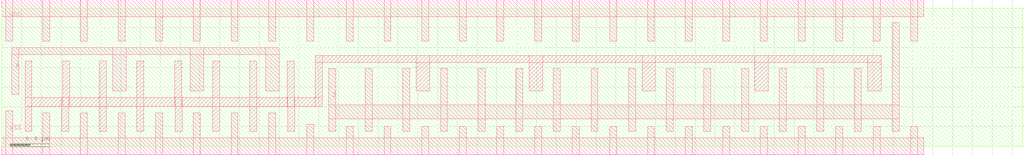
<source format=lef>
VERSION 5.7 ;
BUSBITCHARS "[]" ;
DIVIDERCHAR "/" ;

UNITS
  DATABASE MICRONS 2000 ;
END UNITS
MANUFACTURINGGRID 0.005 ;
LAYER metal1
  TYPE ROUTING ;
  DIRECTION HORIZONTAL ;
  PITCH 0.19 ;
  AREA 0.020000 ;
  WIDTH 0.070 ;
  SPACINGTABLE
	PARALLELRUNLENGTH 0
	WIDTH 0.00 0.06 ;
  SPACING 0.09 ENDOFLINE 0.09 WITHIN 0.025 ;
END metal1

LAYER via1
  TYPE CUT ;
  SPACING 0.080 ;
END via1

LAYER metal2
  TYPE ROUTING ;
  DIRECTION VERTICAL ;
  PITCH 0.19 ;
  AREA 0.020000 ;
  WIDTH 0.070 ;
  SPACINGTABLE
	PARALLELRUNLENGTH 0
	WIDTH 0.00 0.07 
	WIDTH 0.09 0.07 
	WIDTH 0.27 0.07 
	WIDTH 0.50 0.07 
	WIDTH 0.90 0.07 
	WIDTH 1.50 0.07 ;
  SPACING 0.09 ENDOFLINE 0.09 WITHIN 0.025 ;
END metal2

LAYER via2
  TYPE CUT ;
  SPACING 0.090 ;
END via2

LAYER metal3
  TYPE ROUTING ;
  DIRECTION HORIZONTAL ;
  PITCH 0.19 ;
  AREA 0.020000 ;
  WIDTH 0.070 ;
  SPACINGTABLE
	PARALLELRUNLENGTH 0
	WIDTH 0.00 0.07 
	WIDTH 0.09 0.07 
	WIDTH 0.27 0.07 
	WIDTH 0.50 0.07 
	WIDTH 0.90 0.07 
	WIDTH 1.50 0.07 ;
  SPACING 0.09 ENDOFLINE 0.09 WITHIN 0.025 ;
END metal3

LAYER via3
  TYPE CUT ;
  SPACING 0.090 ;
END via3

LAYER metal4
  TYPE ROUTING ;
  DIRECTION VERTICAL ;
  PITCH 0.28 ;
  AREA 0.020000 ;
  WIDTH 0.140 ;
  SPACINGTABLE
	PARALLELRUNLENGTH 0
	WIDTH 0.00 0.14 
	WIDTH 0.27 0.14 
	WIDTH 0.50 0.14 
	WIDTH 0.90 0.14 
	WIDTH 1.50 0.14 ;
  SPACING 0.09 ENDOFLINE 0.09 WITHIN 0.025 ;
END metal4

LAYER via4
  TYPE CUT ;
  SPACING 0.160 ;
END via4

LAYER metal5
  TYPE ROUTING ;
  DIRECTION HORIZONTAL ;
  PITCH 0.28 ;
  AREA 0.020000 ;
  WIDTH 0.140 ;
  SPACINGTABLE
	PARALLELRUNLENGTH 0
	WIDTH 0.00 0.14 
	WIDTH 0.27 0.14 
	WIDTH 0.50 0.14 
	WIDTH 0.90 0.14 
	WIDTH 1.50 0.14 ;
  SPACING 0.09 ENDOFLINE 0.09 WITHIN 0.025 ;
END metal5

LAYER via5
  TYPE CUT ;
  SPACING 0.160 ;
END via5

LAYER metal6
  TYPE ROUTING ;
  DIRECTION VERTICAL ;
  PITCH 0.28 ;
  AREA 0.020000 ;
  WIDTH 0.140 ;
  SPACINGTABLE
	PARALLELRUNLENGTH 0
	WIDTH 0.00 0.14 
	WIDTH 0.27 0.14 
	WIDTH 0.50 0.14 
	WIDTH 0.90 0.14 
	WIDTH 1.50 0.14 ;
  SPACING 0.09 ENDOFLINE 0.09 WITHIN 0.025 ;
END metal6

LAYER via6
  TYPE CUT ;
  SPACING 0.160 ;
END via6

LAYER metal7
  TYPE ROUTING ;
  DIRECTION HORIZONTAL ;
  PITCH 0.80 ;
  AREA 0.020000 ;
  WIDTH 0.400 ;
  SPACINGTABLE
	PARALLELRUNLENGTH 0
	WIDTH 0.00 0.40 
	WIDTH 0.50 0.40 
	WIDTH 0.90 0.40 
	WIDTH 1.50 0.40 ;
  SPACING 0.09 ENDOFLINE 0.09 WITHIN 0.025 ;
END metal7

LAYER via7
  TYPE CUT ;
  SPACING 0.440 ;
END via7

LAYER metal8
  TYPE ROUTING ;
  DIRECTION VERTICAL ;
  PITCH 0.80 ;
  AREA 0.020000 ;
  WIDTH 0.400 ;
  SPACINGTABLE
	PARALLELRUNLENGTH 0
	WIDTH 0.00 0.40 
	WIDTH 0.50 0.40 
	WIDTH 0.90 0.40 
	WIDTH 1.50 0.40 ;
  SPACING 0.09 ENDOFLINE 0.09 WITHIN 0.025 ;
END metal8

LAYER via8
  TYPE CUT ;
  SPACING 0.440 ;
END via8

LAYER metal9
  TYPE ROUTING ;
  DIRECTION HORIZONTAL ;
  PITCH 1.60 ;
  AREA 0.020000 ;
  WIDTH 0.800 ;
  SPACINGTABLE
	PARALLELRUNLENGTH 0
	WIDTH 0.00 0.80 
	WIDTH 0.90 0.80 
	WIDTH 1.50 0.80 ;
  SPACING 0.09 ENDOFLINE 0.09 WITHIN 0.025 ;
END metal9

LAYER via9
  TYPE CUT ;
  SPACING 0.880 ;
END via9

LAYER metal10
  TYPE ROUTING ;
  DIRECTION VERTICAL ;
  PITCH 1.60 ;
  AREA 0.020000 ;
  WIDTH 0.800 ;
  SPACINGTABLE
	PARALLELRUNLENGTH 0
	WIDTH 0.00 0.80 
	WIDTH 0.90 0.80 
	WIDTH 1.50 0.80 ;
  SPACING 0.09 ENDOFLINE 0.09 WITHIN 0.025 ;
END metal10

VIA VIA12 Default
  LAYER metal1 ;
	RECT -0.065000 -0.035000 0.065000 0.035000 ;
  LAYER via1 ;
	RECT -0.035000 -0.035000 0.035000 0.035000 ;
  LAYER metal2 ;
	RECT -0.035000 -0.065000 0.035000 0.065000 ;
END VIA12

VIA VIA23 Default
  LAYER metal2 ;
	RECT -0.065000 -0.035000 0.065000 0.035000 ;
  LAYER via2 ;
	RECT -0.035000 -0.035000 0.035000 0.035000 ;
  LAYER metal3 ;
	RECT -0.035000 -0.065000 0.035000 0.065000 ;
END VIA23

VIA VIA34 Default
  LAYER metal3 ;
	RECT -0.065000 -0.035000 0.065000 0.035000 ;
  LAYER via3 ;
	RECT -0.035000 -0.035000 0.035000 0.035000 ;
  LAYER metal4 ;
	RECT -0.035000 -0.065000 0.035000 0.065000 ;
END VIA34

VIA VIA45 Default
  LAYER metal4 ;
	RECT -0.065000 -0.035000 0.065000 0.035000 ;
  LAYER via4 ;
	RECT -0.035000 -0.035000 0.035000 0.035000 ;
  LAYER metal5 ;
	RECT -0.035000 -0.065000 0.035000 0.065000 ;
END VIA45

VIA VIA56 Default
  LAYER metal5 ;
	RECT -0.065000 -0.035000 0.065000 0.035000 ;
  LAYER via5 ;
	RECT -0.035000 -0.035000 0.035000 0.035000 ;
  LAYER metal6 ;
	RECT -0.035000 -0.065000 0.035000 0.065000 ;
END VIA56

VIA VIA67 Default
  LAYER metal6 ;
	RECT -0.065000 -0.035000 0.065000 0.035000 ;
  LAYER via6 ;
	RECT -0.035000 -0.035000 0.035000 0.035000 ;
  LAYER metal7 ;
	RECT -0.035000 -0.065000 0.035000 0.065000 ;
END VIA67

VIA VIA78 Default
  LAYER metal7 ;
	RECT -0.065000 -0.035000 0.065000 0.035000 ;
  LAYER via7 ;
	RECT -0.035000 -0.035000 0.035000 0.035000 ;
  LAYER metal8 ;
	RECT -0.035000 -0.065000 0.035000 0.065000 ;
END VIA78

VIA VIA89 Default
  LAYER metal8 ;
	RECT -0.065000 -0.035000 0.065000 0.035000 ;
  LAYER via8 ;
	RECT -0.035000 -0.035000 0.035000 0.035000 ;
  LAYER metal9 ;
	RECT -0.035000 -0.065000 0.035000 0.065000 ;
END VIA89

VIA VIA910 Default
  LAYER metal9 ;
	RECT -0.065000 -0.035000 0.065000 0.035000 ;
  LAYER via9 ;
	RECT -0.035000 -0.035000 0.035000 0.035000 ;
  LAYER metal10 ;
	RECT -0.035000 -0.065000 0.035000 0.065000 ;
END VIA910

MACRO AND2_X1
  CLASS CORE ;
  ORIGIN 0 0 ;
  FOREIGN AND2_X1 0 0 ;
  SIZE 1.76 BY 1.4 ;
  SYMMETRY X Y ;
  SITE FreePDK45_38x28_10R_NP_162NW_34O ;
  PIN A1
    DIRECTION INPUT ;
    USE SIGNAL ;
    PORT
      LAYER metal1 ;
        RECT 0.06 0.525 0.185 0.7 ;
    END
  END A1
  PIN A2
    DIRECTION INPUT ;
    USE SIGNAL ;
    PORT
      LAYER metal1 ;
        RECT 0.25 0.525 0.38 0.7 ;
    END
  END A2
  PIN ZN
    DIRECTION OUTPUT ;
    USE SIGNAL ;
    PORT
      LAYER metal1 ;
        RECT 0.61 0.19 0.7 1.25 ;
    END
  END ZN
  PIN VDD
    DIRECTION INOUT ;
    USE POWER ;
    SHAPE ABUTMENT ;
    PORT
      LAYER metal1 ;
        RECT 0 1.315 0.76 1.485 ;
        RECT 0.415 0.975 0.485 1.485 ;
        RECT 0.04 0.975 0.11 1.485 ;
    END
  END VDD
  PIN VSS
    DIRECTION INOUT ;
    USE GROUND ;
    SHAPE ABUTMENT ;
    PORT
      LAYER metal1 ;
        RECT 0 -0.085 0.76 0.085 ;
        RECT 0.415 -0.085 0.485 0.325 ;
    END
  END VSS
  OBS
    LAYER metal1 ;
      RECT 0.235 0.84 0.305 1.25 ;
      RECT 0.235 0.84 0.54 0.91 ;
      RECT 0.47 0.39 0.54 0.91 ;
      RECT 0.045 0.39 0.54 0.46 ;
      RECT 0.045 0.19 0.115 0.46 ;
  END
END AND2_X1

MACRO AND2_X2
  CLASS CORE ;
  ORIGIN 0 0 ;
  FOREIGN AND2_X2 0 0 ;
  SIZE 1.95 BY 1.4 ;
  SYMMETRY X Y ;
  SITE FreePDK45_38x28_10R_NP_162NW_34O ;
  PIN A1
    DIRECTION INPUT ;
    USE SIGNAL ;
    PORT
      LAYER metal1 ;
        RECT 0.06 0.525 0.185 0.7 ;
    END
  END A1
  PIN A2
    DIRECTION INPUT ;
    USE SIGNAL ;
    PORT
      LAYER metal1 ;
        RECT 0.25 0.525 0.38 0.7 ;
    END
  END A2
  PIN ZN
    DIRECTION OUTPUT ;
    USE SIGNAL ;
    PORT
      LAYER metal1 ;
        RECT 0.615 0.15 0.7 1.25 ;
    END
  END ZN
  PIN VDD
    DIRECTION INOUT ;
    USE POWER ;
    SHAPE ABUTMENT ;
    PORT
      LAYER metal1 ;
        RECT 0 1.315 0.95 1.485 ;
        RECT 0.795 0.975 0.865 1.485 ;
        RECT 0.415 0.975 0.485 1.485 ;
        RECT 0.04 0.975 0.11 1.485 ;
    END
  END VDD
  PIN VSS
    DIRECTION INOUT ;
    USE GROUND ;
    SHAPE ABUTMENT ;
    PORT
      LAYER metal1 ;
        RECT 0 -0.085 0.95 0.085 ;
        RECT 0.795 -0.085 0.865 0.425 ;
        RECT 0.415 -0.085 0.485 0.285 ;
    END
  END VSS
  OBS
    LAYER metal1 ;
      RECT 0.235 0.84 0.305 1.25 ;
      RECT 0.235 0.84 0.545 0.91 ;
      RECT 0.475 0.39 0.545 0.91 ;
      RECT 0.045 0.39 0.545 0.46 ;
      RECT 0.045 0.15 0.115 0.46 ;
  END
END AND2_X2

MACRO AND2_X4
  CLASS CORE ;
  ORIGIN 0 0 ;
  FOREIGN AND2_X4 0 0 ;
  SIZE 2.71 BY 1.4 ;
  SYMMETRY X Y ;
  SITE FreePDK45_38x28_10R_NP_162NW_34O ;
  PIN A1
    DIRECTION INPUT ;
    USE SIGNAL ;
    PORT
      LAYER metal1 ;
        RECT 0.25 0.42 0.38 0.66 ;
    END
  END A1
  PIN A2
    DIRECTION INPUT ;
    USE SIGNAL ;
    PORT
      LAYER metal1 ;
        RECT 0.06 0.725 0.76 0.795 ;
        RECT 0.69 0.525 0.76 0.795 ;
        RECT 0.06 0.42 0.185 0.795 ;
    END
  END A2
  PIN ZN
    DIRECTION OUTPUT ;
    USE SIGNAL ;
    PORT
      LAYER metal1 ;
        RECT 1.365 0.15 1.435 1.25 ;
        RECT 0.995 0.68 1.435 0.75 ;
        RECT 0.995 0.15 1.08 1.25 ;
    END
  END ZN
  PIN VDD
    DIRECTION INOUT ;
    USE POWER ;
    SHAPE ABUTMENT ;
    PORT
      LAYER metal1 ;
        RECT 0 1.315 1.71 1.485 ;
        RECT 1.555 0.995 1.625 1.485 ;
        RECT 1.175 0.995 1.245 1.485 ;
        RECT 0.795 0.995 0.865 1.485 ;
        RECT 0.415 0.995 0.485 1.485 ;
        RECT 0.04 0.995 0.11 1.485 ;
    END
  END VDD
  PIN VSS
    DIRECTION INOUT ;
    USE GROUND ;
    SHAPE ABUTMENT ;
    PORT
      LAYER metal1 ;
        RECT 0 -0.085 1.71 0.085 ;
        RECT 1.555 -0.085 1.625 0.355 ;
        RECT 1.175 -0.085 1.245 0.355 ;
        RECT 0.795 -0.085 0.865 0.215 ;
        RECT 0.04 -0.085 0.11 0.355 ;
    END
  END VSS
  OBS
    LAYER metal1 ;
      RECT 0.605 0.86 0.675 1.25 ;
      RECT 0.235 0.86 0.305 1.25 ;
      RECT 0.235 0.86 0.92 0.93 ;
      RECT 0.85 0.285 0.92 0.93 ;
      RECT 0.425 0.285 0.92 0.355 ;
      RECT 0.425 0.22 0.495 0.355 ;
  END
END AND2_X4

MACRO AND3_X1
  CLASS CORE ;
  ORIGIN 0 0 ;
  FOREIGN AND3_X1 0 0 ;
  SIZE 1.95 BY 1.4 ;
  SYMMETRY X Y ;
  SITE FreePDK45_38x28_10R_NP_162NW_34O ;
  PIN A1
    DIRECTION INPUT ;
    USE SIGNAL ;
    PORT
      LAYER metal1 ;
        RECT 0.06 0.525 0.185 0.7 ;
    END
  END A1
  PIN A2
    DIRECTION INPUT ;
    USE SIGNAL ;
    PORT
      LAYER metal1 ;
        RECT 0.25 0.525 0.375 0.7 ;
    END
  END A2
  PIN A3
    DIRECTION INPUT ;
    USE SIGNAL ;
    PORT
      LAYER metal1 ;
        RECT 0.44 0.525 0.57 0.7 ;
    END
  END A3
  PIN ZN
    DIRECTION OUTPUT ;
    USE SIGNAL ;
    PORT
      LAYER metal1 ;
        RECT 0.8 0.975 0.89 1.25 ;
        RECT 0.82 0.15 0.89 1.25 ;
        RECT 0.8 0.15 0.89 0.425 ;
    END
  END ZN
  PIN VDD
    DIRECTION INOUT ;
    USE POWER ;
    SHAPE ABUTMENT ;
    PORT
      LAYER metal1 ;
        RECT 0 1.315 0.95 1.485 ;
        RECT 0.605 1 0.675 1.485 ;
        RECT 0.225 1.04 0.295 1.485 ;
    END
  END VDD
  PIN VSS
    DIRECTION INOUT ;
    USE GROUND ;
    SHAPE ABUTMENT ;
    PORT
      LAYER metal1 ;
        RECT 0 -0.085 0.95 0.085 ;
        RECT 0.605 -0.085 0.675 0.285 ;
    END
  END VSS
  OBS
    LAYER metal1 ;
      RECT 0.415 0.865 0.485 1.25 ;
      RECT 0.045 0.865 0.115 1.25 ;
      RECT 0.045 0.865 0.705 0.935 ;
      RECT 0.635 0.35 0.705 0.935 ;
      RECT 0.635 0.525 0.755 0.66 ;
      RECT 0.045 0.35 0.705 0.42 ;
      RECT 0.045 0.15 0.115 0.42 ;
  END
END AND3_X1

MACRO AND3_X2
  CLASS CORE ;
  ORIGIN 0 0 ;
  FOREIGN AND3_X2 0 0 ;
  SIZE 2.14 BY 1.4 ;
  SYMMETRY X Y ;
  SITE FreePDK45_38x28_10R_NP_162NW_34O ;
  PIN A1
    DIRECTION INPUT ;
    USE SIGNAL ;
    PORT
      LAYER metal1 ;
        RECT 0.06 0.525 0.185 0.7 ;
    END
  END A1
  PIN A2
    DIRECTION INPUT ;
    USE SIGNAL ;
    PORT
      LAYER metal1 ;
        RECT 0.25 0.525 0.375 0.7 ;
    END
  END A2
  PIN A3
    DIRECTION INPUT ;
    USE SIGNAL ;
    PORT
      LAYER metal1 ;
        RECT 0.44 0.525 0.57 0.7 ;
    END
  END A3
  PIN ZN
    DIRECTION OUTPUT ;
    USE SIGNAL ;
    PORT
      LAYER metal1 ;
        RECT 0.805 0.15 0.89 1.25 ;
    END
  END ZN
  PIN VDD
    DIRECTION INOUT ;
    USE POWER ;
    SHAPE ABUTMENT ;
    PORT
      LAYER metal1 ;
        RECT 0 1.315 1.14 1.485 ;
        RECT 0.99 0.975 1.06 1.485 ;
        RECT 0.605 0.975 0.675 1.485 ;
        RECT 0.225 0.975 0.295 1.485 ;
    END
  END VDD
  PIN VSS
    DIRECTION INOUT ;
    USE GROUND ;
    SHAPE ABUTMENT ;
    PORT
      LAYER metal1 ;
        RECT 0 -0.085 1.14 0.085 ;
        RECT 0.99 -0.085 1.06 0.425 ;
        RECT 0.605 -0.085 0.675 0.285 ;
    END
  END VSS
  OBS
    LAYER metal1 ;
      RECT 0.415 0.8 0.485 1.25 ;
      RECT 0.045 0.8 0.115 1.25 ;
      RECT 0.045 0.8 0.735 0.87 ;
      RECT 0.665 0.355 0.735 0.87 ;
      RECT 0.045 0.355 0.735 0.425 ;
      RECT 0.045 0.15 0.115 0.425 ;
  END
END AND3_X2

MACRO AND3_X4
  CLASS CORE ;
  ORIGIN 0 0 ;
  FOREIGN AND3_X4 0 0 ;
  SIZE 3.09 BY 1.4 ;
  SYMMETRY X Y ;
  SITE FreePDK45_38x28_10R_NP_162NW_34O ;
  PIN A1
    DIRECTION INPUT ;
    USE SIGNAL ;
    PORT
      LAYER metal1 ;
        RECT 0.595 0.555 0.73 0.7 ;
    END
  END A1
  PIN A2
    DIRECTION INPUT ;
    USE SIGNAL ;
    PORT
      LAYER metal1 ;
        RECT 0.82 0.42 0.95 0.7 ;
        RECT 0.34 0.42 0.95 0.49 ;
        RECT 0.34 0.42 0.41 0.66 ;
    END
  END A2
  PIN A3
    DIRECTION INPUT ;
    USE SIGNAL ;
    PORT
      LAYER metal1 ;
        RECT 0.12 0.765 1.14 0.835 ;
        RECT 1.07 0.525 1.14 0.835 ;
        RECT 0.12 0.525 0.19 0.835 ;
        RECT 0.06 0.525 0.19 0.7 ;
    END
  END A3
  PIN ZN
    DIRECTION OUTPUT ;
    USE SIGNAL ;
    PORT
      LAYER metal1 ;
        RECT 1.745 0.15 1.815 1.25 ;
        RECT 1.375 0.56 1.815 0.7 ;
        RECT 1.375 0.15 1.445 1.25 ;
    END
  END ZN
  PIN VDD
    DIRECTION INOUT ;
    USE POWER ;
    SHAPE ABUTMENT ;
    PORT
      LAYER metal1 ;
        RECT 0 1.315 2.09 1.485 ;
        RECT 1.935 1.035 2.005 1.485 ;
        RECT 1.555 1.035 1.625 1.485 ;
        RECT 1.175 1.035 1.245 1.485 ;
        RECT 0.795 1.035 0.865 1.485 ;
        RECT 0.415 1.035 0.485 1.485 ;
        RECT 0.04 1.035 0.11 1.485 ;
    END
  END VDD
  PIN VSS
    DIRECTION INOUT ;
    USE GROUND ;
    SHAPE ABUTMENT ;
    PORT
      LAYER metal1 ;
        RECT 0 -0.085 2.09 0.085 ;
        RECT 1.935 -0.085 2.005 0.425 ;
        RECT 1.555 -0.085 1.625 0.425 ;
        RECT 1.175 -0.085 1.245 0.195 ;
        RECT 0.04 -0.085 0.11 0.425 ;
    END
  END VSS
  OBS
    LAYER metal1 ;
      RECT 0.985 0.9 1.055 1.25 ;
      RECT 0.605 0.9 0.675 1.25 ;
      RECT 0.235 0.9 0.305 1.25 ;
      RECT 0.235 0.9 1.305 0.97 ;
      RECT 1.235 0.26 1.305 0.97 ;
      RECT 0.615 0.26 1.305 0.33 ;
      RECT 0.615 0.15 0.685 0.33 ;
  END
END AND3_X4

MACRO AND4_X1
  CLASS CORE ;
  ORIGIN 0 0 ;
  FOREIGN AND4_X1 0 0 ;
  SIZE 2.14 BY 1.4 ;
  SYMMETRY X Y ;
  SITE FreePDK45_38x28_10R_NP_162NW_34O ;
  PIN A1
    DIRECTION INPUT ;
    USE SIGNAL ;
    PORT
      LAYER metal1 ;
        RECT 0.06 0.525 0.185 0.7 ;
    END
  END A1
  PIN A2
    DIRECTION INPUT ;
    USE SIGNAL ;
    PORT
      LAYER metal1 ;
        RECT 0.25 0.525 0.375 0.7 ;
    END
  END A2
  PIN A3
    DIRECTION INPUT ;
    USE SIGNAL ;
    PORT
      LAYER metal1 ;
        RECT 0.44 0.525 0.565 0.7 ;
    END
  END A3
  PIN A4
    DIRECTION INPUT ;
    USE SIGNAL ;
    PORT
      LAYER metal1 ;
        RECT 0.63 0.525 0.76 0.7 ;
    END
  END A4
  PIN ZN
    DIRECTION OUTPUT ;
    USE SIGNAL ;
    PORT
      LAYER metal1 ;
        RECT 0.99 0.15 1.08 1.25 ;
    END
  END ZN
  PIN VDD
    DIRECTION INOUT ;
    USE POWER ;
    SHAPE ABUTMENT ;
    PORT
      LAYER metal1 ;
        RECT 0 1.315 1.14 1.485 ;
        RECT 0.795 0.975 0.865 1.485 ;
        RECT 0.415 0.975 0.485 1.485 ;
        RECT 0.04 0.975 0.11 1.485 ;
    END
  END VDD
  PIN VSS
    DIRECTION INOUT ;
    USE GROUND ;
    SHAPE ABUTMENT ;
    PORT
      LAYER metal1 ;
        RECT 0 -0.085 1.14 0.085 ;
        RECT 0.795 -0.085 0.865 0.285 ;
    END
  END VSS
  OBS
    LAYER metal1 ;
      RECT 0.605 0.84 0.675 1.25 ;
      RECT 0.235 0.84 0.305 1.25 ;
      RECT 0.235 0.84 0.925 0.91 ;
      RECT 0.855 0.35 0.925 0.91 ;
      RECT 0.045 0.35 0.925 0.42 ;
      RECT 0.045 0.15 0.115 0.42 ;
  END
END AND4_X1

MACRO AND4_X2
  CLASS CORE ;
  ORIGIN 0 0 ;
  FOREIGN AND4_X2 0 0 ;
  SIZE 2.33 BY 1.4 ;
  SYMMETRY X Y ;
  SITE FreePDK45_38x28_10R_NP_162NW_34O ;
  PIN A1
    DIRECTION INPUT ;
    USE SIGNAL ;
    PORT
      LAYER metal1 ;
        RECT 0.06 0.525 0.185 0.7 ;
    END
  END A1
  PIN A2
    DIRECTION INPUT ;
    USE SIGNAL ;
    PORT
      LAYER metal1 ;
        RECT 0.25 0.525 0.375 0.7 ;
    END
  END A2
  PIN A3
    DIRECTION INPUT ;
    USE SIGNAL ;
    PORT
      LAYER metal1 ;
        RECT 0.44 0.525 0.565 0.7 ;
    END
  END A3
  PIN A4
    DIRECTION INPUT ;
    USE SIGNAL ;
    PORT
      LAYER metal1 ;
        RECT 0.63 0.525 0.76 0.7 ;
    END
  END A4
  PIN ZN
    DIRECTION OUTPUT ;
    USE SIGNAL ;
    PORT
      LAYER metal1 ;
        RECT 0.995 0.15 1.08 1.25 ;
    END
  END ZN
  PIN VDD
    DIRECTION INOUT ;
    USE POWER ;
    SHAPE ABUTMENT ;
    PORT
      LAYER metal1 ;
        RECT 0 1.315 1.33 1.485 ;
        RECT 1.18 0.975 1.25 1.485 ;
        RECT 0.795 0.975 0.865 1.485 ;
        RECT 0.415 0.975 0.485 1.485 ;
        RECT 0.04 0.975 0.11 1.485 ;
    END
  END VDD
  PIN VSS
    DIRECTION INOUT ;
    USE GROUND ;
    SHAPE ABUTMENT ;
    PORT
      LAYER metal1 ;
        RECT 0 -0.085 1.33 0.085 ;
        RECT 1.18 -0.085 1.25 0.425 ;
        RECT 0.795 -0.085 0.865 0.27 ;
    END
  END VSS
  OBS
    LAYER metal1 ;
      RECT 0.605 0.8 0.675 1.25 ;
      RECT 0.235 0.8 0.305 1.25 ;
      RECT 0.235 0.8 0.925 0.87 ;
      RECT 0.855 0.355 0.925 0.87 ;
      RECT 0.045 0.355 0.925 0.425 ;
      RECT 0.045 0.15 0.115 0.425 ;
  END
END AND4_X2

MACRO AND4_X4
  CLASS CORE ;
  ORIGIN 0 0 ;
  FOREIGN AND4_X4 0 0 ;
  SIZE 3.47 BY 1.4 ;
  SYMMETRY X Y ;
  SITE FreePDK45_38x28_10R_NP_162NW_34O ;
  PIN A1
    DIRECTION INPUT ;
    USE SIGNAL ;
    PORT
      LAYER metal1 ;
        RECT 0.8 0.56 0.935 0.7 ;
    END
  END A1
  PIN A2
    DIRECTION INPUT ;
    USE SIGNAL ;
    PORT
      LAYER metal1 ;
        RECT 1.065 0.425 1.135 0.66 ;
        RECT 0.565 0.425 1.135 0.495 ;
        RECT 0.565 0.425 0.7 0.7 ;
    END
  END A2
  PIN A3
    DIRECTION INPUT ;
    USE SIGNAL ;
    PORT
      LAYER metal1 ;
        RECT 0.355 0.77 1.345 0.84 ;
        RECT 1.2 0.525 1.345 0.84 ;
        RECT 0.355 0.525 0.425 0.84 ;
    END
  END A3
  PIN A4
    DIRECTION INPUT ;
    USE SIGNAL ;
    PORT
      LAYER metal1 ;
        RECT 0.135 0.905 1.535 0.975 ;
        RECT 1.465 0.525 1.535 0.975 ;
        RECT 0.135 0.525 0.205 0.975 ;
        RECT 0.06 0.525 0.205 0.7 ;
    END
  END A4
  PIN ZN
    DIRECTION OUTPUT ;
    USE SIGNAL ;
    PORT
      LAYER metal1 ;
        RECT 2.14 0.15 2.21 0.925 ;
        RECT 1.77 0.56 2.21 0.7 ;
        RECT 1.77 0.15 1.84 0.925 ;
    END
  END ZN
  PIN VDD
    DIRECTION INOUT ;
    USE POWER ;
    SHAPE ABUTMENT ;
    PORT
      LAYER metal1 ;
        RECT 0 1.315 2.47 1.485 ;
        RECT 2.33 1.065 2.4 1.485 ;
        RECT 1.95 1.065 2.02 1.485 ;
        RECT 1.57 1.175 1.64 1.485 ;
        RECT 1.19 1.175 1.26 1.485 ;
        RECT 0.81 1.175 0.88 1.485 ;
        RECT 0.43 1.175 0.5 1.485 ;
        RECT 0.055 1.065 0.125 1.485 ;
    END
  END VDD
  PIN VSS
    DIRECTION INOUT ;
    USE GROUND ;
    SHAPE ABUTMENT ;
    PORT
      LAYER metal1 ;
        RECT 0 -0.085 2.47 0.085 ;
        RECT 2.33 -0.085 2.4 0.425 ;
        RECT 1.95 -0.085 2.02 0.425 ;
        RECT 1.57 -0.085 1.64 0.195 ;
        RECT 0.055 -0.085 0.125 0.425 ;
    END
  END VSS
  OBS
    LAYER metal1 ;
      RECT 0.215 1.04 1.705 1.11 ;
      RECT 1.635 0.29 1.705 1.11 ;
      RECT 0.785 0.29 1.705 0.36 ;
  END
END AND4_X4

MACRO ANTENNA_X1
  CLASS CORE ;
  ORIGIN 0 0 ;
  FOREIGN ANTENNA_X1 0 0 ;
  SIZE 1.19 BY 1.4 ;
  SYMMETRY X Y ;
  SITE FreePDK45_38x28_10R_NP_162NW_34O ;
  PIN A
    DIRECTION INPUT ;
    USE SIGNAL ;
    PORT
      LAYER metal1 ;
        RECT 0.06 0.42 0.13 0.75 ;
    END
  END A
  PIN VDD
    DIRECTION INOUT ;
    USE POWER ;
    SHAPE ABUTMENT ;
    PORT
      LAYER metal1 ;
        RECT 0 1.315 0.19 1.485 ;
    END
  END VDD
  PIN VSS
    DIRECTION INOUT ;
    USE GROUND ;
    SHAPE ABUTMENT ;
    PORT
      LAYER metal1 ;
        RECT 0 -0.085 0.19 0.085 ;
    END
  END VSS
END ANTENNA_X1

MACRO AOI211_X1
  CLASS CORE ;
  ORIGIN 0 0 ;
  FOREIGN AOI211_X1 0 0 ;
  SIZE 1.95 BY 1.4 ;
  SYMMETRY X Y ;
  SITE FreePDK45_38x28_10R_NP_162NW_34O ;
  PIN A
    DIRECTION INPUT ;
    USE SIGNAL ;
    PORT
      LAYER metal1 ;
        RECT 0.765 0.525 0.89 0.7 ;
    END
  END A
  PIN B
    DIRECTION INPUT ;
    USE SIGNAL ;
    PORT
      LAYER metal1 ;
        RECT 0.575 0.525 0.7 0.7 ;
    END
  END B
  PIN C1
    DIRECTION INPUT ;
    USE SIGNAL ;
    PORT
      LAYER metal1 ;
        RECT 0.41 0.525 0.51 0.7 ;
    END
  END C1
  PIN C2
    DIRECTION INPUT ;
    USE SIGNAL ;
    PORT
      LAYER metal1 ;
        RECT 0.06 0.525 0.21 0.7 ;
    END
  END C2
  PIN ZN
    DIRECTION OUTPUT ;
    USE SIGNAL ;
    PORT
      LAYER metal1 ;
        RECT 0.275 0.355 0.905 0.425 ;
        RECT 0.835 0.15 0.905 0.425 ;
        RECT 0.44 0.15 0.525 0.425 ;
        RECT 0.275 0.355 0.345 1.115 ;
    END
  END ZN
  PIN VDD
    DIRECTION INOUT ;
    USE POWER ;
    SHAPE ABUTMENT ;
    PORT
      LAYER metal1 ;
        RECT 0 1.315 0.95 1.485 ;
        RECT 0.835 0.905 0.905 1.485 ;
    END
  END VDD
  PIN VSS
    DIRECTION INOUT ;
    USE GROUND ;
    SHAPE ABUTMENT ;
    PORT
      LAYER metal1 ;
        RECT 0 -0.085 0.95 0.085 ;
        RECT 0.645 -0.085 0.715 0.285 ;
        RECT 0.08 -0.085 0.15 0.425 ;
    END
  END VSS
  OBS
    LAYER metal1 ;
      RECT 0.085 1.18 0.525 1.25 ;
      RECT 0.455 0.905 0.525 1.25 ;
      RECT 0.085 0.905 0.155 1.25 ;
  END
END AOI211_X1

MACRO AOI211_X2
  CLASS CORE ;
  ORIGIN 0 0 ;
  FOREIGN AOI211_X2 0 0 ;
  SIZE 2.71 BY 1.4 ;
  SYMMETRY X Y ;
  SITE FreePDK45_38x28_10R_NP_162NW_34O ;
  PIN A
    DIRECTION INPUT ;
    USE SIGNAL ;
    PORT
      LAYER metal1 ;
        RECT 0.39 0.56 0.525 0.7 ;
    END
  END A
  PIN B
    DIRECTION INPUT ;
    USE SIGNAL ;
    PORT
      LAYER metal1 ;
        RECT 0.06 0.765 0.75 0.835 ;
        RECT 0.68 0.525 0.75 0.835 ;
        RECT 0.06 0.525 0.185 0.835 ;
    END
  END B
  PIN C1
    DIRECTION INPUT ;
    USE SIGNAL ;
    PORT
      LAYER metal1 ;
        RECT 1.19 0.56 1.325 0.7 ;
    END
  END C1
  PIN C2
    DIRECTION INPUT ;
    USE SIGNAL ;
    PORT
      LAYER metal1 ;
        RECT 1.54 0.425 1.65 0.7 ;
        RECT 0.965 0.425 1.65 0.495 ;
        RECT 0.965 0.425 1.035 0.66 ;
    END
  END C2
  PIN ZN
    DIRECTION OUTPUT ;
    USE SIGNAL ;
    PORT
      LAYER metal1 ;
        RECT 1.405 0.765 1.475 1.055 ;
        RECT 0.82 0.765 1.475 0.835 ;
        RECT 0.2 0.285 1.32 0.355 ;
        RECT 1.185 0.15 1.32 0.355 ;
        RECT 1.025 0.765 1.095 1.055 ;
        RECT 0.82 0.285 0.89 0.835 ;
        RECT 0.2 0.15 0.335 0.355 ;
    END
  END ZN
  PIN VDD
    DIRECTION INOUT ;
    USE POWER ;
    SHAPE ABUTMENT ;
    PORT
      LAYER metal1 ;
        RECT 0 1.315 1.71 1.485 ;
        RECT 0.42 1.035 0.49 1.485 ;
    END
  END VDD
  PIN VSS
    DIRECTION INOUT ;
    USE GROUND ;
    SHAPE ABUTMENT ;
    PORT
      LAYER metal1 ;
        RECT 0 -0.085 1.71 0.085 ;
        RECT 1.595 -0.085 1.665 0.355 ;
        RECT 0.825 -0.085 0.895 0.215 ;
        RECT 0.43 -0.085 0.5 0.215 ;
        RECT 0.045 -0.085 0.115 0.355 ;
    END
  END VSS
  OBS
    LAYER metal1 ;
      RECT 0.815 1.18 1.665 1.25 ;
      RECT 1.595 0.975 1.665 1.25 ;
      RECT 0.05 0.9 0.12 1.25 ;
      RECT 1.22 0.975 1.29 1.25 ;
      RECT 0.815 0.9 0.885 1.25 ;
      RECT 0.05 0.9 0.885 0.97 ;
  END
END AOI211_X2

MACRO AOI211_X4
  CLASS CORE ;
  ORIGIN 0 0 ;
  FOREIGN AOI211_X4 0 0 ;
  SIZE 3.09 BY 1.4 ;
  SYMMETRY X Y ;
  SITE FreePDK45_38x28_10R_NP_162NW_34O ;
  PIN A
    DIRECTION INPUT ;
    USE SIGNAL ;
    PORT
      LAYER metal1 ;
        RECT 0.63 0.525 0.76 0.7 ;
    END
  END A
  PIN B
    DIRECTION INPUT ;
    USE SIGNAL ;
    PORT
      LAYER metal1 ;
        RECT 0.44 0.525 0.565 0.7 ;
    END
  END B
  PIN C1
    DIRECTION INPUT ;
    USE SIGNAL ;
    PORT
      LAYER metal1 ;
        RECT 0.06 0.525 0.185 0.7 ;
    END
  END C1
  PIN C2
    DIRECTION INPUT ;
    USE SIGNAL ;
    PORT
      LAYER metal1 ;
        RECT 0.25 0.525 0.375 0.7 ;
    END
  END C2
  PIN ZN
    DIRECTION OUTPUT ;
    USE SIGNAL ;
    PORT
      LAYER metal1 ;
        RECT 1.75 0.15 1.82 1.175 ;
        RECT 1.375 0.56 1.82 0.7 ;
        RECT 1.375 0.15 1.445 1.175 ;
    END
  END ZN
  PIN VDD
    DIRECTION INOUT ;
    USE POWER ;
    SHAPE ABUTMENT ;
    PORT
      LAYER metal1 ;
        RECT 0 1.315 2.09 1.485 ;
        RECT 1.935 0.9 2.005 1.485 ;
        RECT 1.555 0.9 1.625 1.485 ;
        RECT 1.175 0.9 1.245 1.485 ;
        RECT 0.795 0.9 0.865 1.485 ;
    END
  END VDD
  PIN VSS
    DIRECTION INOUT ;
    USE GROUND ;
    SHAPE ABUTMENT ;
    PORT
      LAYER metal1 ;
        RECT 0 -0.085 2.09 0.085 ;
        RECT 1.935 -0.085 2.005 0.425 ;
        RECT 1.555 -0.085 1.625 0.425 ;
        RECT 1.175 -0.085 1.245 0.425 ;
        RECT 0.795 -0.085 0.865 0.285 ;
        RECT 0.415 -0.085 0.485 0.285 ;
    END
  END VSS
  OBS
    LAYER metal1 ;
      RECT 0.995 0.15 1.065 1.175 ;
      RECT 0.995 0.525 1.31 0.66 ;
      RECT 0.235 0.765 0.305 1.115 ;
      RECT 0.235 0.765 0.93 0.835 ;
      RECT 0.86 0.39 0.93 0.835 ;
      RECT 0.045 0.39 0.93 0.46 ;
      RECT 0.605 0.15 0.675 0.46 ;
      RECT 0.045 0.15 0.115 0.46 ;
      RECT 0.045 1.18 0.485 1.25 ;
      RECT 0.415 0.9 0.485 1.25 ;
      RECT 0.045 0.9 0.115 1.25 ;
  END
END AOI211_X4

MACRO AOI21_X1
  CLASS CORE ;
  ORIGIN 0 0 ;
  FOREIGN AOI21_X1 0 0 ;
  SIZE 1.76 BY 1.4 ;
  SYMMETRY X Y ;
  SITE FreePDK45_38x28_10R_NP_162NW_34O ;
  PIN A
    DIRECTION INPUT ;
    USE SIGNAL ;
    PORT
      LAYER metal1 ;
        RECT 0.575 0.525 0.7 0.7 ;
    END
  END A
  PIN B1
    DIRECTION INPUT ;
    USE SIGNAL ;
    PORT
      LAYER metal1 ;
        RECT 0.4 0.525 0.51 0.7 ;
    END
  END B1
  PIN B2
    DIRECTION INPUT ;
    USE SIGNAL ;
    PORT
      LAYER metal1 ;
        RECT 0.06 0.525 0.2 0.7 ;
    END
  END B2
  PIN ZN
    DIRECTION OUTPUT ;
    USE SIGNAL ;
    PORT
      LAYER metal1 ;
        RECT 0.265 0.355 0.525 0.425 ;
        RECT 0.44 0.15 0.525 0.425 ;
        RECT 0.265 0.355 0.335 1.115 ;
    END
  END ZN
  PIN VDD
    DIRECTION INOUT ;
    USE POWER ;
    SHAPE ABUTMENT ;
    PORT
      LAYER metal1 ;
        RECT 0 1.315 0.76 1.485 ;
        RECT 0.645 0.905 0.715 1.485 ;
    END
  END VDD
  PIN VSS
    DIRECTION INOUT ;
    USE GROUND ;
    SHAPE ABUTMENT ;
    PORT
      LAYER metal1 ;
        RECT 0 -0.085 0.76 0.085 ;
        RECT 0.645 -0.085 0.715 0.355 ;
        RECT 0.08 -0.085 0.15 0.425 ;
    END
  END VSS
  OBS
    LAYER metal1 ;
      RECT 0.085 1.18 0.525 1.25 ;
      RECT 0.455 0.905 0.525 1.25 ;
      RECT 0.085 0.905 0.155 1.25 ;
  END
END AOI21_X1

MACRO AOI21_X2
  CLASS CORE ;
  ORIGIN 0 0 ;
  FOREIGN AOI21_X2 0 0 ;
  SIZE 2.33 BY 1.4 ;
  SYMMETRY X Y ;
  SITE FreePDK45_38x28_10R_NP_162NW_34O ;
  PIN A
    DIRECTION INPUT ;
    USE SIGNAL ;
    PORT
      LAYER metal1 ;
        RECT 0.215 0.56 0.35 0.7 ;
    END
  END A
  PIN B1
    DIRECTION INPUT ;
    USE SIGNAL ;
    PORT
      LAYER metal1 ;
        RECT 0.765 0.56 0.9 0.7 ;
    END
  END B1
  PIN B2
    DIRECTION INPUT ;
    USE SIGNAL ;
    PORT
      LAYER metal1 ;
        RECT 0.63 0.77 1.18 0.84 ;
        RECT 1.11 0.525 1.18 0.84 ;
        RECT 0.63 0.525 0.7 0.84 ;
        RECT 0.57 0.525 0.7 0.7 ;
    END
  END B2
  PIN ZN
    DIRECTION OUTPUT ;
    USE SIGNAL ;
    PORT
      LAYER metal1 ;
        RECT 0.435 0.905 1.13 0.975 ;
        RECT 0.25 0.355 0.905 0.425 ;
        RECT 0.835 0.15 0.905 0.425 ;
        RECT 0.435 0.355 0.505 0.975 ;
        RECT 0.25 0.15 0.335 0.425 ;
    END
  END ZN
  PIN VDD
    DIRECTION INOUT ;
    USE POWER ;
    SHAPE ABUTMENT ;
    PORT
      LAYER metal1 ;
        RECT 0 1.315 1.33 1.485 ;
        RECT 0.265 1.205 0.335 1.485 ;
    END
  END VDD
  PIN VSS
    DIRECTION INOUT ;
    USE GROUND ;
    SHAPE ABUTMENT ;
    PORT
      LAYER metal1 ;
        RECT 0 -0.085 1.33 0.085 ;
        RECT 1.215 -0.085 1.285 0.425 ;
        RECT 0.455 -0.085 0.525 0.285 ;
        RECT 0.08 -0.085 0.15 0.425 ;
    END
  END VSS
  OBS
    LAYER metal1 ;
      RECT 1.215 0.975 1.285 1.25 ;
      RECT 0.085 0.975 0.155 1.25 ;
      RECT 0.085 1.07 1.285 1.14 ;
  END
END AOI21_X2

MACRO AOI21_X4
  CLASS CORE ;
  ORIGIN 0 0 ;
  FOREIGN AOI21_X4 0 0 ;
  SIZE 3.47 BY 1.4 ;
  SYMMETRY X Y ;
  SITE FreePDK45_38x28_10R_NP_162NW_34O ;
  PIN A
    DIRECTION INPUT ;
    USE SIGNAL ;
    PORT
      LAYER metal1 ;
        RECT 0.4 0.525 0.535 0.7 ;
    END
  END A
  PIN B1
    DIRECTION INPUT ;
    USE SIGNAL ;
    PORT
      LAYER metal1 ;
        RECT 1.165 0.69 2.06 0.76 ;
        RECT 1.925 0.56 2.06 0.76 ;
        RECT 1.165 0.56 1.3 0.76 ;
    END
  END B1
  PIN B2
    DIRECTION INPUT ;
    USE SIGNAL ;
    PORT
      LAYER metal1 ;
        RECT 2.25 0.42 2.32 0.66 ;
        RECT 0.925 0.42 2.32 0.49 ;
        RECT 1.525 0.42 1.66 0.625 ;
        RECT 0.925 0.42 0.995 0.66 ;
    END
  END B2
  PIN ZN
    DIRECTION OUTPUT ;
    USE SIGNAL ;
    PORT
      LAYER metal1 ;
        RECT 2.14 0.825 2.21 1.115 ;
        RECT 0.63 0.825 2.21 0.895 ;
        RECT 0.63 0.26 2.055 0.33 ;
        RECT 1.76 0.825 1.83 1.115 ;
        RECT 1.38 0.825 1.45 1.115 ;
        RECT 1 0.825 1.07 1.115 ;
        RECT 0.63 0.15 0.7 0.895 ;
        RECT 0.25 0.355 0.7 0.425 ;
        RECT 0.25 0.15 0.32 0.425 ;
    END
  END ZN
  PIN VDD
    DIRECTION INOUT ;
    USE POWER ;
    SHAPE ABUTMENT ;
    PORT
      LAYER metal1 ;
        RECT 0 1.315 2.47 1.485 ;
        RECT 0.62 1.205 0.69 1.485 ;
        RECT 0.24 1.205 0.31 1.485 ;
    END
  END VDD
  PIN VSS
    DIRECTION INOUT ;
    USE GROUND ;
    SHAPE ABUTMENT ;
    PORT
      LAYER metal1 ;
        RECT 0 -0.085 2.47 0.085 ;
        RECT 2.33 -0.085 2.4 0.35 ;
        RECT 1.57 -0.085 1.64 0.195 ;
        RECT 0.81 -0.085 0.88 0.195 ;
        RECT 0.43 -0.085 0.5 0.195 ;
        RECT 0.055 -0.085 0.125 0.425 ;
    END
  END VSS
  OBS
    LAYER metal1 ;
      RECT 0.81 1.18 2.4 1.25 ;
      RECT 2.33 0.84 2.4 1.25 ;
      RECT 0.43 0.965 0.5 1.24 ;
      RECT 0.06 0.965 0.13 1.24 ;
      RECT 1.95 0.96 2.02 1.25 ;
      RECT 1.57 0.96 1.64 1.25 ;
      RECT 1.19 0.96 1.26 1.25 ;
      RECT 0.81 0.965 0.88 1.25 ;
      RECT 0.06 0.965 0.88 1.035 ;
  END
END AOI21_X4

MACRO AOI221_X1
  CLASS CORE ;
  ORIGIN 0 0 ;
  FOREIGN AOI221_X1 0 0 ;
  SIZE 2.14 BY 1.4 ;
  SYMMETRY X Y ;
  SITE FreePDK45_38x28_10R_NP_162NW_34O ;
  PIN A
    DIRECTION INPUT ;
    USE SIGNAL ;
    PORT
      LAYER metal1 ;
        RECT 0.44 0.525 0.565 0.7 ;
    END
  END A
  PIN B1
    DIRECTION INPUT ;
    USE SIGNAL ;
    PORT
      LAYER metal1 ;
        RECT 0.25 0.525 0.375 0.7 ;
    END
  END B1
  PIN B2
    DIRECTION INPUT ;
    USE SIGNAL ;
    PORT
      LAYER metal1 ;
        RECT 0.06 0.525 0.185 0.7 ;
    END
  END B2
  PIN C1
    DIRECTION INPUT ;
    USE SIGNAL ;
    PORT
      LAYER metal1 ;
        RECT 0.955 0.525 1.08 0.7 ;
    END
  END C1
  PIN C2
    DIRECTION INPUT ;
    USE SIGNAL ;
    PORT
      LAYER metal1 ;
        RECT 0.63 0.525 0.74 0.7 ;
    END
  END C2
  PIN ZN
    DIRECTION OUTPUT ;
    USE SIGNAL ;
    PORT
      LAYER metal1 ;
        RECT 0.425 0.355 1.055 0.425 ;
        RECT 0.985 0.15 1.055 0.425 ;
        RECT 0.805 0.355 0.89 1.115 ;
        RECT 0.425 0.15 0.495 0.425 ;
    END
  END ZN
  PIN VDD
    DIRECTION INOUT ;
    USE POWER ;
    SHAPE ABUTMENT ;
    PORT
      LAYER metal1 ;
        RECT 0 1.315 1.14 1.485 ;
        RECT 0.225 0.905 0.295 1.485 ;
    END
  END VDD
  PIN VSS
    DIRECTION INOUT ;
    USE GROUND ;
    SHAPE ABUTMENT ;
    PORT
      LAYER metal1 ;
        RECT 0 -0.085 1.14 0.085 ;
        RECT 0.605 -0.085 0.675 0.215 ;
        RECT 0.04 -0.085 0.11 0.355 ;
    END
  END VSS
  OBS
    LAYER metal1 ;
      RECT 0.615 1.18 1.055 1.25 ;
      RECT 0.985 0.905 1.055 1.25 ;
      RECT 0.615 0.905 0.685 1.25 ;
      RECT 0.415 0.77 0.485 1.18 ;
      RECT 0.045 0.77 0.115 1.18 ;
      RECT 0.045 0.77 0.485 0.84 ;
  END
END AOI221_X1

MACRO AOI221_X2
  CLASS CORE ;
  ORIGIN 0 0 ;
  FOREIGN AOI221_X2 0 0 ;
  SIZE 3.09 BY 1.4 ;
  SYMMETRY X Y ;
  SITE FreePDK45_38x28_10R_NP_162NW_34O ;
  PIN A
    DIRECTION INPUT ;
    USE SIGNAL ;
    PORT
      LAYER metal1 ;
        RECT 0.18 0.79 1.13 0.86 ;
        RECT 1.06 0.525 1.13 0.86 ;
        RECT 0.18 0.56 0.25 0.86 ;
        RECT 0.06 0.56 0.25 0.7 ;
    END
  END A
  PIN B1
    DIRECTION INPUT ;
    USE SIGNAL ;
    PORT
      LAYER metal1 ;
        RECT 0.82 0.42 0.945 0.7 ;
        RECT 0.34 0.42 0.945 0.49 ;
        RECT 0.34 0.42 0.41 0.66 ;
    END
  END B1
  PIN B2
    DIRECTION INPUT ;
    USE SIGNAL ;
    PORT
      LAYER metal1 ;
        RECT 0.585 0.56 0.725 0.7 ;
    END
  END B2
  PIN C1
    DIRECTION INPUT ;
    USE SIGNAL ;
    PORT
      LAYER metal1 ;
        RECT 1.57 0.525 1.66 0.7 ;
    END
  END C1
  PIN C2
    DIRECTION INPUT ;
    USE SIGNAL ;
    PORT
      LAYER metal1 ;
        RECT 1.77 0.525 1.91 0.7 ;
        RECT 1.34 0.765 1.84 0.835 ;
        RECT 1.77 0.525 1.84 0.835 ;
        RECT 1.34 0.525 1.41 0.835 ;
    END
  END C2
  PIN ZN
    DIRECTION OUTPUT ;
    USE SIGNAL ;
    PORT
      LAYER metal1 ;
        RECT 1.195 0.9 1.86 0.97 ;
        RECT 0.2 0.28 1.675 0.35 ;
        RECT 1.195 0.28 1.275 0.97 ;
    END
  END ZN
  PIN VDD
    DIRECTION INOUT ;
    USE POWER ;
    SHAPE ABUTMENT ;
    PORT
      LAYER metal1 ;
        RECT 0 1.315 2.09 1.485 ;
        RECT 0.795 1.205 0.865 1.485 ;
        RECT 0.415 1.205 0.485 1.485 ;
    END
  END VDD
  PIN VSS
    DIRECTION INOUT ;
    USE GROUND ;
    SHAPE ABUTMENT ;
    PORT
      LAYER metal1 ;
        RECT 0 -0.085 2.09 0.085 ;
        RECT 1.945 -0.085 2.015 0.425 ;
        RECT 1.175 -0.085 1.245 0.195 ;
        RECT 0.605 -0.085 0.675 0.195 ;
        RECT 0.04 -0.085 0.11 0.425 ;
    END
  END VSS
  OBS
    LAYER metal1 ;
      RECT 0.045 1.07 2.015 1.14 ;
      RECT 1.945 0.865 2.015 1.14 ;
      RECT 0.045 0.865 0.115 1.14 ;
      RECT 0.2 0.93 1.09 1 ;
  END
END AOI221_X2

MACRO AOI221_X4
  CLASS CORE ;
  ORIGIN 0 0 ;
  FOREIGN AOI221_X4 0 0 ;
  SIZE 3.47 BY 1.4 ;
  SYMMETRY X Y ;
  SITE FreePDK45_38x28_10R_NP_162NW_34O ;
  PIN A
    DIRECTION INPUT ;
    USE SIGNAL ;
    PORT
      LAYER metal1 ;
        RECT 0.61 0.525 0.7 0.7 ;
    END
  END A
  PIN B1
    DIRECTION INPUT ;
    USE SIGNAL ;
    PORT
      LAYER metal1 ;
        RECT 0.8 0.525 0.89 0.7 ;
    END
  END B1
  PIN B2
    DIRECTION INPUT ;
    USE SIGNAL ;
    PORT
      LAYER metal1 ;
        RECT 1.01 0.525 1.18 0.7 ;
    END
  END B2
  PIN C1
    DIRECTION INPUT ;
    USE SIGNAL ;
    PORT
      LAYER metal1 ;
        RECT 0.06 0.525 0.27 0.7 ;
    END
  END C1
  PIN C2
    DIRECTION INPUT ;
    USE SIGNAL ;
    PORT
      LAYER metal1 ;
        RECT 0.42 0.525 0.51 0.7 ;
    END
  END C2
  PIN ZN
    DIRECTION OUTPUT ;
    USE SIGNAL ;
    PORT
      LAYER metal1 ;
        RECT 2.17 0.15 2.24 1.25 ;
        RECT 1.795 0.56 2.24 0.7 ;
        RECT 1.795 0.15 1.885 0.7 ;
        RECT 1.795 0.15 1.865 1.25 ;
    END
  END ZN
  PIN VDD
    DIRECTION INOUT ;
    USE POWER ;
    SHAPE ABUTMENT ;
    PORT
      LAYER metal1 ;
        RECT 0 1.315 2.47 1.485 ;
        RECT 2.355 0.975 2.425 1.485 ;
        RECT 1.975 0.975 2.045 1.485 ;
        RECT 1.6 1.005 1.67 1.485 ;
        RECT 1.215 0.975 1.285 1.485 ;
        RECT 0.875 1.035 0.945 1.485 ;
    END
  END VDD
  PIN VSS
    DIRECTION INOUT ;
    USE GROUND ;
    SHAPE ABUTMENT ;
    PORT
      LAYER metal1 ;
        RECT 0 -0.085 2.47 0.085 ;
        RECT 2.355 -0.085 2.425 0.425 ;
        RECT 1.975 -0.085 2.045 0.425 ;
        RECT 1.605 -0.085 1.675 0.425 ;
        RECT 1.215 -0.085 1.285 0.285 ;
        RECT 0.495 -0.085 0.565 0.285 ;
    END
  END VSS
  OBS
    LAYER metal1 ;
      RECT 1.415 0.15 1.485 1.25 ;
      RECT 1.415 0.525 1.73 0.66 ;
      RECT 0.315 0.765 0.385 1.04 ;
      RECT 0.315 0.765 1.35 0.835 ;
      RECT 1.28 0.355 1.35 0.835 ;
      RECT 0.125 0.355 1.35 0.425 ;
      RECT 0.71 0.15 0.78 0.425 ;
      RECT 0.125 0.15 0.195 0.425 ;
      RECT 1.03 0.9 1.1 1.25 ;
      RECT 0.695 0.9 0.765 1.25 ;
      RECT 0.695 0.9 1.1 0.97 ;
      RECT 0.495 0.975 0.565 1.25 ;
      RECT 0.125 0.975 0.195 1.25 ;
      RECT 0.125 1.105 0.565 1.175 ;
  END
END AOI221_X4

MACRO AOI222_X1
  CLASS CORE ;
  ORIGIN 0 0 ;
  FOREIGN AOI222_X1 0 0 ;
  SIZE 2.52 BY 1.4 ;
  SYMMETRY X Y ;
  SITE FreePDK45_38x28_10R_NP_162NW_34O ;
  PIN A1
    DIRECTION INPUT ;
    USE SIGNAL ;
    PORT
      LAYER metal1 ;
        RECT 1.315 0.525 1.46 0.7 ;
    END
  END A1
  PIN A2
    DIRECTION INPUT ;
    USE SIGNAL ;
    PORT
      LAYER metal1 ;
        RECT 0.995 0.525 1.08 0.7 ;
    END
  END A2
  PIN B1
    DIRECTION INPUT ;
    USE SIGNAL ;
    PORT
      LAYER metal1 ;
        RECT 0.62 0.525 0.72 0.7 ;
    END
  END B1
  PIN B2
    DIRECTION INPUT ;
    USE SIGNAL ;
    PORT
      LAYER metal1 ;
        RECT 0.82 0.525 0.91 0.7 ;
    END
  END B2
  PIN C1
    DIRECTION INPUT ;
    USE SIGNAL ;
    PORT
      LAYER metal1 ;
        RECT 0.385 0.525 0.51 0.7 ;
    END
  END C1
  PIN C2
    DIRECTION INPUT ;
    USE SIGNAL ;
    PORT
      LAYER metal1 ;
        RECT 0.06 0.525 0.215 0.7 ;
    END
  END C2
  PIN ZN
    DIRECTION OUTPUT ;
    USE SIGNAL ;
    PORT
      LAYER metal1 ;
        RECT 0.5 0.375 1.46 0.45 ;
        RECT 1.325 0.175 1.46 0.45 ;
        RECT 1.145 0.375 1.215 1.115 ;
        RECT 0.5 0.175 0.57 0.45 ;
    END
  END ZN
  PIN VDD
    DIRECTION INOUT ;
    USE POWER ;
    SHAPE ABUTMENT ;
    PORT
      LAYER metal1 ;
        RECT 0 1.315 1.52 1.485 ;
        RECT 0.415 0.905 0.485 1.485 ;
        RECT 0.04 0.905 0.11 1.485 ;
    END
  END VDD
  PIN VSS
    DIRECTION INOUT ;
    USE GROUND ;
    SHAPE ABUTMENT ;
    PORT
      LAYER metal1 ;
        RECT 0 -0.085 1.52 0.085 ;
        RECT 0.945 -0.085 1.015 0.31 ;
        RECT 0.04 -0.085 0.11 0.45 ;
    END
  END VSS
  OBS
    LAYER metal1 ;
      RECT 0.575 1.18 1.395 1.25 ;
      RECT 1.325 0.905 1.395 1.25 ;
      RECT 0.945 0.905 1.015 1.25 ;
      RECT 0.575 0.905 0.645 1.25 ;
      RECT 0.235 0.77 0.305 1.18 ;
      RECT 0.755 0.77 0.825 1.115 ;
      RECT 0.235 0.77 0.825 0.84 ;
  END
END AOI222_X1

MACRO AOI222_X2
  CLASS CORE ;
  ORIGIN 0 0 ;
  FOREIGN AOI222_X2 0 0 ;
  SIZE 3.66 BY 1.4 ;
  SYMMETRY X Y ;
  SITE FreePDK45_38x28_10R_NP_162NW_34O ;
  PIN A1
    DIRECTION INPUT ;
    USE SIGNAL ;
    PORT
      LAYER metal1 ;
        RECT 1.91 0.56 2.045 0.7 ;
    END
  END A1
  PIN A2
    DIRECTION INPUT ;
    USE SIGNAL ;
    PORT
      LAYER metal1 ;
        RECT 2.285 0.56 2.42 0.7 ;
    END
  END A2
  PIN B1
    DIRECTION INPUT ;
    USE SIGNAL ;
    PORT
      LAYER metal1 ;
        RECT 1.145 0.56 1.28 0.7 ;
    END
  END B1
  PIN B2
    DIRECTION INPUT ;
    USE SIGNAL ;
    PORT
      LAYER metal1 ;
        RECT 1.475 0.42 1.545 0.66 ;
        RECT 0.91 0.42 1.545 0.49 ;
        RECT 0.91 0.42 1.08 0.66 ;
    END
  END B2
  PIN C1
    DIRECTION INPUT ;
    USE SIGNAL ;
    PORT
      LAYER metal1 ;
        RECT 0.385 0.56 0.52 0.7 ;
    END
  END C1
  PIN C2
    DIRECTION INPUT ;
    USE SIGNAL ;
    PORT
      LAYER metal1 ;
        RECT 0.69 0.425 0.76 0.66 ;
        RECT 0.06 0.425 0.76 0.495 ;
        RECT 0.06 0.425 0.19 0.7 ;
    END
  END C2
  PIN ZN
    DIRECTION OUTPUT ;
    USE SIGNAL ;
    PORT
      LAYER metal1 ;
        RECT 2.31 0.77 2.38 1.115 ;
        RECT 1.77 0.77 2.38 0.84 ;
        RECT 0.39 0.285 2.035 0.355 ;
        RECT 1.94 0.77 2.01 1.115 ;
        RECT 1.77 0.285 1.84 0.84 ;
        RECT 1.145 0.15 1.28 0.355 ;
        RECT 0.39 0.15 0.525 0.355 ;
    END
  END ZN
  PIN VDD
    DIRECTION INOUT ;
    USE POWER ;
    SHAPE ABUTMENT ;
    PORT
      LAYER metal1 ;
        RECT 0 1.315 2.66 1.485 ;
        RECT 0.605 0.905 0.675 1.485 ;
        RECT 0.225 0.905 0.295 1.485 ;
    END
  END VDD
  PIN VSS
    DIRECTION INOUT ;
    USE GROUND ;
    SHAPE ABUTMENT ;
    PORT
      LAYER metal1 ;
        RECT 0 -0.085 2.66 0.085 ;
        RECT 2.31 -0.085 2.38 0.25 ;
        RECT 1.555 -0.085 1.625 0.195 ;
        RECT 0.765 -0.085 0.9 0.215 ;
        RECT 0.04 -0.085 0.11 0.25 ;
    END
  END VSS
  OBS
    LAYER metal1 ;
      RECT 2.1 0.355 2.57 0.425 ;
      RECT 2.5 0.15 2.57 0.425 ;
      RECT 2.1 0.15 2.17 0.425 ;
      RECT 1.715 0.15 2.17 0.22 ;
      RECT 0.995 1.18 2.57 1.25 ;
      RECT 2.5 0.905 2.57 1.25 ;
      RECT 2.12 0.905 2.19 1.25 ;
      RECT 1.745 0.905 1.815 1.25 ;
      RECT 1.365 0.905 1.435 1.25 ;
      RECT 0.995 0.905 1.065 1.25 ;
      RECT 0.795 0.77 0.865 1.18 ;
      RECT 0.415 0.77 0.485 1.18 ;
      RECT 0.045 0.77 0.115 1.18 ;
      RECT 1.555 0.77 1.625 1.115 ;
      RECT 1.175 0.77 1.245 1.115 ;
      RECT 0.045 0.77 1.625 0.84 ;
  END
END AOI222_X2

MACRO AOI222_X4
  CLASS CORE ;
  ORIGIN 0 0 ;
  FOREIGN AOI222_X4 0 0 ;
  SIZE 3.66 BY 1.4 ;
  SYMMETRY X Y ;
  SITE FreePDK45_38x28_10R_NP_162NW_34O ;
  PIN A1
    DIRECTION INPUT ;
    USE SIGNAL ;
    PORT
      LAYER metal1 ;
        RECT 0.06 0.525 0.235 0.7 ;
    END
  END A1
  PIN A2
    DIRECTION INPUT ;
    USE SIGNAL ;
    PORT
      LAYER metal1 ;
        RECT 0.385 0.525 0.51 0.7 ;
    END
  END A2
  PIN B1
    DIRECTION INPUT ;
    USE SIGNAL ;
    PORT
      LAYER metal1 ;
        RECT 0.765 0.525 0.89 0.7 ;
    END
  END B1
  PIN B2
    DIRECTION INPUT ;
    USE SIGNAL ;
    PORT
      LAYER metal1 ;
        RECT 0.575 0.525 0.7 0.7 ;
    END
  END B2
  PIN C1
    DIRECTION INPUT ;
    USE SIGNAL ;
    PORT
      LAYER metal1 ;
        RECT 1.01 0.525 1.135 0.7 ;
    END
  END C1
  PIN C2
    DIRECTION INPUT ;
    USE SIGNAL ;
    PORT
      LAYER metal1 ;
        RECT 1.2 0.525 1.335 0.7 ;
    END
  END C2
  PIN ZN
    DIRECTION OUTPUT ;
    USE SIGNAL ;
    PORT
      LAYER metal1 ;
        RECT 2.33 0.15 2.41 1.205 ;
        RECT 1.95 0.56 2.41 0.7 ;
        RECT 2.325 0.15 2.41 0.7 ;
        RECT 1.95 0.15 2.02 1.205 ;
    END
  END ZN
  PIN VDD
    DIRECTION INOUT ;
    USE POWER ;
    SHAPE ABUTMENT ;
    PORT
      LAYER metal1 ;
        RECT 0 1.315 2.66 1.485 ;
        RECT 2.51 0.93 2.58 1.485 ;
        RECT 2.13 0.93 2.2 1.485 ;
        RECT 1.75 0.93 1.82 1.485 ;
        RECT 1.37 0.93 1.44 1.485 ;
        RECT 0.995 1.065 1.065 1.485 ;
    END
  END VDD
  PIN VSS
    DIRECTION INOUT ;
    USE GROUND ;
    SHAPE ABUTMENT ;
    PORT
      LAYER metal1 ;
        RECT 0 -0.085 2.66 0.085 ;
        RECT 2.51 -0.085 2.58 0.425 ;
        RECT 2.14 -0.085 2.21 0.425 ;
        RECT 1.75 -0.085 1.82 0.425 ;
        RECT 1.37 -0.085 1.44 0.285 ;
        RECT 0.46 -0.085 0.53 0.285 ;
    END
  END VSS
  OBS
    LAYER metal1 ;
      RECT 1.57 0.15 1.64 1.205 ;
      RECT 1.57 0.525 1.885 0.66 ;
      RECT 0.28 0.765 0.35 1.04 ;
      RECT 0.28 0.765 1.505 0.835 ;
      RECT 1.435 0.355 1.505 0.835 ;
      RECT 0.09 0.355 1.505 0.425 ;
      RECT 0.84 0.15 0.91 0.425 ;
      RECT 0.09 0.15 0.16 0.425 ;
      RECT 1.18 0.93 1.25 1.205 ;
      RECT 0.66 0.93 0.73 1.065 ;
      RECT 0.66 0.93 1.25 1 ;
      RECT 0.09 1.135 0.91 1.205 ;
      RECT 0.84 1.07 0.91 1.205 ;
      RECT 0.46 0.93 0.53 1.205 ;
      RECT 0.09 0.93 0.16 1.205 ;
  END
END AOI222_X4

MACRO AOI22_X1
  CLASS CORE ;
  ORIGIN 0 0 ;
  FOREIGN AOI22_X1 0 0 ;
  SIZE 1.95 BY 1.4 ;
  SYMMETRY X Y ;
  SITE FreePDK45_38x28_10R_NP_162NW_34O ;
  PIN A1
    DIRECTION INPUT ;
    USE SIGNAL ;
    PORT
      LAYER metal1 ;
        RECT 0.575 0.42 0.7 0.66 ;
    END
  END A1
  PIN A2
    DIRECTION INPUT ;
    USE SIGNAL ;
    PORT
      LAYER metal1 ;
        RECT 0.765 0.42 0.89 0.66 ;
    END
  END A2
  PIN B1
    DIRECTION INPUT ;
    USE SIGNAL ;
    PORT
      LAYER metal1 ;
        RECT 0.25 0.525 0.375 0.7 ;
    END
  END B1
  PIN B2
    DIRECTION INPUT ;
    USE SIGNAL ;
    PORT
      LAYER metal1 ;
        RECT 0.06 0.525 0.185 0.7 ;
    END
  END B2
  PIN ZN
    DIRECTION OUTPUT ;
    USE SIGNAL ;
    PORT
      LAYER metal1 ;
        RECT 0.62 0.725 0.69 1.005 ;
        RECT 0.44 0.725 0.69 0.795 ;
        RECT 0.44 0.15 0.51 0.795 ;
    END
  END ZN
  PIN VDD
    DIRECTION INOUT ;
    USE POWER ;
    SHAPE ABUTMENT ;
    PORT
      LAYER metal1 ;
        RECT 0 1.315 0.95 1.485 ;
        RECT 0.24 1.205 0.31 1.485 ;
    END
  END VDD
  PIN VSS
    DIRECTION INOUT ;
    USE GROUND ;
    SHAPE ABUTMENT ;
    PORT
      LAYER metal1 ;
        RECT 0 -0.085 0.95 0.085 ;
        RECT 0.81 -0.085 0.88 0.355 ;
        RECT 0.055 -0.085 0.125 0.355 ;
    END
  END VSS
  OBS
    LAYER metal1 ;
      RECT 0.06 1.07 0.88 1.14 ;
      RECT 0.81 0.865 0.88 1.14 ;
      RECT 0.435 0.865 0.505 1.14 ;
      RECT 0.06 0.865 0.13 1.14 ;
  END
END AOI22_X1

MACRO AOI22_X2
  CLASS CORE ;
  ORIGIN 0 0 ;
  FOREIGN AOI22_X2 0 0 ;
  SIZE 2.71 BY 1.4 ;
  SYMMETRY X Y ;
  SITE FreePDK45_38x28_10R_NP_162NW_34O ;
  PIN A1
    DIRECTION INPUT ;
    USE SIGNAL ;
    PORT
      LAYER metal1 ;
        RECT 1.155 0.56 1.29 0.7 ;
    END
  END A1
  PIN A2
    DIRECTION INPUT ;
    USE SIGNAL ;
    PORT
      LAYER metal1 ;
        RECT 1.48 0.425 1.55 0.66 ;
        RECT 0.955 0.425 1.55 0.495 ;
        RECT 0.955 0.425 1.08 0.7 ;
    END
  END A2
  PIN B1
    DIRECTION INPUT ;
    USE SIGNAL ;
    PORT
      LAYER metal1 ;
        RECT 0.395 0.56 0.53 0.7 ;
    END
  END B1
  PIN B2
    DIRECTION INPUT ;
    USE SIGNAL ;
    PORT
      LAYER metal1 ;
        RECT 0.06 0.765 0.755 0.835 ;
        RECT 0.685 0.525 0.755 0.835 ;
        RECT 0.06 0.525 0.195 0.835 ;
    END
  END B2
  PIN ZN
    DIRECTION OUTPUT ;
    USE SIGNAL ;
    PORT
      LAYER metal1 ;
        RECT 1.375 0.765 1.445 1.065 ;
        RECT 0.82 0.765 1.445 0.835 ;
        RECT 0.395 0.28 1.285 0.355 ;
        RECT 1.15 0.15 1.285 0.355 ;
        RECT 0.99 0.765 1.06 1.065 ;
        RECT 0.82 0.28 0.89 0.835 ;
        RECT 0.395 0.15 0.53 0.355 ;
    END
  END ZN
  PIN VDD
    DIRECTION INOUT ;
    USE POWER ;
    SHAPE ABUTMENT ;
    PORT
      LAYER metal1 ;
        RECT 0 1.315 1.71 1.485 ;
        RECT 0.61 1.035 0.68 1.485 ;
        RECT 0.23 1.035 0.3 1.485 ;
    END
  END VDD
  PIN VSS
    DIRECTION INOUT ;
    USE GROUND ;
    SHAPE ABUTMENT ;
    PORT
      LAYER metal1 ;
        RECT 0 -0.085 1.71 0.085 ;
        RECT 1.56 -0.085 1.63 0.36 ;
        RECT 0.77 -0.085 0.905 0.205 ;
        RECT 0.045 -0.085 0.115 0.39 ;
    END
  END VSS
  OBS
    LAYER metal1 ;
      RECT 0.8 1.18 1.63 1.25 ;
      RECT 1.56 0.975 1.63 1.25 ;
      RECT 0.42 0.9 0.49 1.25 ;
      RECT 0.05 0.9 0.12 1.25 ;
      RECT 1.18 0.975 1.25 1.25 ;
      RECT 0.8 0.9 0.87 1.25 ;
      RECT 0.05 0.9 0.87 0.97 ;
  END
END AOI22_X2

MACRO AOI22_X4
  CLASS CORE ;
  ORIGIN 0 0 ;
  FOREIGN AOI22_X4 0 0 ;
  SIZE 4.23 BY 1.4 ;
  SYMMETRY X Y ;
  SITE FreePDK45_38x28_10R_NP_162NW_34O ;
  PIN A1
    DIRECTION INPUT ;
    USE SIGNAL ;
    PORT
      LAYER metal1 ;
        RECT 1.915 0.69 2.79 0.76 ;
        RECT 2.655 0.56 2.79 0.76 ;
        RECT 1.915 0.56 2.05 0.76 ;
    END
  END A1
  PIN A2
    DIRECTION INPUT ;
    USE SIGNAL ;
    PORT
      LAYER metal1 ;
        RECT 2.91 0.42 3.045 0.66 ;
        RECT 1.715 0.42 3.045 0.49 ;
        RECT 2.295 0.42 2.43 0.625 ;
        RECT 1.715 0.42 1.785 0.66 ;
    END
  END A2
  PIN B1
    DIRECTION INPUT ;
    USE SIGNAL ;
    PORT
      LAYER metal1 ;
        RECT 0.395 0.69 1.29 0.76 ;
        RECT 1.155 0.56 1.29 0.76 ;
        RECT 0.395 0.56 0.53 0.76 ;
    END
  END B1
  PIN B2
    DIRECTION INPUT ;
    USE SIGNAL ;
    PORT
      LAYER metal1 ;
        RECT 1.445 0.42 1.515 0.66 ;
        RECT 0.125 0.42 1.515 0.49 ;
        RECT 0.755 0.42 0.89 0.625 ;
        RECT 0.125 0.42 0.195 0.66 ;
    END
  END B2
  PIN ZN
    DIRECTION OUTPUT ;
    USE SIGNAL ;
    PORT
      LAYER metal1 ;
        RECT 2.89 0.825 2.96 1.115 ;
        RECT 1.75 0.825 2.96 0.895 ;
        RECT 0.395 0.26 2.805 0.33 ;
        RECT 2.51 0.825 2.58 1.115 ;
        RECT 2.13 0.825 2.2 1.115 ;
        RECT 1.75 0.725 1.82 1.115 ;
        RECT 1.58 0.725 1.82 0.795 ;
        RECT 1.58 0.26 1.65 0.795 ;
    END
  END ZN
  PIN VDD
    DIRECTION INOUT ;
    USE POWER ;
    SHAPE ABUTMENT ;
    PORT
      LAYER metal1 ;
        RECT 0 1.315 3.23 1.485 ;
        RECT 1.37 1.065 1.44 1.485 ;
        RECT 0.99 1.065 1.06 1.485 ;
        RECT 0.61 1.065 0.68 1.485 ;
        RECT 0.23 1.065 0.3 1.485 ;
    END
  END VDD
  PIN VSS
    DIRECTION INOUT ;
    USE GROUND ;
    SHAPE ABUTMENT ;
    PORT
      LAYER metal1 ;
        RECT 0 -0.085 3.23 0.085 ;
        RECT 3.08 -0.085 3.15 0.335 ;
        RECT 2.29 -0.085 2.425 0.16 ;
        RECT 1.53 -0.085 1.665 0.16 ;
        RECT 0.77 -0.085 0.905 0.16 ;
        RECT 0.045 -0.085 0.115 0.335 ;
    END
  END VSS
  OBS
    LAYER metal1 ;
      RECT 1.56 1.18 3.15 1.25 ;
      RECT 3.08 0.84 3.15 1.25 ;
      RECT 2.7 0.96 2.77 1.25 ;
      RECT 2.32 0.96 2.39 1.25 ;
      RECT 1.94 0.96 2.01 1.25 ;
      RECT 1.56 0.87 1.63 1.25 ;
      RECT 1.18 0.87 1.25 1.16 ;
      RECT 0.8 0.87 0.87 1.16 ;
      RECT 0.42 0.87 0.49 1.16 ;
      RECT 0.05 0.87 0.12 1.16 ;
      RECT 0.05 0.87 1.63 0.94 ;
  END
END AOI22_X4

MACRO BUF_X1
  CLASS CORE ;
  ORIGIN 0 0 ;
  FOREIGN BUF_X1 0 0 ;
  SIZE 1.57 BY 1.4 ;
  SYMMETRY X Y ;
  SITE FreePDK45_38x28_10R_NP_162NW_34O ;
  PIN A
    DIRECTION INPUT ;
    USE SIGNAL ;
    PORT
      LAYER metal1 ;
        RECT 0.06 0.525 0.19 0.7 ;
    END
  END A
  PIN Z
    DIRECTION OUTPUT ;
    USE SIGNAL ;
    PORT
      LAYER metal1 ;
        RECT 0.42 0.19 0.51 1.24 ;
    END
  END Z
  PIN VDD
    DIRECTION INOUT ;
    USE POWER ;
    SHAPE ABUTMENT ;
    PORT
      LAYER metal1 ;
        RECT 0 1.315 0.57 1.485 ;
        RECT 0.225 0.965 0.295 1.485 ;
    END
  END VDD
  PIN VSS
    DIRECTION INOUT ;
    USE GROUND ;
    SHAPE ABUTMENT ;
    PORT
      LAYER metal1 ;
        RECT 0 -0.085 0.57 0.085 ;
        RECT 0.225 -0.085 0.295 0.325 ;
    END
  END VSS
  OBS
    LAYER metal1 ;
      RECT 0.045 0.83 0.115 1.24 ;
      RECT 0.045 0.83 0.355 0.9 ;
      RECT 0.285 0.39 0.355 0.9 ;
      RECT 0.045 0.39 0.355 0.46 ;
      RECT 0.045 0.19 0.115 0.46 ;
  END
END BUF_X1

MACRO BUF_X16
  CLASS CORE ;
  ORIGIN 0 0 ;
  FOREIGN BUF_X16 0 0 ;
  SIZE 5.75 BY 1.4 ;
  SYMMETRY X Y ;
  SITE FreePDK45_38x28_10R_NP_162NW_34O ;
  PIN A
    DIRECTION INPUT ;
    USE SIGNAL ;
    PORT
      LAYER metal1 ;
        RECT 0.06 0.525 0.185 0.715 ;
    END
  END A
  PIN Z
    DIRECTION OUTPUT ;
    USE SIGNAL ;
    PORT
      LAYER metal1 ;
        RECT 4.42 0.15 4.49 0.925 ;
        RECT 1.77 0.28 4.49 0.42 ;
        RECT 4.05 0.28 4.12 0.925 ;
        RECT 4.04 0.15 4.11 0.42 ;
        RECT 3.66 0.15 3.73 0.925 ;
        RECT 3.28 0.15 3.35 0.925 ;
        RECT 2.9 0.15 2.97 0.925 ;
        RECT 2.52 0.15 2.59 0.925 ;
        RECT 2.14 0.15 2.21 0.925 ;
        RECT 1.77 0.15 1.84 0.925 ;
    END
  END Z
  PIN VDD
    DIRECTION INOUT ;
    USE POWER ;
    SHAPE ABUTMENT ;
    PORT
      LAYER metal1 ;
        RECT 0 1.315 4.75 1.485 ;
        RECT 4.61 1.205 4.68 1.485 ;
        RECT 4.23 1.205 4.3 1.485 ;
        RECT 3.85 1.205 3.92 1.485 ;
        RECT 3.47 1.205 3.54 1.485 ;
        RECT 3.09 1.205 3.16 1.485 ;
        RECT 2.71 1.205 2.78 1.485 ;
        RECT 2.33 1.205 2.4 1.485 ;
        RECT 1.95 1.205 2.02 1.485 ;
        RECT 1.57 1.205 1.64 1.485 ;
        RECT 1.19 0.975 1.26 1.485 ;
        RECT 0.81 0.975 0.88 1.485 ;
        RECT 0.43 0.975 0.5 1.485 ;
        RECT 0.055 0.975 0.125 1.485 ;
    END
  END VDD
  PIN VSS
    DIRECTION INOUT ;
    USE GROUND ;
    SHAPE ABUTMENT ;
    PORT
      LAYER metal1 ;
        RECT 0 -0.085 4.75 0.085 ;
        RECT 4.61 -0.085 4.68 0.2 ;
        RECT 4.23 -0.085 4.3 0.2 ;
        RECT 3.85 -0.085 3.92 0.2 ;
        RECT 3.47 -0.085 3.54 0.2 ;
        RECT 3.09 -0.085 3.16 0.2 ;
        RECT 2.71 -0.085 2.78 0.2 ;
        RECT 2.33 -0.085 2.4 0.2 ;
        RECT 1.95 -0.085 2.02 0.2 ;
        RECT 1.57 -0.085 1.64 0.34 ;
        RECT 1.19 -0.085 1.26 0.34 ;
        RECT 0.81 -0.085 0.88 0.34 ;
        RECT 0.43 -0.085 0.5 0.34 ;
        RECT 0.055 -0.085 0.125 0.34 ;
    END
  END VSS
  OBS
    LAYER metal1 ;
      RECT 1.38 0.15 1.45 1.25 ;
      RECT 1 0.15 1.07 1.25 ;
      RECT 0.62 0.15 0.69 1.25 ;
      RECT 0.25 0.15 0.32 1.25 ;
      RECT 1.635 1.05 4.63 1.12 ;
      RECT 4.56 0.525 4.63 1.12 ;
      RECT 3.45 0.525 3.52 1.12 ;
      RECT 2.69 0.525 2.76 1.12 ;
      RECT 1.635 0.525 1.705 1.12 ;
      RECT 0.25 0.525 1.705 0.66 ;
  END
END BUF_X16

MACRO BUF_X2
  CLASS CORE ;
  ORIGIN 0 0 ;
  FOREIGN BUF_X2 0 0 ;
  SIZE 1.76 BY 1.4 ;
  SYMMETRY X Y ;
  SITE FreePDK45_38x28_10R_NP_162NW_34O ;
  PIN A
    DIRECTION INPUT ;
    USE SIGNAL ;
    PORT
      LAYER metal1 ;
        RECT 0.06 0.525 0.23 0.7 ;
    END
  END A
  PIN Z
    DIRECTION OUTPUT ;
    USE SIGNAL ;
    PORT
      LAYER metal1 ;
        RECT 0.465 0.56 0.7 0.7 ;
        RECT 0.465 0.15 0.535 1.25 ;
    END
  END Z
  PIN VDD
    DIRECTION INOUT ;
    USE POWER ;
    SHAPE ABUTMENT ;
    PORT
      LAYER metal1 ;
        RECT 0 1.315 0.76 1.485 ;
        RECT 0.645 0.975 0.715 1.485 ;
        RECT 0.265 1.04 0.335 1.485 ;
    END
  END VDD
  PIN VSS
    DIRECTION INOUT ;
    USE GROUND ;
    SHAPE ABUTMENT ;
    PORT
      LAYER metal1 ;
        RECT 0 -0.085 0.76 0.085 ;
        RECT 0.645 -0.085 0.715 0.425 ;
        RECT 0.265 -0.085 0.335 0.285 ;
    END
  END VSS
  OBS
    LAYER metal1 ;
      RECT 0.085 0.82 0.155 1.25 ;
      RECT 0.085 0.82 0.395 0.89 ;
      RECT 0.325 0.39 0.395 0.89 ;
      RECT 0.085 0.39 0.395 0.46 ;
      RECT 0.085 0.15 0.155 0.46 ;
  END
END BUF_X2

MACRO BUF_X32
  CLASS CORE ;
  ORIGIN 0 0 ;
  FOREIGN BUF_X32 0 0 ;
  SIZE 10.31 BY 1.4 ;
  SYMMETRY X Y ;
  SITE FreePDK45_38x28_10R_NP_162NW_34O ;
  PIN A
    DIRECTION INPUT ;
    USE SIGNAL ;
    PORT
      LAYER metal1 ;
        RECT 0.1 0.93 2.8 1 ;
        RECT 2.665 0.56 2.8 1 ;
        RECT 1.905 0.56 2.04 1 ;
        RECT 1.12 0.56 1.255 1 ;
        RECT 0.1 0.525 0.17 1 ;
    END
  END A
  PIN Z
    DIRECTION OUTPUT ;
    USE SIGNAL ;
    PORT
      LAYER metal1 ;
        RECT 8.99 0.15 9.06 1.25 ;
        RECT 3.3 0.28 9.06 0.42 ;
        RECT 8.61 0.15 8.68 0.785 ;
        RECT 8.23 0.15 8.3 0.785 ;
        RECT 7.85 0.15 7.92 0.785 ;
        RECT 7.47 0.15 7.54 0.785 ;
        RECT 7.09 0.15 7.16 0.785 ;
        RECT 6.71 0.15 6.78 0.785 ;
        RECT 6.33 0.15 6.4 0.785 ;
        RECT 5.95 0.15 6.02 0.785 ;
        RECT 5.57 0.15 5.64 0.785 ;
        RECT 5.19 0.15 5.26 0.785 ;
        RECT 4.81 0.15 4.88 0.785 ;
        RECT 4.43 0.15 4.5 0.785 ;
        RECT 4.05 0.15 4.12 0.785 ;
        RECT 3.67 0.15 3.74 0.785 ;
        RECT 3.3 0.15 3.37 0.785 ;
    END
  END Z
  PIN VDD
    DIRECTION INOUT ;
    USE POWER ;
    SHAPE ABUTMENT ;
    PORT
      LAYER metal1 ;
        RECT 0 1.315 9.31 1.485 ;
        RECT 9.18 1.065 9.25 1.485 ;
        RECT 8.8 1.065 8.87 1.485 ;
        RECT 8.42 1.065 8.49 1.485 ;
        RECT 8.04 1.065 8.11 1.485 ;
        RECT 7.66 1.065 7.73 1.485 ;
        RECT 7.28 1.065 7.35 1.485 ;
        RECT 6.9 1.065 6.97 1.485 ;
        RECT 6.52 1.065 6.59 1.485 ;
        RECT 6.14 1.065 6.21 1.485 ;
        RECT 5.76 1.065 5.83 1.485 ;
        RECT 5.38 1.065 5.45 1.485 ;
        RECT 5 1.065 5.07 1.485 ;
        RECT 4.62 1.065 4.69 1.485 ;
        RECT 4.24 1.065 4.31 1.485 ;
        RECT 3.86 1.065 3.93 1.485 ;
        RECT 3.48 1.065 3.55 1.485 ;
        RECT 3.08 1.065 3.15 1.485 ;
        RECT 2.695 1.065 2.765 1.485 ;
        RECT 2.315 1.065 2.385 1.485 ;
        RECT 1.935 1.065 2.005 1.485 ;
        RECT 1.555 1.065 1.625 1.485 ;
        RECT 1.175 1.065 1.245 1.485 ;
        RECT 0.795 1.065 0.865 1.485 ;
        RECT 0.415 1.065 0.485 1.485 ;
        RECT 0.04 1.065 0.11 1.485 ;
    END
  END VDD
  PIN VSS
    DIRECTION INOUT ;
    USE GROUND ;
    SHAPE ABUTMENT ;
    PORT
      LAYER metal1 ;
        RECT 0 -0.085 9.31 0.085 ;
        RECT 9.18 -0.085 9.25 0.2 ;
        RECT 8.8 -0.085 8.87 0.2 ;
        RECT 8.42 -0.085 8.49 0.2 ;
        RECT 8.04 -0.085 8.11 0.2 ;
        RECT 7.66 -0.085 7.73 0.2 ;
        RECT 7.28 -0.085 7.35 0.2 ;
        RECT 6.9 -0.085 6.97 0.2 ;
        RECT 6.52 -0.085 6.59 0.2 ;
        RECT 6.14 -0.085 6.21 0.2 ;
        RECT 5.76 -0.085 5.83 0.2 ;
        RECT 5.38 -0.085 5.45 0.2 ;
        RECT 5 -0.085 5.07 0.2 ;
        RECT 4.62 -0.085 4.69 0.2 ;
        RECT 4.24 -0.085 4.31 0.2 ;
        RECT 3.86 -0.085 3.93 0.2 ;
        RECT 3.48 -0.085 3.55 0.2 ;
        RECT 3.08 -0.085 3.15 0.22 ;
        RECT 2.695 -0.085 2.765 0.34 ;
        RECT 2.315 -0.085 2.385 0.34 ;
        RECT 1.935 -0.085 2.005 0.34 ;
        RECT 1.555 -0.085 1.625 0.34 ;
        RECT 1.175 -0.085 1.245 0.34 ;
        RECT 0.795 -0.085 0.865 0.34 ;
        RECT 0.415 -0.085 0.485 0.34 ;
        RECT 0.04 -0.085 0.11 0.36 ;
    END
  END VSS
  OBS
    LAYER metal1 ;
      RECT 3.165 0.85 8.88 0.92 ;
      RECT 8.745 0.56 8.88 0.92 ;
      RECT 2.885 0.405 2.955 0.865 ;
      RECT 2.505 0.15 2.575 0.865 ;
      RECT 2.13 0.15 2.2 0.865 ;
      RECT 1.745 0.405 1.815 0.865 ;
      RECT 1.365 0.15 1.435 0.865 ;
      RECT 0.985 0.15 1.055 0.865 ;
      RECT 0.615 0.405 0.685 0.865 ;
      RECT 0.235 0.15 0.305 0.865 ;
      RECT 7.605 0.56 7.74 0.92 ;
      RECT 6.465 0.56 6.6 0.92 ;
      RECT 5.325 0.56 5.46 0.92 ;
      RECT 4.185 0.56 4.32 0.92 ;
      RECT 3.165 0.405 3.235 0.92 ;
      RECT 0.235 0.405 3.235 0.495 ;
      RECT 2.89 0.15 2.96 0.495 ;
      RECT 1.75 0.15 1.82 0.495 ;
      RECT 0.605 0.15 0.675 0.495 ;
  END
END BUF_X32

MACRO BUF_X4
  CLASS CORE ;
  ORIGIN 0 0 ;
  FOREIGN BUF_X4 0 0 ;
  SIZE 2.33 BY 1.4 ;
  SYMMETRY X Y ;
  SITE FreePDK45_38x28_10R_NP_162NW_34O ;
  PIN A
    DIRECTION INPUT ;
    USE SIGNAL ;
    PORT
      LAYER metal1 ;
        RECT 0.06 0.525 0.17 0.7 ;
    END
  END A
  PIN Z
    DIRECTION OUTPUT ;
    USE SIGNAL ;
    PORT
      LAYER metal1 ;
        RECT 0.995 0.15 1.065 1.25 ;
        RECT 0.615 0.56 1.065 0.7 ;
        RECT 0.615 0.15 0.685 1.25 ;
    END
  END Z
  PIN VDD
    DIRECTION INOUT ;
    USE POWER ;
    SHAPE ABUTMENT ;
    PORT
      LAYER metal1 ;
        RECT 0 1.315 1.33 1.485 ;
        RECT 1.175 0.975 1.245 1.485 ;
        RECT 0.795 0.975 0.865 1.485 ;
        RECT 0.415 0.975 0.485 1.485 ;
        RECT 0.04 0.975 0.11 1.485 ;
    END
  END VDD
  PIN VSS
    DIRECTION INOUT ;
    USE GROUND ;
    SHAPE ABUTMENT ;
    PORT
      LAYER metal1 ;
        RECT 0 -0.085 1.33 0.085 ;
        RECT 1.175 -0.085 1.245 0.37 ;
        RECT 0.795 -0.085 0.865 0.37 ;
        RECT 0.415 -0.085 0.485 0.37 ;
        RECT 0.04 -0.085 0.11 0.37 ;
    END
  END VSS
  OBS
    LAYER metal1 ;
      RECT 0.235 0.15 0.305 1.25 ;
      RECT 0.235 0.525 0.55 0.66 ;
  END
END BUF_X4

MACRO BUF_X8
  CLASS CORE ;
  ORIGIN 0 0 ;
  FOREIGN BUF_X8 0 0 ;
  SIZE 3.47 BY 1.4 ;
  SYMMETRY X Y ;
  SITE FreePDK45_38x28_10R_NP_162NW_34O ;
  PIN A
    DIRECTION INPUT ;
    USE SIGNAL ;
    PORT
      LAYER metal1 ;
        RECT 0.06 0.525 0.17 0.7 ;
    END
  END A
  PIN Z
    DIRECTION OUTPUT ;
    USE SIGNAL ;
    PORT
      LAYER metal1 ;
        RECT 2.125 0.15 2.195 1.25 ;
        RECT 0.995 0.56 2.195 0.7 ;
        RECT 1.755 0.56 1.825 1.25 ;
        RECT 1.745 0.15 1.815 0.7 ;
        RECT 1.365 0.15 1.435 1.25 ;
        RECT 0.995 0.15 1.065 1.25 ;
    END
  END Z
  PIN VDD
    DIRECTION INOUT ;
    USE POWER ;
    SHAPE ABUTMENT ;
    PORT
      LAYER metal1 ;
        RECT 0 1.315 2.47 1.485 ;
        RECT 2.315 0.975 2.385 1.485 ;
        RECT 1.935 0.975 2.005 1.485 ;
        RECT 1.555 0.975 1.625 1.485 ;
        RECT 1.175 0.975 1.245 1.485 ;
        RECT 0.795 0.975 0.865 1.485 ;
        RECT 0.415 0.975 0.485 1.485 ;
        RECT 0.04 0.975 0.11 1.485 ;
    END
  END VDD
  PIN VSS
    DIRECTION INOUT ;
    USE GROUND ;
    SHAPE ABUTMENT ;
    PORT
      LAYER metal1 ;
        RECT 0 -0.085 2.47 0.085 ;
        RECT 2.315 -0.085 2.385 0.425 ;
        RECT 1.935 -0.085 2.005 0.425 ;
        RECT 1.555 -0.085 1.625 0.425 ;
        RECT 1.185 -0.085 1.255 0.425 ;
        RECT 0.795 -0.085 0.865 0.425 ;
        RECT 0.415 -0.085 0.485 0.425 ;
        RECT 0.04 -0.085 0.11 0.425 ;
    END
  END VSS
  OBS
    LAYER metal1 ;
      RECT 0.605 0.15 0.675 1.25 ;
      RECT 0.235 0.15 0.305 1.25 ;
      RECT 0.235 0.525 0.925 0.66 ;
  END
END BUF_X8

MACRO CLKBUF_X1
  CLASS CORE ;
  ORIGIN 0 0 ;
  FOREIGN CLKBUF_X1 0 0 ;
  SIZE 1.57 BY 1.4 ;
  SYMMETRY X Y ;
  SITE FreePDK45_38x28_10R_NP_162NW_34O ;
  PIN A
    DIRECTION INPUT ;
    USE SIGNAL ;
    PORT
      LAYER metal1 ;
        RECT 0.06 0.525 0.21 0.7 ;
    END
  END A
  PIN Z
    DIRECTION OUTPUT ;
    USE SIGNAL ;
    PORT
      LAYER metal1 ;
        RECT 0.44 0.15 0.51 1.24 ;
    END
  END Z
  PIN VDD
    DIRECTION INOUT ;
    USE POWER ;
    SHAPE ABUTMENT ;
    PORT
      LAYER metal1 ;
        RECT 0 1.315 0.57 1.485 ;
        RECT 0.245 0.965 0.315 1.485 ;
    END
  END VDD
  PIN VSS
    DIRECTION INOUT ;
    USE GROUND ;
    SHAPE ABUTMENT ;
    PORT
      LAYER metal1 ;
        RECT 0 -0.085 0.57 0.085 ;
        RECT 0.245 -0.085 0.315 0.285 ;
    END
  END VSS
  OBS
    LAYER metal1 ;
      RECT 0.065 0.83 0.135 1.24 ;
      RECT 0.065 0.83 0.37 0.9 ;
      RECT 0.3 0.35 0.37 0.9 ;
      RECT 0.065 0.35 0.37 0.42 ;
      RECT 0.065 0.15 0.135 0.42 ;
  END
END CLKBUF_X1

MACRO CLKBUF_X2
  CLASS CORE ;
  ORIGIN 0 0 ;
  FOREIGN CLKBUF_X2 0 0 ;
  SIZE 1.76 BY 1.4 ;
  SYMMETRY X Y ;
  SITE FreePDK45_38x28_10R_NP_162NW_34O ;
  PIN A
    DIRECTION INPUT ;
    USE SIGNAL ;
    PORT
      LAYER metal1 ;
        RECT 0.06 0.525 0.19 0.7 ;
    END
  END A
  PIN Z
    DIRECTION OUTPUT ;
    USE SIGNAL ;
    PORT
      LAYER metal1 ;
        RECT 0.425 0.15 0.51 1.25 ;
    END
  END Z
  PIN VDD
    DIRECTION INOUT ;
    USE POWER ;
    SHAPE ABUTMENT ;
    PORT
      LAYER metal1 ;
        RECT 0 1.315 0.76 1.485 ;
        RECT 0.605 0.975 0.675 1.485 ;
        RECT 0.225 1.04 0.295 1.485 ;
    END
  END VDD
  PIN VSS
    DIRECTION INOUT ;
    USE GROUND ;
    SHAPE ABUTMENT ;
    PORT
      LAYER metal1 ;
        RECT 0 -0.085 0.76 0.085 ;
        RECT 0.605 -0.085 0.675 0.285 ;
        RECT 0.225 -0.085 0.295 0.285 ;
    END
  END VSS
  OBS
    LAYER metal1 ;
      RECT 0.045 0.905 0.115 1.25 ;
      RECT 0.045 0.905 0.36 0.975 ;
      RECT 0.29 0.35 0.36 0.975 ;
      RECT 0.045 0.35 0.36 0.42 ;
      RECT 0.045 0.15 0.115 0.42 ;
  END
END CLKBUF_X2

MACRO CLKBUF_X3
  CLASS CORE ;
  ORIGIN 0 0 ;
  FOREIGN CLKBUF_X3 0 0 ;
  SIZE 1.95 BY 1.4 ;
  SYMMETRY X Y ;
  SITE FreePDK45_38x28_10R_NP_162NW_34O ;
  PIN A
    DIRECTION INPUT ;
    USE SIGNAL ;
    PORT
      LAYER metal1 ;
        RECT 0.06 0.525 0.19 0.7 ;
    END
  END A
  PIN Z
    DIRECTION OUTPUT ;
    USE SIGNAL ;
    PORT
      LAYER metal1 ;
        RECT 0.795 0.18 0.865 1.175 ;
        RECT 0.425 0.42 0.865 0.56 ;
        RECT 0.425 0.18 0.495 1.175 ;
    END
  END Z
  PIN VDD
    DIRECTION INOUT ;
    USE POWER ;
    SHAPE ABUTMENT ;
    PORT
      LAYER metal1 ;
        RECT 0 1.315 0.95 1.485 ;
        RECT 0.605 0.9 0.675 1.485 ;
        RECT 0.225 0.9 0.295 1.485 ;
    END
  END VDD
  PIN VSS
    DIRECTION INOUT ;
    USE GROUND ;
    SHAPE ABUTMENT ;
    PORT
      LAYER metal1 ;
        RECT 0 -0.085 0.95 0.085 ;
        RECT 0.605 -0.085 0.675 0.235 ;
        RECT 0.225 -0.085 0.295 0.235 ;
    END
  END VSS
  OBS
    LAYER metal1 ;
      RECT 0.045 0.765 0.115 1.175 ;
      RECT 0.045 0.765 0.355 0.835 ;
      RECT 0.285 0.38 0.355 0.835 ;
      RECT 0.045 0.38 0.355 0.45 ;
      RECT 0.045 0.18 0.115 0.45 ;
  END
END CLKBUF_X3

MACRO CLKGATETST_X1
  CLASS CORE ;
  ORIGIN 0 0 ;
  FOREIGN CLKGATETST_X1 0 0 ;
  SIZE 3.85 BY 1.4 ;
  SYMMETRY X Y ;
  SITE FreePDK45_38x28_10R_NP_162NW_34O ;
  PIN CK
    DIRECTION INPUT ;
    USE SIGNAL ;
    PORT
      LAYER metal1 ;
        RECT 2.075 0.7 2.22 0.84 ;
    END
  END CK
  PIN E
    DIRECTION INPUT ;
    USE SIGNAL ;
    PORT
      LAYER metal1 ;
        RECT 0.25 0.7 0.38 0.84 ;
    END
  END E
  PIN SE
    DIRECTION INPUT ;
    USE SIGNAL ;
    PORT
      LAYER metal1 ;
        RECT 0.06 0.7 0.185 0.84 ;
    END
  END SE
  PIN GCK
    DIRECTION OUTPUT ;
    USE SIGNAL ;
    PORT
      LAYER metal1 ;
        RECT 2.705 0.35 2.79 1.235 ;
    END
  END GCK
  PIN VDD
    DIRECTION INOUT ;
    USE POWER ;
    SHAPE ABUTMENT ;
    PORT
      LAYER metal1 ;
        RECT 0 1.315 2.85 1.485 ;
        RECT 2.48 1.045 2.615 1.485 ;
        RECT 2.135 0.94 2.205 1.485 ;
        RECT 1.755 0.94 1.825 1.485 ;
        RECT 1.185 1.01 1.32 1.485 ;
        RECT 0.385 1.04 0.52 1.485 ;
    END
  END VDD
  PIN VSS
    DIRECTION INOUT ;
    USE GROUND ;
    SHAPE ABUTMENT ;
    PORT
      LAYER metal1 ;
        RECT 0 -0.085 2.85 0.085 ;
        RECT 2.485 -0.085 2.62 0.385 ;
        RECT 1.75 -0.085 1.82 0.42 ;
        RECT 1.185 -0.085 1.32 0.38 ;
        RECT 0.385 -0.085 0.52 0.385 ;
        RECT 0.04 -0.085 0.11 0.42 ;
    END
  END VSS
  OBS
    LAYER metal1 ;
      RECT 2.33 0.525 2.4 1.005 ;
      RECT 2.33 0.525 2.64 0.66 ;
      RECT 2.14 0.525 2.64 0.595 ;
      RECT 2.14 0.285 2.21 0.595 ;
      RECT 1.935 0.15 2.005 1.21 ;
      RECT 1.935 0.15 2.07 0.22 ;
      RECT 1.565 0.93 1.69 1.205 ;
      RECT 1.62 0.585 1.69 1.205 ;
      RECT 1.105 0.585 1.69 0.655 ;
      RECT 1.565 0.285 1.635 0.655 ;
      RECT 0.805 0.285 0.875 1.095 ;
      RECT 0.805 0.735 1.555 0.805 ;
      RECT 1.405 0.875 1.475 1.235 ;
      RECT 0.67 1.16 1.12 1.23 ;
      RECT 1.05 0.875 1.12 1.23 ;
      RECT 0.67 0.15 0.74 1.23 ;
      RECT 1.05 0.875 1.475 0.945 ;
      RECT 0.945 0.445 1.475 0.515 ;
      RECT 1.405 0.285 1.475 0.515 ;
      RECT 0.945 0.15 1.015 0.515 ;
      RECT 0.67 0.15 1.015 0.22 ;
      RECT 0.045 0.905 0.115 1.235 ;
      RECT 0.045 0.905 0.57 0.975 ;
      RECT 0.5 0.45 0.57 0.975 ;
      RECT 0.235 0.45 0.57 0.52 ;
      RECT 0.235 0.285 0.305 0.52 ;
  END
END CLKGATETST_X1

MACRO CLKGATETST_X2
  CLASS CORE ;
  ORIGIN 0 0 ;
  FOREIGN CLKGATETST_X2 0 0 ;
  SIZE 4.04 BY 1.4 ;
  SYMMETRY X Y ;
  SITE FreePDK45_38x28_10R_NP_162NW_34O ;
  PIN CK
    DIRECTION INPUT ;
    USE SIGNAL ;
    PORT
      LAYER metal1 ;
        RECT 2.18 0.85 2.825 0.92 ;
        RECT 2.72 0.525 2.825 0.92 ;
        RECT 2.18 0.525 2.25 0.92 ;
    END
  END CK
  PIN E
    DIRECTION INPUT ;
    USE SIGNAL ;
    PORT
      LAYER metal1 ;
        RECT 0.25 0.56 0.375 0.725 ;
    END
  END E
  PIN SE
    DIRECTION INPUT ;
    USE SIGNAL ;
    PORT
      LAYER metal1 ;
        RECT 0.44 0.56 0.545 0.725 ;
    END
  END SE
  PIN GCK
    DIRECTION OUTPUT ;
    USE SIGNAL ;
    PORT
      LAYER metal1 ;
        RECT 2.52 0.15 2.6 0.785 ;
    END
  END GCK
  PIN VDD
    DIRECTION INOUT ;
    USE POWER ;
    SHAPE ABUTMENT ;
    PORT
      LAYER metal1 ;
        RECT 0 1.315 3.04 1.485 ;
        RECT 2.675 1.24 2.81 1.485 ;
        RECT 2.275 1.24 2.41 1.485 ;
        RECT 1.83 1.24 1.965 1.485 ;
        RECT 1.515 0.91 1.585 1.485 ;
        RECT 0.73 1.115 0.865 1.485 ;
        RECT 0.225 0.94 0.295 1.485 ;
    END
  END VDD
  PIN VSS
    DIRECTION INOUT ;
    USE GROUND ;
    SHAPE ABUTMENT ;
    PORT
      LAYER metal1 ;
        RECT 0 -0.085 3.04 0.085 ;
        RECT 2.7 -0.085 2.77 0.195 ;
        RECT 2.325 -0.085 2.395 0.195 ;
        RECT 1.765 -0.085 1.9 0.185 ;
        RECT 1.45 -0.085 1.52 0.405 ;
        RECT 0.605 -0.085 0.675 0.285 ;
        RECT 0.225 -0.085 0.295 0.285 ;
    END
  END VSS
  OBS
    LAYER metal1 ;
      RECT 1.68 1.08 1.75 1.245 ;
      RECT 2.895 0.15 2.965 1.24 ;
      RECT 1.68 1.08 2.965 1.15 ;
      RECT 2.045 0.39 2.115 0.925 ;
      RECT 2.045 0.39 2.45 0.46 ;
      RECT 2.17 0.325 2.45 0.46 ;
      RECT 2.17 0.15 2.24 0.46 ;
      RECT 1.38 0.76 1.775 0.83 ;
      RECT 1.705 0.28 1.775 0.83 ;
      RECT 1.61 0.28 1.775 0.35 ;
      RECT 1.145 0.285 1.215 1.03 ;
      RECT 1.145 0.525 1.63 0.66 ;
      RECT 1.08 0.285 1.215 0.42 ;
      RECT 0.045 0.15 0.115 1.125 ;
      RECT 0.41 0.95 1.015 1.02 ;
      RECT 0.945 0.15 1.015 1.02 ;
      RECT 0.41 0.805 0.48 1.02 ;
      RECT 0.045 0.805 0.48 0.875 ;
      RECT 0.945 0.61 1.08 0.745 ;
      RECT 0.945 0.15 1.285 0.22 ;
      RECT 0.61 0.41 0.68 0.885 ;
      RECT 0.61 0.41 0.87 0.545 ;
      RECT 0.425 0.41 0.87 0.48 ;
      RECT 0.425 0.15 0.495 0.48 ;
  END
END CLKGATETST_X2

MACRO CLKGATETST_X4
  CLASS CORE ;
  ORIGIN 0 0 ;
  FOREIGN CLKGATETST_X4 0 0 ;
  SIZE 4.8 BY 1.4 ;
  SYMMETRY X Y ;
  SITE FreePDK45_38x28_10R_NP_162NW_34O ;
  PIN CK
    DIRECTION INPUT ;
    USE SIGNAL ;
    PORT
      LAYER metal1 ;
        RECT 2.21 0.77 2.85 0.85 ;
        RECT 2.72 0.525 2.85 0.85 ;
        RECT 2.21 0.525 2.28 0.85 ;
    END
  END CK
  PIN E
    DIRECTION INPUT ;
    USE SIGNAL ;
    PORT
      LAYER metal1 ;
        RECT 0.25 0.56 0.38 0.775 ;
    END
  END E
  PIN SE
    DIRECTION INPUT ;
    USE SIGNAL ;
    PORT
      LAYER metal1 ;
        RECT 0.06 0.56 0.185 0.775 ;
    END
  END SE
  PIN GCK
    DIRECTION OUTPUT ;
    USE SIGNAL ;
    PORT
      LAYER metal1 ;
        RECT 3.455 0.18 3.525 0.925 ;
        RECT 3.085 0.42 3.525 0.56 ;
        RECT 3.085 0.18 3.155 0.925 ;
    END
  END GCK
  PIN VDD
    DIRECTION INOUT ;
    USE POWER ;
    SHAPE ABUTMENT ;
    PORT
      LAYER metal1 ;
        RECT 0 1.315 3.8 1.485 ;
        RECT 3.645 0.975 3.715 1.485 ;
        RECT 3.265 0.975 3.335 1.485 ;
        RECT 2.885 1.2 2.955 1.485 ;
        RECT 2.505 1.2 2.575 1.485 ;
        RECT 2.13 1.205 2.2 1.485 ;
        RECT 1.49 1.165 1.625 1.485 ;
        RECT 0.755 1.13 0.825 1.485 ;
        RECT 0.415 0.975 0.485 1.485 ;
    END
  END VDD
  PIN VSS
    DIRECTION INOUT ;
    USE GROUND ;
    SHAPE ABUTMENT ;
    PORT
      LAYER metal1 ;
        RECT 0 -0.085 3.8 0.085 ;
        RECT 3.645 -0.085 3.715 0.2 ;
        RECT 3.265 -0.085 3.335 0.2 ;
        RECT 2.885 -0.085 2.955 0.2 ;
        RECT 2.125 -0.085 2.195 0.285 ;
        RECT 1.53 -0.085 1.6 0.285 ;
        RECT 0.755 -0.085 0.825 0.195 ;
        RECT 0.415 -0.085 0.485 0.285 ;
        RECT 0.04 -0.085 0.11 0.285 ;
    END
  END VSS
  OBS
    LAYER metal1 ;
      RECT 2.29 0.93 3.015 1 ;
      RECT 2.945 0.35 3.015 1 ;
      RECT 2.655 0.35 3.015 0.42 ;
      RECT 2.655 0.185 2.725 0.42 ;
      RECT 2.48 0.185 2.725 0.255 ;
      RECT 1.13 1.03 1.205 1.25 ;
      RECT 1.13 1.03 2.125 1.1 ;
      RECT 2.055 0.39 2.125 1.1 ;
      RECT 1.13 0.525 1.2 1.25 ;
      RECT 2.425 0.39 2.495 0.66 ;
      RECT 1.13 0.525 1.645 0.66 ;
      RECT 1.39 0.185 1.46 0.66 ;
      RECT 2.055 0.39 2.495 0.46 ;
      RECT 1.11 0.185 1.46 0.255 ;
      RECT 1.265 0.865 1.99 0.935 ;
      RECT 1.92 0.15 1.99 0.935 ;
      RECT 1.265 0.795 1.335 0.935 ;
      RECT 1.405 0.725 1.78 0.795 ;
      RECT 1.71 0.15 1.78 0.795 ;
      RECT 0.575 0.975 0.645 1.25 ;
      RECT 0.575 0.975 1.065 1.045 ;
      RECT 0.975 0.39 1.065 1.045 ;
      RECT 0.975 0.39 1.325 0.46 ;
      RECT 0.975 0.26 1.045 1.045 ;
      RECT 0.575 0.26 1.045 0.33 ;
      RECT 0.575 0.15 0.645 0.33 ;
      RECT 0.045 0.84 0.115 1.25 ;
      RECT 0.045 0.84 0.91 0.91 ;
      RECT 0.84 0.415 0.91 0.91 ;
      RECT 0.235 0.415 0.91 0.485 ;
      RECT 0.235 0.15 0.335 0.485 ;
  END
END CLKGATETST_X4

MACRO CLKGATETST_X8
  CLASS CORE ;
  ORIGIN 0 0 ;
  FOREIGN CLKGATETST_X8 0 0 ;
  SIZE 6.51 BY 1.4 ;
  SYMMETRY X Y ;
  SITE FreePDK45_38x28_10R_NP_162NW_34O ;
  PIN CK
    DIRECTION INPUT ;
    USE SIGNAL ;
    PORT
      LAYER metal1 ;
        RECT 2.385 0.845 3.925 0.915 ;
        RECT 3.855 0.56 3.925 0.915 ;
        RECT 3.765 0.56 3.925 0.63 ;
        RECT 3.1 0.56 3.17 0.915 ;
        RECT 3.035 0.56 3.17 0.63 ;
        RECT 2.385 0.525 2.455 0.915 ;
    END
  END CK
  PIN E
    DIRECTION INPUT ;
    USE SIGNAL ;
    PORT
      LAYER metal1 ;
        RECT 0.33 0.7 0.51 0.84 ;
    END
  END E
  PIN SE
    DIRECTION INPUT ;
    USE SIGNAL ;
    PORT
      LAYER metal1 ;
        RECT 0.06 0.7 0.25 0.84 ;
    END
  END SE
  PIN GCK
    DIRECTION OUTPUT ;
    USE SIGNAL ;
    PORT
      LAYER metal1 ;
        RECT 5.205 0.15 5.275 1.25 ;
        RECT 4.12 0.56 5.275 0.7 ;
        RECT 4.825 0.15 4.895 1.25 ;
        RECT 4.445 0.15 4.515 1.25 ;
        RECT 4.075 0.975 4.19 1.25 ;
        RECT 4.12 0.15 4.19 1.25 ;
        RECT 4.075 0.15 4.19 0.285 ;
    END
  END GCK
  PIN VDD
    DIRECTION INOUT ;
    USE POWER ;
    SHAPE ABUTMENT ;
    PORT
      LAYER metal1 ;
        RECT 0 1.315 5.51 1.485 ;
        RECT 5.395 0.975 5.465 1.485 ;
        RECT 5.015 0.975 5.085 1.485 ;
        RECT 4.635 0.975 4.705 1.485 ;
        RECT 4.26 0.975 4.33 1.485 ;
        RECT 3.845 1.01 3.98 1.485 ;
        RECT 3.465 1.01 3.6 1.485 ;
        RECT 3.085 1.01 3.22 1.485 ;
        RECT 2.705 1.01 2.84 1.485 ;
        RECT 2.365 1.06 2.435 1.485 ;
        RECT 1.915 1.1 2.05 1.485 ;
        RECT 1.535 1.1 1.67 1.485 ;
        RECT 0.75 1.24 0.885 1.485 ;
        RECT 0.41 1.215 0.545 1.485 ;
    END
  END VDD
  PIN VSS
    DIRECTION INOUT ;
    USE GROUND ;
    SHAPE ABUTMENT ;
    PORT
      LAYER metal1 ;
        RECT 0 -0.085 5.51 0.085 ;
        RECT 5.395 -0.085 5.465 0.285 ;
        RECT 5.015 -0.085 5.085 0.285 ;
        RECT 4.635 -0.085 4.705 0.285 ;
        RECT 4.255 -0.085 4.325 0.285 ;
        RECT 3.845 -0.085 3.98 0.25 ;
        RECT 3.085 -0.085 3.22 0.16 ;
        RECT 2.33 -0.085 2.465 0.16 ;
        RECT 1.95 -0.085 2.02 0.425 ;
        RECT 1.575 -0.085 1.645 0.265 ;
        RECT 0.75 -0.085 0.885 0.175 ;
        RECT 0.44 -0.085 0.51 0.285 ;
        RECT 0.065 -0.085 0.135 0.285 ;
    END
  END VSS
  OBS
    LAYER metal1 ;
      RECT 3.235 0.71 3.79 0.78 ;
      RECT 2.52 0.71 3.03 0.78 ;
      RECT 3.235 0.705 3.7 0.78 ;
      RECT 3.63 0.16 3.7 0.78 ;
      RECT 2.9 0.425 2.97 0.78 ;
      RECT 3.235 0.425 3.305 0.78 ;
      RECT 2.71 0.425 3.305 0.495 ;
      RECT 3.63 0.35 4.055 0.485 ;
      RECT 3.47 0.16 3.7 0.23 ;
      RECT 1.16 0.56 1.23 1.185 ;
      RECT 1.16 0.965 2.305 1.035 ;
      RECT 2.235 0.29 2.305 1.035 ;
      RECT 2.575 0.56 2.735 0.63 ;
      RECT 1.16 0.56 1.75 0.63 ;
      RECT 3.37 0.555 3.52 0.625 ;
      RECT 2.575 0.29 2.645 0.63 ;
      RECT 1.435 0.18 1.505 0.63 ;
      RECT 3.37 0.29 3.44 0.625 ;
      RECT 2.235 0.29 3.44 0.36 ;
      RECT 1.155 0.18 1.505 0.25 ;
      RECT 1.315 0.83 2.17 0.9 ;
      RECT 2.1 0.195 2.17 0.9 ;
      RECT 1.315 0.715 1.385 0.9 ;
      RECT 1.45 0.695 1.885 0.765 ;
      RECT 1.815 0.185 1.885 0.765 ;
      RECT 1.73 0.185 1.885 0.39 ;
      RECT 0.565 1.065 1.085 1.135 ;
      RECT 1.015 0.25 1.085 1.135 ;
      RECT 1.015 0.425 1.37 0.495 ;
      RECT 0.6 0.25 1.085 0.32 ;
      RECT 0.6 0.15 0.67 0.32 ;
      RECT 0.07 0.905 0.14 1.25 ;
      RECT 0.07 0.905 0.95 0.975 ;
      RECT 0.87 0.42 0.95 0.975 ;
      RECT 0.26 0.42 0.95 0.49 ;
      RECT 0.26 0.15 0.33 0.49 ;
  END
END CLKGATETST_X8

MACRO CLKGATE_X1
  CLASS CORE ;
  ORIGIN 0 0 ;
  FOREIGN CLKGATE_X1 0 0 ;
  SIZE 3.47 BY 1.4 ;
  SYMMETRY X Y ;
  SITE FreePDK45_38x28_10R_NP_162NW_34O ;
  PIN CK
    DIRECTION INPUT ;
    USE SIGNAL ;
    PORT
      LAYER metal1 ;
        RECT 1.54 0.42 1.895 0.56 ;
    END
  END CK
  PIN E
    DIRECTION INPUT ;
    USE SIGNAL ;
    PORT
      LAYER metal1 ;
        RECT 0.91 0.525 1.08 0.7 ;
    END
  END E
  PIN GCK
    DIRECTION OUTPUT ;
    USE SIGNAL ;
    PORT
      LAYER metal1 ;
        RECT 2.31 0.175 2.41 1.09 ;
    END
  END GCK
  PIN VDD
    DIRECTION INOUT ;
    USE POWER ;
    SHAPE ABUTMENT ;
    PORT
      LAYER metal1 ;
        RECT 0 1.315 2.47 1.485 ;
        RECT 2.03 0.915 2.1 1.485 ;
        RECT 1.585 0.89 1.655 1.485 ;
        RECT 0.955 0.9 1.09 1.485 ;
        RECT 0.225 0.955 0.295 1.485 ;
    END
  END VDD
  PIN VSS
    DIRECTION INOUT ;
    USE GROUND ;
    SHAPE ABUTMENT ;
    PORT
      LAYER metal1 ;
        RECT 0 -0.085 2.47 0.085 ;
        RECT 2.12 -0.085 2.19 0.225 ;
        RECT 1.585 -0.085 1.655 0.195 ;
        RECT 0.985 -0.085 1.055 0.32 ;
        RECT 0.225 -0.085 0.295 0.32 ;
    END
  END VSS
  OBS
    LAYER metal1 ;
      RECT 1.785 0.765 1.855 1.09 ;
      RECT 1.785 0.765 2.245 0.835 ;
      RECT 2.175 0.35 2.245 0.835 ;
      RECT 1.97 0.35 2.245 0.42 ;
      RECT 1.97 0.185 2.04 0.42 ;
      RECT 1.405 0.195 1.475 1.09 ;
      RECT 1.145 0.525 1.475 0.66 ;
      RECT 1.175 0.765 1.245 1.05 ;
      RECT 0.695 0.765 1.245 0.835 ;
      RECT 0.695 0.39 0.765 0.835 ;
      RECT 0.695 0.39 1.245 0.46 ;
      RECT 1.175 0.27 1.245 0.46 ;
      RECT 0.51 0.98 0.715 1.05 ;
      RECT 0.51 0.22 0.58 1.05 ;
      RECT 0.175 0.59 0.58 0.725 ;
      RECT 0.51 0.22 0.71 0.29 ;
      RECT 0.04 0.265 0.11 1.04 ;
      RECT 0.04 0.45 0.44 0.52 ;
  END
END CLKGATE_X1

MACRO CLKGATE_X2
  CLASS CORE ;
  ORIGIN 0 0 ;
  FOREIGN CLKGATE_X2 0 0 ;
  SIZE 3.66 BY 1.4 ;
  SYMMETRY X Y ;
  SITE FreePDK45_38x28_10R_NP_162NW_34O ;
  PIN CK
    DIRECTION INPUT ;
    USE SIGNAL ;
    PORT
      LAYER metal1 ;
        RECT 1.58 0.42 1.65 0.66 ;
    END
  END CK
  PIN E
    DIRECTION INPUT ;
    USE SIGNAL ;
    PORT
      LAYER metal1 ;
        RECT 0.34 0.42 0.51 0.59 ;
    END
  END E
  PIN GCK
    DIRECTION OUTPUT ;
    USE SIGNAL ;
    PORT
      LAYER metal1 ;
        RECT 2.32 0.185 2.41 1.215 ;
    END
  END GCK
  PIN VDD
    DIRECTION INOUT ;
    USE POWER ;
    SHAPE ABUTMENT ;
    PORT
      LAYER metal1 ;
        RECT 0 1.315 2.66 1.485 ;
        RECT 2.505 0.94 2.575 1.485 ;
        RECT 2.095 0.94 2.165 1.485 ;
        RECT 1.725 0.89 1.795 1.485 ;
        RECT 0.985 0.98 1.055 1.485 ;
        RECT 0.225 0.94 0.295 1.485 ;
    END
  END VDD
  PIN VSS
    DIRECTION INOUT ;
    USE GROUND ;
    SHAPE ABUTMENT ;
    PORT
      LAYER metal1 ;
        RECT 0 -0.085 2.66 0.085 ;
        RECT 2.505 -0.085 2.575 0.22 ;
        RECT 2.095 -0.085 2.165 0.22 ;
        RECT 1.565 -0.085 1.635 0.235 ;
        RECT 0.955 -0.085 1.09 0.285 ;
        RECT 0.225 -0.085 0.295 0.32 ;
    END
  END VSS
  OBS
    LAYER metal1 ;
      RECT 1.915 0.805 1.985 1.215 ;
      RECT 1.915 0.805 2.255 0.875 ;
      RECT 2.185 0.39 2.255 0.875 ;
      RECT 1.725 0.39 2.255 0.46 ;
      RECT 1.725 0.185 1.795 0.46 ;
      RECT 1.12 1.18 1.64 1.25 ;
      RECT 1.57 0.755 1.64 1.25 ;
      RECT 0.36 1.18 0.92 1.25 ;
      RECT 0.85 0.79 0.92 1.25 ;
      RECT 1.12 0.79 1.19 1.25 ;
      RECT 0.36 0.805 0.43 1.25 ;
      RECT 0.04 0.295 0.11 1.17 ;
      RECT 0.04 0.805 0.43 0.875 ;
      RECT 0.85 0.79 1.19 0.86 ;
      RECT 1.57 0.755 1.785 0.825 ;
      RECT 1.715 0.56 1.785 0.825 ;
      RECT 1.715 0.56 2.095 0.63 ;
      RECT 1.42 0.49 1.49 0.975 ;
      RECT 1.065 0.49 1.49 0.56 ;
      RECT 1.385 0.185 1.455 0.56 ;
      RECT 1.255 0.65 1.325 1.115 ;
      RECT 0.74 0.65 1.325 0.72 ;
      RECT 0.74 0.585 0.99 0.72 ;
      RECT 0.92 0.35 0.99 0.72 ;
      RECT 0.92 0.35 1.28 0.42 ;
      RECT 0.605 0.2 0.675 1.115 ;
      RECT 0.175 0.655 0.675 0.725 ;
      RECT 0.175 0.525 0.245 0.725 ;
  END
END CLKGATE_X2

MACRO CLKGATE_X4
  CLASS CORE ;
  ORIGIN 0 0 ;
  FOREIGN CLKGATE_X4 0 0 ;
  SIZE 4.23 BY 1.4 ;
  SYMMETRY X Y ;
  SITE FreePDK45_38x28_10R_NP_162NW_34O ;
  PIN CK
    DIRECTION INPUT ;
    USE SIGNAL ;
    PORT
      LAYER metal1 ;
        RECT 1.895 0.39 1.965 0.66 ;
        RECT 1.535 0.39 1.965 0.46 ;
        RECT 1.535 0.39 1.65 0.7 ;
    END
  END CK
  PIN E
    DIRECTION INPUT ;
    USE SIGNAL ;
    PORT
      LAYER metal1 ;
        RECT 0.35 0.42 0.51 0.63 ;
    END
  END E
  PIN GCK
    DIRECTION OUTPUT ;
    USE SIGNAL ;
    PORT
      LAYER metal1 ;
        RECT 2.925 0.15 2.995 1.24 ;
        RECT 2.555 0.42 2.995 0.56 ;
        RECT 2.555 0.15 2.625 1.24 ;
    END
  END GCK
  PIN VDD
    DIRECTION INOUT ;
    USE POWER ;
    SHAPE ABUTMENT ;
    PORT
      LAYER metal1 ;
        RECT 0 1.315 3.23 1.485 ;
        RECT 3.115 0.965 3.185 1.485 ;
        RECT 2.735 0.965 2.805 1.485 ;
        RECT 2.355 1.065 2.425 1.485 ;
        RECT 1.975 1.065 2.045 1.485 ;
        RECT 1.57 1.24 1.705 1.485 ;
        RECT 0.995 0.965 1.065 1.485 ;
        RECT 0.235 0.965 0.305 1.485 ;
    END
  END VDD
  PIN VSS
    DIRECTION INOUT ;
    USE GROUND ;
    SHAPE ABUTMENT ;
    PORT
      LAYER metal1 ;
        RECT 0 -0.085 3.23 0.085 ;
        RECT 3.115 -0.085 3.185 0.215 ;
        RECT 2.735 -0.085 2.805 0.215 ;
        RECT 2.325 -0.085 2.46 0.185 ;
        RECT 1.58 -0.085 1.65 0.285 ;
        RECT 0.995 -0.085 1.065 0.32 ;
        RECT 0.235 -0.085 0.305 0.32 ;
    END
  END VSS
  OBS
    LAYER metal1 ;
      RECT 2.165 0.905 2.235 1.24 ;
      RECT 1.79 0.905 1.86 1.24 ;
      RECT 1.79 0.905 2.49 0.975 ;
      RECT 2.42 0.255 2.49 0.975 ;
      RECT 1.95 0.255 2.49 0.325 ;
      RECT 0.05 0.15 0.12 1.24 ;
      RECT 0.37 1.165 0.885 1.235 ;
      RECT 0.815 0.83 0.885 1.235 ;
      RECT 1.13 1.105 1.64 1.175 ;
      RECT 1.57 0.765 1.64 1.175 ;
      RECT 0.37 0.83 0.44 1.235 ;
      RECT 1.13 0.83 1.2 1.175 ;
      RECT 0.815 0.83 1.2 0.9 ;
      RECT 0.05 0.83 0.44 0.9 ;
      RECT 1.57 0.765 2.32 0.835 ;
      RECT 2.25 0.525 2.32 0.835 ;
      RECT 0.92 0.56 0.99 0.9 ;
      RECT 1.715 0.525 1.785 0.835 ;
      RECT 1.4 0.15 1.47 1.04 ;
      RECT 1.19 0.56 1.47 0.63 ;
      RECT 1.265 0.695 1.335 0.87 ;
      RECT 1.055 0.695 1.335 0.765 ;
      RECT 1.055 0.39 1.125 0.765 ;
      RECT 0.75 0.39 0.82 0.66 ;
      RECT 0.75 0.39 1.255 0.46 ;
      RECT 1.185 0.3 1.255 0.46 ;
      RECT 0.615 0.2 0.685 1.095 ;
      RECT 0.185 0.695 0.685 0.765 ;
      RECT 0.185 0.525 0.255 0.765 ;
  END
END CLKGATE_X4

MACRO CLKGATE_X8
  CLASS CORE ;
  ORIGIN 0 0 ;
  FOREIGN CLKGATE_X8 0 0 ;
  SIZE 5.94 BY 1.4 ;
  SYMMETRY X Y ;
  SITE FreePDK45_38x28_10R_NP_162NW_34O ;
  PIN CK
    DIRECTION INPUT ;
    USE SIGNAL ;
    PORT
      LAYER metal1 ;
        RECT 1.625 0.86 2.935 0.93 ;
        RECT 2.865 0.525 2.935 0.93 ;
        RECT 2.13 0.525 2.22 0.93 ;
    END
  END CK
  PIN E
    DIRECTION INPUT ;
    USE SIGNAL ;
    PORT
      LAYER metal1 ;
        RECT 0.345 0.56 0.51 0.7 ;
    END
  END E
  PIN GCK
    DIRECTION OUTPUT ;
    USE SIGNAL ;
    PORT
      LAYER metal1 ;
        RECT 4.615 0.15 4.685 1.235 ;
        RECT 3.485 0.42 4.685 0.56 ;
        RECT 4.235 0.15 4.305 1.235 ;
        RECT 3.855 0.15 3.925 1.235 ;
        RECT 3.485 0.15 3.555 1.235 ;
    END
  END GCK
  PIN VDD
    DIRECTION INOUT ;
    USE POWER ;
    SHAPE ABUTMENT ;
    PORT
      LAYER metal1 ;
        RECT 0 1.315 4.94 1.485 ;
        RECT 4.805 0.96 4.875 1.485 ;
        RECT 4.425 0.96 4.495 1.485 ;
        RECT 4.045 0.96 4.115 1.485 ;
        RECT 3.665 0.96 3.735 1.485 ;
        RECT 3.275 0.96 3.345 1.485 ;
        RECT 2.88 1.205 2.95 1.485 ;
        RECT 2.5 1.205 2.57 1.485 ;
        RECT 2.12 1.205 2.19 1.485 ;
        RECT 1.725 1.065 1.795 1.485 ;
        RECT 1.355 1.175 1.49 1.485 ;
        RECT 1.005 0.995 1.075 1.485 ;
        RECT 0.23 0.96 0.3 1.485 ;
    END
  END VDD
  PIN VSS
    DIRECTION INOUT ;
    USE GROUND ;
    SHAPE ABUTMENT ;
    PORT
      LAYER metal1 ;
        RECT 0 -0.085 4.94 0.085 ;
        RECT 4.805 -0.085 4.875 0.285 ;
        RECT 4.425 -0.085 4.495 0.285 ;
        RECT 4.045 -0.085 4.115 0.285 ;
        RECT 3.67 -0.085 3.74 0.285 ;
        RECT 3.245 -0.085 3.38 0.16 ;
        RECT 2.47 -0.085 2.605 0.16 ;
        RECT 1.715 -0.085 1.85 0.16 ;
        RECT 1.355 -0.085 1.49 0.16 ;
        RECT 1.005 -0.085 1.075 0.285 ;
        RECT 0.2 -0.085 0.335 0.25 ;
    END
  END VSS
  OBS
    LAYER metal1 ;
      RECT 3.07 0.725 3.14 1.235 ;
      RECT 2.66 0.995 2.795 1.2 ;
      RECT 2.28 0.995 2.415 1.2 ;
      RECT 1.905 0.995 2.04 1.2 ;
      RECT 1.905 0.995 3.14 1.065 ;
      RECT 3.005 0.725 3.42 0.795 ;
      RECT 3.35 0.525 3.42 0.795 ;
      RECT 2.31 0.725 2.74 0.795 ;
      RECT 2.67 0.39 2.74 0.795 ;
      RECT 3.005 0.39 3.075 0.795 ;
      RECT 2.31 0.39 2.38 0.795 ;
      RECT 2.67 0.39 3.075 0.46 ;
      RECT 2.095 0.39 2.38 0.46 ;
      RECT 0.87 0.725 1.275 0.795 ;
      RECT 1.205 0.15 1.275 0.795 ;
      RECT 3.155 0.255 3.225 0.66 ;
      RECT 2.5 0.255 2.57 0.66 ;
      RECT 1.825 0.255 1.895 0.66 ;
      RECT 1.205 0.255 3.225 0.325 ;
      RECT 0.44 1.15 0.94 1.22 ;
      RECT 0.87 0.86 0.94 1.22 ;
      RECT 0.44 0.765 0.51 1.22 ;
      RECT 1.49 1.005 1.645 1.075 ;
      RECT 1.49 0.43 1.56 1.075 ;
      RECT 0.87 0.86 1.56 0.93 ;
      RECT 0.18 0.765 0.51 0.835 ;
      RECT 0.18 0.605 0.25 0.835 ;
      RECT 1.49 0.43 1.645 0.5 ;
      RECT 0.585 1.01 0.805 1.08 ;
      RECT 0.735 0.525 0.805 1.08 ;
      RECT 0.735 0.525 1.14 0.66 ;
      RECT 0.865 0.18 0.935 0.66 ;
      RECT 0.585 0.18 0.935 0.25 ;
      RECT 0.045 0.15 0.115 1.235 ;
      RECT 0.575 0.39 0.645 0.87 ;
      RECT 0.045 0.39 0.8 0.46 ;
  END
END CLKGATE_X8

MACRO DFFRS_X1
  CLASS CORE ;
  ORIGIN 0 0 ;
  FOREIGN DFFRS_X1 0 0 ;
  SIZE 5.56 BY 1.4 ;
  SYMMETRY X Y ;
  SITE FreePDK45_38x28_10R_NP_162NW_34O ;
  PIN D
    DIRECTION INPUT ;
    USE SIGNAL ;
    PORT
      LAYER metal1 ;
        RECT 4.12 0.585 4.31 0.84 ;
    END
  END D
  PIN RN
    DIRECTION INPUT ;
    USE SIGNAL ;
    PORT
      LAYER metal1 ;
        RECT 1.2 0.7 1.345 0.84 ;
    END
  END RN
  PIN SN
    DIRECTION INPUT ;
    USE SIGNAL ;
    PORT
      LAYER metal1 ;
        RECT 0.8 0.7 0.89 0.84 ;
    END
  END SN
  PIN CK
    DIRECTION INPUT ;
    USE SIGNAL ;
    PORT
      LAYER metal1 ;
        RECT 4.24 0.28 4.385 0.495 ;
    END
  END CK
  PIN Q
    DIRECTION OUTPUT ;
    USE SIGNAL ;
    PORT
      LAYER metal1 ;
        RECT 0.44 0.4 0.51 0.875 ;
    END
  END Q
  PIN QN
    DIRECTION OUTPUT ;
    USE SIGNAL ;
    PORT
      LAYER metal1 ;
        RECT 0.06 0.185 0.13 1.075 ;
    END
  END QN
  PIN VDD
    DIRECTION INOUT ;
    USE POWER ;
    SHAPE ABUTMENT ;
    PORT
      LAYER metal1 ;
        RECT 0 1.315 4.56 1.485 ;
        RECT 4.255 0.915 4.325 1.485 ;
        RECT 3.325 1.03 3.46 1.485 ;
        RECT 2.795 0.835 2.93 1.485 ;
        RECT 2.415 0.89 2.55 1.485 ;
        RECT 1.655 0.99 1.79 1.485 ;
        RECT 1.345 0.925 1.415 1.485 ;
        RECT 0.965 1.065 1.035 1.485 ;
        RECT 0.56 1.095 0.695 1.485 ;
        RECT 0.215 1.1 0.35 1.485 ;
    END
  END VDD
  PIN VSS
    DIRECTION INOUT ;
    USE GROUND ;
    SHAPE ABUTMENT ;
    PORT
      LAYER metal1 ;
        RECT 0 -0.085 4.56 0.085 ;
        RECT 4.225 -0.085 4.36 0.16 ;
        RECT 3.135 -0.085 3.27 0.285 ;
        RECT 2.415 -0.085 2.55 0.285 ;
        RECT 1.47 -0.085 1.605 0.285 ;
        RECT 0.935 -0.085 1.07 0.285 ;
        RECT 0.215 -0.085 0.35 0.2 ;
    END
  END VSS
  OBS
    LAYER metal1 ;
      RECT 3.68 1.18 4.055 1.25 ;
      RECT 3.985 0.15 4.055 1.25 ;
      RECT 1.955 1.165 2.275 1.235 ;
      RECT 2.205 0.35 2.275 1.235 ;
      RECT 3.68 0.76 3.75 1.25 ;
      RECT 3.02 0.76 3.09 1.07 ;
      RECT 3.02 0.76 3.75 0.83 ;
      RECT 3.62 0.15 3.69 0.46 ;
      RECT 2.98 0.35 3.69 0.42 ;
      RECT 2.205 0.35 2.76 0.42 ;
      RECT 2.69 0.165 2.76 0.42 ;
      RECT 2.98 0.165 3.05 0.42 ;
      RECT 2.69 0.165 3.05 0.235 ;
      RECT 3.62 0.15 4.055 0.22 ;
      RECT 3.85 0.62 3.92 1.115 ;
      RECT 2.5 0.62 3.92 0.69 ;
      RECT 3.76 0.285 3.83 0.69 ;
      RECT 3.545 0.895 3.615 1.115 ;
      RECT 3.175 0.895 3.245 1.115 ;
      RECT 3.175 0.895 3.615 0.965 ;
      RECT 2.635 0.755 2.705 1.07 ;
      RECT 2.345 0.755 2.705 0.825 ;
      RECT 2.345 0.485 2.415 0.825 ;
      RECT 2.345 0.485 3.545 0.555 ;
      RECT 2.825 0.3 2.895 0.555 ;
      RECT 2.065 0.185 2.135 1.085 ;
      RECT 1.09 0.495 2.135 0.63 ;
      RECT 1.875 0.855 1.945 1.075 ;
      RECT 1.505 0.855 1.575 1.075 ;
      RECT 1.505 0.855 1.945 0.925 ;
      RECT 0.955 0.925 1.26 0.995 ;
      RECT 0.955 0.35 1.025 0.995 ;
      RECT 0.595 0.555 1.025 0.625 ;
      RECT 0.95 0.35 1.025 0.625 ;
      RECT 0.95 0.35 1.9 0.425 ;
      RECT 0.2 0.96 0.88 1.03 ;
      RECT 0.2 0.265 0.27 1.03 ;
      RECT 0.2 0.265 0.695 0.335 ;
      RECT 4.45 0.185 4.52 1.25 ;
  END
END DFFRS_X1

MACRO DFFRS_X2
  CLASS CORE ;
  ORIGIN 0 0 ;
  FOREIGN DFFRS_X2 0 0 ;
  SIZE 5.94 BY 1.4 ;
  SYMMETRY X Y ;
  SITE FreePDK45_38x28_10R_NP_162NW_34O ;
  PIN D
    DIRECTION INPUT ;
    USE SIGNAL ;
    PORT
      LAYER metal1 ;
        RECT 4.485 0.28 4.69 0.46 ;
        RECT 4.485 0.28 4.555 0.575 ;
    END
  END D
  PIN RN
    DIRECTION INPUT ;
    USE SIGNAL ;
    PORT
      LAYER metal1 ;
        RECT 1.39 0.545 1.46 0.7 ;
    END
  END RN
  PIN SN
    DIRECTION INPUT ;
    USE SIGNAL ;
    PORT
      LAYER metal1 ;
        RECT 1.2 0.545 1.27 0.7 ;
    END
  END SN
  PIN CK
    DIRECTION INPUT ;
    USE SIGNAL ;
    PORT
      LAYER metal1 ;
        RECT 4.62 0.54 4.72 0.7 ;
    END
  END CK
  PIN Q
    DIRECTION OUTPUT ;
    USE SIGNAL ;
    PORT
      LAYER metal1 ;
        RECT 0.625 0.4 0.7 0.965 ;
    END
  END Q
  PIN QN
    DIRECTION OUTPUT ;
    USE SIGNAL ;
    PORT
      LAYER metal1 ;
        RECT 0.24 0.2 0.32 0.965 ;
    END
  END QN
  PIN VDD
    DIRECTION INOUT ;
    USE POWER ;
    SHAPE ABUTMENT ;
    PORT
      LAYER metal1 ;
        RECT 0 1.315 4.94 1.485 ;
        RECT 4.59 0.765 4.66 1.485 ;
        RECT 3.695 1.03 3.83 1.485 ;
        RECT 3.195 0.765 3.265 1.485 ;
        RECT 2.815 0.955 2.885 1.485 ;
        RECT 2.055 0.955 2.125 1.485 ;
        RECT 1.715 0.895 1.785 1.485 ;
        RECT 1.335 1.08 1.405 1.485 ;
        RECT 0.875 1.205 0.945 1.485 ;
        RECT 0.425 1.205 0.495 1.485 ;
        RECT 0.05 0.925 0.12 1.485 ;
    END
  END VDD
  PIN VSS
    DIRECTION INOUT ;
    USE GROUND ;
    SHAPE ABUTMENT ;
    PORT
      LAYER metal1 ;
        RECT 0 -0.085 4.94 0.085 ;
        RECT 4.56 -0.085 4.695 0.215 ;
        RECT 3.505 -0.085 3.64 0.285 ;
        RECT 2.785 -0.085 2.92 0.285 ;
        RECT 1.87 -0.085 1.94 0.32 ;
        RECT 1.335 -0.085 1.405 0.32 ;
        RECT 0.805 -0.085 0.875 0.2 ;
        RECT 0.425 -0.085 0.495 0.2 ;
        RECT 0.05 -0.085 0.12 0.415 ;
    END
  END VSS
  OBS
    LAYER metal1 ;
      RECT 4.05 1.18 4.39 1.25 ;
      RECT 4.32 0.15 4.39 1.25 ;
      RECT 2.325 1.14 2.64 1.21 ;
      RECT 2.57 0.35 2.64 1.21 ;
      RECT 4.05 0.76 4.12 1.25 ;
      RECT 3.39 0.76 3.46 1.04 ;
      RECT 3.39 0.76 4.12 0.83 ;
      RECT 3.985 0.15 4.055 0.46 ;
      RECT 3.35 0.35 4.055 0.42 ;
      RECT 2.57 0.35 3.13 0.42 ;
      RECT 3.06 0.185 3.13 0.42 ;
      RECT 3.35 0.185 3.42 0.42 ;
      RECT 3.06 0.185 3.42 0.255 ;
      RECT 3.985 0.15 4.39 0.22 ;
      RECT 4.185 0.62 4.255 1.115 ;
      RECT 2.895 0.62 4.255 0.69 ;
      RECT 4.13 0.285 4.2 0.69 ;
      RECT 3.915 0.895 3.985 1.115 ;
      RECT 3.545 0.895 3.615 1.115 ;
      RECT 3.545 0.895 3.985 0.965 ;
      RECT 3.005 0.755 3.075 1.04 ;
      RECT 2.76 0.755 3.075 0.825 ;
      RECT 2.76 0.485 2.83 0.825 ;
      RECT 2.76 0.485 3.915 0.555 ;
      RECT 3.195 0.32 3.265 0.555 ;
      RECT 2.425 0.2 2.505 1.075 ;
      RECT 1.58 0.58 2.505 0.65 ;
      RECT 2.245 0.82 2.315 1.075 ;
      RECT 1.875 0.82 1.945 1.075 ;
      RECT 1.875 0.82 2.315 0.89 ;
      RECT 1.065 0.845 1.63 0.915 ;
      RECT 1.065 0.41 1.135 0.915 ;
      RECT 0.84 0.525 1.135 0.66 ;
      RECT 1.065 0.41 2.27 0.48 ;
      RECT 1.715 0.205 1.785 0.48 ;
      RECT 0.49 1.035 1.225 1.105 ;
      RECT 0.49 0.265 0.56 1.105 ;
      RECT 0.385 0.525 0.56 0.66 ;
      RECT 0.49 0.265 1.065 0.335 ;
      RECT 4.785 0.25 4.855 1.24 ;
  END
END DFFRS_X2

MACRO DFFR_X1
  CLASS CORE ;
  ORIGIN 0 0 ;
  FOREIGN DFFR_X1 0 0 ;
  SIZE 4.8 BY 1.4 ;
  SYMMETRY X Y ;
  SITE FreePDK45_38x28_10R_NP_162NW_34O ;
  PIN D
    DIRECTION INPUT ;
    USE SIGNAL ;
    PORT
      LAYER metal1 ;
        RECT 0.6 0.56 0.72 0.745 ;
    END
  END D
  PIN RN
    DIRECTION INPUT ;
    USE SIGNAL ;
    PORT
      LAYER metal1 ;
        RECT 2.455 0.64 2.89 0.71 ;
        RECT 2.455 0.56 2.6 0.71 ;
        RECT 2.105 1.18 2.525 1.25 ;
        RECT 2.455 0.56 2.525 1.25 ;
        RECT 2.105 0.93 2.175 1.25 ;
        RECT 1.815 0.93 2.175 1 ;
        RECT 1.495 1.165 1.885 1.235 ;
        RECT 1.815 0.93 1.885 1.235 ;
    END
  END RN
  PIN CK
    DIRECTION INPUT ;
    USE SIGNAL ;
    PORT
      LAYER metal1 ;
        RECT 0.175 0.42 0.32 0.56 ;
    END
  END CK
  PIN Q
    DIRECTION OUTPUT ;
    USE SIGNAL ;
    PORT
      LAYER metal1 ;
        RECT 3.66 0.185 3.74 1.25 ;
    END
  END Q
  PIN QN
    DIRECTION OUTPUT ;
    USE SIGNAL ;
    PORT
      LAYER metal1 ;
        RECT 3.285 0.4 3.36 1.25 ;
    END
  END QN
  PIN VDD
    DIRECTION INOUT ;
    USE POWER ;
    SHAPE ABUTMENT ;
    PORT
      LAYER metal1 ;
        RECT 0 1.315 3.8 1.485 ;
        RECT 3.465 0.975 3.535 1.485 ;
        RECT 3.08 1.065 3.15 1.485 ;
        RECT 2.7 0.98 2.77 1.485 ;
        RECT 1.95 1.065 2.02 1.485 ;
        RECT 1.295 1.03 1.43 1.485 ;
        RECT 0.575 1.015 0.645 1.485 ;
        RECT 0.23 1.065 0.3 1.485 ;
    END
  END VDD
  PIN VSS
    DIRECTION INOUT ;
    USE GROUND ;
    SHAPE ABUTMENT ;
    PORT
      LAYER metal1 ;
        RECT 0 -0.085 3.8 0.085 ;
        RECT 3.465 -0.085 3.535 0.195 ;
        RECT 2.7 -0.085 2.77 0.32 ;
        RECT 1.895 -0.085 2.03 0.285 ;
        RECT 1.515 -0.085 1.585 0.41 ;
        RECT 0.575 -0.085 0.645 0.32 ;
        RECT 0.23 -0.085 0.3 0.32 ;
    END
  END VSS
  OBS
    LAYER metal1 ;
      RECT 2.89 0.81 2.96 1.25 ;
      RECT 2.59 0.81 3.185 0.88 ;
      RECT 3.115 0.265 3.185 0.88 ;
      RECT 3.525 0.265 3.595 0.66 ;
      RECT 3.05 0.265 3.595 0.335 ;
      RECT 2.32 0.185 2.39 1.115 ;
      RECT 2.98 0.425 3.05 0.66 ;
      RECT 2.32 0.425 3.05 0.495 ;
      RECT 1.68 0.76 1.75 0.96 ;
      RECT 1.19 0.76 2.255 0.83 ;
      RECT 2.185 0.35 2.255 0.83 ;
      RECT 1.69 0.35 2.255 0.42 ;
      RECT 1.69 0.185 1.76 0.42 ;
      RECT 0.42 0.185 0.49 1.25 ;
      RECT 0.82 0.15 0.89 0.785 ;
      RECT 1.985 0.485 2.12 0.67 ;
      RECT 1.09 0.485 2.12 0.555 ;
      RECT 0.42 0.425 0.89 0.495 ;
      RECT 1.09 0.15 1.16 0.555 ;
      RECT 0.82 0.15 1.16 0.22 ;
      RECT 0.955 0.29 1.025 1.125 ;
      RECT 0.955 0.625 1.895 0.695 ;
      RECT 1.135 0.895 1.205 1.125 ;
      RECT 1.495 1.025 1.63 1.095 ;
      RECT 1.495 0.895 1.565 1.095 ;
      RECT 1.135 0.895 1.565 0.965 ;
      RECT 0.04 0.185 0.11 1.25 ;
      RECT 0.04 0.7 0.355 0.835 ;
  END
END DFFR_X1

MACRO DFFR_X2
  CLASS CORE ;
  ORIGIN 0 0 ;
  FOREIGN DFFR_X2 0 0 ;
  SIZE 5.18 BY 1.4 ;
  SYMMETRY X Y ;
  SITE FreePDK45_38x28_10R_NP_162NW_34O ;
  PIN D
    DIRECTION INPUT ;
    USE SIGNAL ;
    PORT
      LAYER metal1 ;
        RECT 0.63 0.52 0.74 0.7 ;
    END
  END D
  PIN RN
    DIRECTION INPUT ;
    USE SIGNAL ;
    PORT
      LAYER metal1 ;
        RECT 2.52 0.56 2.905 0.7 ;
        RECT 2.17 1.15 2.59 1.22 ;
        RECT 2.52 0.56 2.59 1.22 ;
        RECT 2.17 0.965 2.24 1.22 ;
        RECT 1.835 0.965 2.24 1.035 ;
        RECT 1.515 1.165 1.905 1.235 ;
        RECT 1.835 0.965 1.905 1.235 ;
    END
  END RN
  PIN CK
    DIRECTION INPUT ;
    USE SIGNAL ;
    PORT
      LAYER metal1 ;
        RECT 0.195 0.42 0.32 0.56 ;
    END
  END CK
  PIN Q
    DIRECTION OUTPUT ;
    USE SIGNAL ;
    PORT
      LAYER metal1 ;
        RECT 3.86 0.185 3.935 1.08 ;
    END
  END Q
  PIN QN
    DIRECTION OUTPUT ;
    USE SIGNAL ;
    PORT
      LAYER metal1 ;
        RECT 3.41 0.645 3.55 0.785 ;
        RECT 3.48 0.185 3.55 0.785 ;
    END
  END QN
  PIN VDD
    DIRECTION INOUT ;
    USE POWER ;
    SHAPE ABUTMENT ;
    PORT
      LAYER metal1 ;
        RECT 0 1.315 4.18 1.485 ;
        RECT 4.05 1.065 4.12 1.485 ;
        RECT 3.67 1.065 3.74 1.485 ;
        RECT 3.19 1.065 3.26 1.485 ;
        RECT 2.725 1 2.86 1.485 ;
        RECT 1.97 1.1 2.105 1.485 ;
        RECT 1.315 1.03 1.45 1.485 ;
        RECT 0.59 1.015 0.66 1.485 ;
        RECT 0.245 0.945 0.315 1.485 ;
    END
  END VDD
  PIN VSS
    DIRECTION INOUT ;
    USE GROUND ;
    SHAPE ABUTMENT ;
    PORT
      LAYER metal1 ;
        RECT 0 -0.085 4.18 0.085 ;
        RECT 4.05 -0.085 4.12 0.335 ;
        RECT 3.67 -0.085 3.74 0.335 ;
        RECT 3.295 -0.085 3.365 0.195 ;
        RECT 2.69 -0.085 2.76 0.32 ;
        RECT 1.9 -0.085 2.035 0.285 ;
        RECT 1.535 -0.085 1.605 0.41 ;
        RECT 0.59 -0.085 0.66 0.32 ;
        RECT 0.245 -0.085 0.315 0.32 ;
    END
  END VSS
  OBS
    LAYER metal1 ;
      RECT 2.97 0.85 3.04 1.22 ;
      RECT 2.655 0.85 3.79 0.92 ;
      RECT 3.72 0.525 3.79 0.92 ;
      RECT 3.07 0.4 3.14 0.92 ;
      RECT 2.655 0.765 2.725 0.92 ;
      RECT 2.375 0.215 2.445 1.085 ;
      RECT 3.24 0.265 3.31 0.66 ;
      RECT 2.375 0.385 2.95 0.455 ;
      RECT 2.88 0.265 2.95 0.455 ;
      RECT 2.88 0.265 3.31 0.335 ;
      RECT 2.285 0.215 2.445 0.285 ;
      RECT 1.7 0.76 1.77 0.96 ;
      RECT 1.7 0.83 2.26 0.9 ;
      RECT 2.19 0.35 2.26 0.9 ;
      RECT 1.235 0.76 1.77 0.83 ;
      RECT 1.75 0.35 2.26 0.42 ;
      RECT 1.75 0.185 1.82 0.42 ;
      RECT 0.44 0.185 0.51 0.98 ;
      RECT 0.83 0.15 0.9 0.82 ;
      RECT 2.055 0.485 2.125 0.705 ;
      RECT 1.105 0.485 2.125 0.555 ;
      RECT 1.105 0.15 1.175 0.555 ;
      RECT 0.44 0.385 0.9 0.455 ;
      RECT 0.83 0.15 1.175 0.22 ;
      RECT 0.97 0.29 1.04 1.125 ;
      RECT 1.85 0.625 1.925 0.765 ;
      RECT 0.97 0.625 1.925 0.695 ;
      RECT 1.155 0.895 1.225 1.125 ;
      RECT 1.515 1.025 1.65 1.095 ;
      RECT 1.515 0.895 1.585 1.095 ;
      RECT 1.155 0.895 1.585 0.965 ;
      RECT 0.06 0.185 0.13 1.22 ;
      RECT 0.06 0.655 0.375 0.79 ;
  END
END DFFR_X2

MACRO DFFS_X1
  CLASS CORE ;
  ORIGIN 0 0 ;
  FOREIGN DFFS_X1 0 0 ;
  SIZE 4.8 BY 1.4 ;
  SYMMETRY X Y ;
  SITE FreePDK45_38x28_10R_NP_162NW_34O ;
  PIN D
    DIRECTION INPUT ;
    USE SIGNAL ;
    PORT
      LAYER metal1 ;
        RECT 0.34 0.56 0.51 0.7 ;
    END
  END D
  PIN SN
    DIRECTION INPUT ;
    USE SIGNAL ;
    PORT
      LAYER metal1 ;
        RECT 2.625 0.7 2.79 0.84 ;
    END
  END SN
  PIN CK
    DIRECTION INPUT ;
    USE SIGNAL ;
    PORT
      LAYER metal1 ;
        RECT 1.77 0.59 1.84 0.84 ;
        RECT 1.705 0.59 1.84 0.725 ;
    END
  END CK
  PIN Q
    DIRECTION OUTPUT ;
    USE SIGNAL ;
    PORT
      LAYER metal1 ;
        RECT 3.575 0.56 3.74 0.7 ;
        RECT 3.575 0.185 3.645 1.16 ;
    END
  END Q
  PIN QN
    DIRECTION OUTPUT ;
    USE SIGNAL ;
    PORT
      LAYER metal1 ;
        RECT 3.195 0.56 3.36 0.7 ;
        RECT 3.195 0.185 3.265 0.925 ;
    END
  END QN
  PIN VDD
    DIRECTION INOUT ;
    USE POWER ;
    SHAPE ABUTMENT ;
    PORT
      LAYER metal1 ;
        RECT 0 1.315 3.8 1.485 ;
        RECT 3.38 1.205 3.45 1.485 ;
        RECT 2.855 1.005 2.925 1.485 ;
        RECT 2.48 1.065 2.615 1.485 ;
        RECT 1.755 0.905 1.825 1.485 ;
        RECT 1.41 0.885 1.48 1.485 ;
        RECT 1.015 0.94 1.085 1.485 ;
        RECT 0.225 0.9 0.295 1.485 ;
    END
  END VDD
  PIN VSS
    DIRECTION INOUT ;
    USE GROUND ;
    SHAPE ABUTMENT ;
    PORT
      LAYER metal1 ;
        RECT 0 -0.085 3.8 0.085 ;
        RECT 3.385 -0.085 3.455 0.46 ;
        RECT 2.67 -0.085 2.805 0.34 ;
        RECT 1.75 -0.085 1.82 0.375 ;
        RECT 1.04 -0.085 1.11 0.32 ;
        RECT 0.225 -0.085 0.295 0.32 ;
    END
  END VSS
  OBS
    LAYER metal1 ;
      RECT 3.01 0.995 3.505 1.065 ;
      RECT 3.435 0.525 3.505 1.065 ;
      RECT 3.01 0.42 3.08 1.065 ;
      RECT 2.375 0.42 3.08 0.49 ;
      RECT 2.905 0.185 2.975 0.49 ;
      RECT 2.105 1.045 2.24 1.115 ;
      RECT 2.17 0.29 2.24 1.115 ;
      RECT 2.17 0.56 2.925 0.63 ;
      RECT 2.105 0.29 2.24 0.36 ;
      RECT 2.7 0.93 2.77 1.15 ;
      RECT 2.33 0.93 2.4 1.15 ;
      RECT 2.33 0.93 2.77 1 ;
      RECT 1.57 0.815 1.67 1.09 ;
      RECT 0.635 0.72 0.73 0.855 ;
      RECT 1.57 0.15 1.64 1.09 ;
      RECT 1.97 0.665 2.095 0.8 ;
      RECT 0.635 0.42 0.705 0.855 ;
      RECT 0.175 0.42 0.245 0.685 ;
      RECT 1.97 0.15 2.04 0.8 ;
      RECT 1.57 0.44 2.04 0.51 ;
      RECT 0.175 0.42 0.705 0.49 ;
      RECT 0.905 0.385 1.35 0.455 ;
      RECT 1.28 0.15 1.35 0.455 ;
      RECT 0.445 0.15 0.515 0.49 ;
      RECT 0.905 0.15 0.975 0.455 ;
      RECT 1.97 0.15 2.32 0.22 ;
      RECT 1.28 0.15 1.64 0.22 ;
      RECT 0.445 0.15 0.975 0.22 ;
      RECT 1.22 0.75 1.29 1.09 ;
      RECT 0.94 0.75 1.485 0.82 ;
      RECT 1.415 0.285 1.485 0.82 ;
      RECT 0.94 0.685 1.01 0.82 ;
      RECT 0.59 0.975 0.865 1.045 ;
      RECT 0.795 0.545 0.865 1.045 ;
      RECT 1.28 0.545 1.35 0.685 ;
      RECT 0.77 0.545 1.35 0.615 ;
      RECT 0.77 0.285 0.84 0.615 ;
      RECT 0.59 0.285 0.84 0.355 ;
      RECT 0.04 0.185 0.11 1.16 ;
      RECT 0.04 0.765 0.57 0.835 ;
  END
END DFFS_X1

MACRO DFFS_X2
  CLASS CORE ;
  ORIGIN 0 0 ;
  FOREIGN DFFS_X2 0 0 ;
  SIZE 4.99 BY 1.4 ;
  SYMMETRY X Y ;
  SITE FreePDK45_38x28_10R_NP_162NW_34O ;
  PIN D
    DIRECTION INPUT ;
    USE SIGNAL ;
    PORT
      LAYER metal1 ;
        RECT 0.35 0.56 0.51 0.7 ;
    END
  END D
  PIN SN
    DIRECTION INPUT ;
    USE SIGNAL ;
    PORT
      LAYER metal1 ;
        RECT 2.675 0.56 2.79 0.7 ;
    END
  END SN
  PIN CK
    DIRECTION INPUT ;
    USE SIGNAL ;
    PORT
      LAYER metal1 ;
        RECT 1.75 0.59 1.84 0.84 ;
    END
  END CK
  PIN Q
    DIRECTION OUTPUT ;
    USE SIGNAL ;
    PORT
      LAYER metal1 ;
        RECT 3.1 0.4 3.17 0.925 ;
    END
  END Q
  PIN QN
    DIRECTION OUTPUT ;
    USE SIGNAL ;
    PORT
      LAYER metal1 ;
        RECT 3.48 0.4 3.55 0.925 ;
    END
  END QN
  PIN VDD
    DIRECTION INOUT ;
    USE POWER ;
    SHAPE ABUTMENT ;
    PORT
      LAYER metal1 ;
        RECT 0 1.315 3.99 1.485 ;
        RECT 3.66 1.205 3.73 1.485 ;
        RECT 3.285 1.205 3.355 1.485 ;
        RECT 2.91 1.205 2.98 1.485 ;
        RECT 2.53 1.065 2.665 1.485 ;
        RECT 1.805 0.94 1.875 1.485 ;
        RECT 1.46 0.94 1.53 1.485 ;
        RECT 1.08 0.94 1.15 1.485 ;
        RECT 0.235 0.94 0.305 1.485 ;
    END
  END VDD
  PIN VSS
    DIRECTION INOUT ;
    USE GROUND ;
    SHAPE ABUTMENT ;
    PORT
      LAYER metal1 ;
        RECT 0 -0.085 3.99 0.085 ;
        RECT 3.66 -0.085 3.73 0.195 ;
        RECT 3.28 -0.085 3.35 0.195 ;
        RECT 2.72 -0.085 2.855 0.34 ;
        RECT 1.8 -0.085 1.87 0.32 ;
        RECT 1.09 -0.085 1.16 0.37 ;
        RECT 0.235 -0.085 0.305 0.32 ;
    END
  END VSS
  OBS
    LAYER metal1 ;
      RECT 3.85 0.26 3.92 1.215 ;
      RECT 2.92 0.99 3.92 1.06 ;
      RECT 3.235 0.525 3.305 1.06 ;
      RECT 2.92 0.795 2.99 1.06 ;
      RECT 2.45 0.795 2.99 0.865 ;
      RECT 2.155 1.045 2.29 1.115 ;
      RECT 2.22 0.29 2.29 1.115 ;
      RECT 3.615 0.265 3.685 0.66 ;
      RECT 2.22 0.405 3.035 0.475 ;
      RECT 2.965 0.265 3.035 0.475 ;
      RECT 2.155 0.29 2.29 0.36 ;
      RECT 2.965 0.265 3.685 0.335 ;
      RECT 2.75 0.93 2.82 1.15 ;
      RECT 2.38 0.93 2.45 1.15 ;
      RECT 2.38 0.93 2.82 1 ;
      RECT 1.615 0.94 1.72 1.075 ;
      RECT 1.615 0.15 1.685 1.075 ;
      RECT 0.65 0.735 0.755 0.87 ;
      RECT 2.02 0.665 2.145 0.8 ;
      RECT 0.65 0.425 0.72 0.87 ;
      RECT 0.19 0.425 0.26 0.695 ;
      RECT 2.02 0.15 2.09 0.8 ;
      RECT 1.615 0.455 2.09 0.525 ;
      RECT 0.955 0.435 1.295 0.505 ;
      RECT 1.225 0.15 1.295 0.505 ;
      RECT 0.19 0.425 0.72 0.495 ;
      RECT 0.955 0.15 1.025 0.505 ;
      RECT 0.455 0.15 0.525 0.495 ;
      RECT 2.02 0.15 2.395 0.22 ;
      RECT 1.225 0.15 1.685 0.22 ;
      RECT 0.455 0.15 1.025 0.22 ;
      RECT 0.965 0.77 1.535 0.84 ;
      RECT 1.465 0.285 1.535 0.84 ;
      RECT 0.585 0.975 0.89 1.045 ;
      RECT 0.82 0.285 0.89 1.045 ;
      RECT 0.82 0.57 1.4 0.705 ;
      RECT 0.59 0.285 0.89 0.355 ;
      RECT 0.05 0.185 0.12 1.215 ;
      RECT 0.05 0.765 0.585 0.835 ;
  END
END DFFS_X2

MACRO DFF_X1
  CLASS CORE ;
  ORIGIN 0 0 ;
  FOREIGN DFF_X1 0 0 ;
  SIZE 4.23 BY 1.4 ;
  SYMMETRY X Y ;
  SITE FreePDK45_38x28_10R_NP_162NW_34O ;
  PIN D
    DIRECTION INPUT ;
    USE SIGNAL ;
    PORT
      LAYER metal1 ;
        RECT 0.81 0.53 0.97 0.7 ;
    END
  END D
  PIN CK
    DIRECTION INPUT ;
    USE SIGNAL ;
    PORT
      LAYER metal1 ;
        RECT 1.56 0.53 1.67 0.7 ;
    END
  END CK
  PIN Q
    DIRECTION OUTPUT ;
    USE SIGNAL ;
    PORT
      LAYER metal1 ;
        RECT 3.1 0.26 3.17 1.13 ;
    END
  END Q
  PIN QN
    DIRECTION OUTPUT ;
    USE SIGNAL ;
    PORT
      LAYER metal1 ;
        RECT 2.72 0.26 2.79 0.785 ;
    END
  END QN
  PIN VDD
    DIRECTION INOUT ;
    USE POWER ;
    SHAPE ABUTMENT ;
    PORT
      LAYER metal1 ;
        RECT 0 1.315 3.23 1.485 ;
        RECT 2.905 0.985 2.975 1.485 ;
        RECT 2.345 1.1 2.48 1.485 ;
        RECT 1.61 0.9 1.68 1.485 ;
        RECT 1.005 1.08 1.075 1.485 ;
        RECT 0.24 0.98 0.31 1.485 ;
    END
  END VDD
  PIN VSS
    DIRECTION INOUT ;
    USE GROUND ;
    SHAPE ABUTMENT ;
    PORT
      LAYER metal1 ;
        RECT 0 -0.085 3.23 0.085 ;
        RECT 2.905 -0.085 2.975 0.46 ;
        RECT 2.345 -0.085 2.48 0.37 ;
        RECT 1.61 -0.085 1.68 0.36 ;
        RECT 0.975 -0.085 1.11 0.3 ;
        RECT 0.24 -0.085 0.31 0.405 ;
    END
  END VSS
  OBS
    LAYER metal1 ;
      RECT 2.57 0.225 2.64 1.115 ;
      RECT 2.57 0.85 3.035 0.92 ;
      RECT 2.965 0.525 3.035 0.92 ;
      RECT 2.265 0.73 2.64 0.8 ;
      RECT 2 0.285 2.07 1.2 ;
      RECT 2 0.525 2.505 0.66 ;
      RECT 1.14 1.18 1.495 1.25 ;
      RECT 1.425 0.225 1.495 1.25 ;
      RECT 0.485 1.18 0.94 1.25 ;
      RECT 0.87 0.945 0.94 1.25 ;
      RECT 1.14 0.945 1.21 1.25 ;
      RECT 0.87 0.945 1.21 1.015 ;
      RECT 1.425 0.765 1.925 0.835 ;
      RECT 1.855 0.15 1.925 0.835 ;
      RECT 1.855 0.15 2.205 0.22 ;
      RECT 1.275 0.37 1.345 0.995 ;
      RECT 0.38 0.15 0.45 0.545 ;
      RECT 0.785 0.37 1.345 0.44 ;
      RECT 1.2 0.27 1.27 0.44 ;
      RECT 0.785 0.15 0.855 0.44 ;
      RECT 0.38 0.15 0.855 0.22 ;
      RECT 0.635 0.285 0.705 1.115 ;
      RECT 0.635 0.765 1.19 0.835 ;
      RECT 1.12 0.53 1.19 0.835 ;
      RECT 0.06 0.27 0.13 1.13 ;
      RECT 0.06 0.61 0.57 0.745 ;
  END
END DFF_X1

MACRO DFF_X2
  CLASS CORE ;
  ORIGIN 0 0 ;
  FOREIGN DFF_X2 0 0 ;
  SIZE 4.61 BY 1.4 ;
  SYMMETRY X Y ;
  SITE FreePDK45_38x28_10R_NP_162NW_34O ;
  PIN D
    DIRECTION INPUT ;
    USE SIGNAL ;
    PORT
      LAYER metal1 ;
        RECT 0.94 0.56 1.08 0.7 ;
    END
  END D
  PIN CK
    DIRECTION INPUT ;
    USE SIGNAL ;
    PORT
      LAYER metal1 ;
        RECT 1.57 0.56 1.65 0.7 ;
    END
  END CK
  PIN Q
    DIRECTION OUTPUT ;
    USE SIGNAL ;
    PORT
      LAYER metal1 ;
        RECT 3.29 0.25 3.36 1.115 ;
    END
  END Q
  PIN QN
    DIRECTION OUTPUT ;
    USE SIGNAL ;
    PORT
      LAYER metal1 ;
        RECT 2.91 0.25 2.98 0.925 ;
    END
  END QN
  PIN VDD
    DIRECTION INOUT ;
    USE POWER ;
    SHAPE ABUTMENT ;
    PORT
      LAYER metal1 ;
        RECT 0 1.315 3.61 1.485 ;
        RECT 3.485 0.84 3.555 1.485 ;
        RECT 3.105 1.205 3.175 1.485 ;
        RECT 2.73 1.205 2.8 1.485 ;
        RECT 2.35 0.875 2.485 1.485 ;
        RECT 1.62 0.9 1.69 1.485 ;
        RECT 1.015 1.08 1.085 1.485 ;
        RECT 0.255 0.965 0.325 1.485 ;
    END
  END VDD
  PIN VSS
    DIRECTION INOUT ;
    USE GROUND ;
    SHAPE ABUTMENT ;
    PORT
      LAYER metal1 ;
        RECT 0 -0.085 3.61 0.085 ;
        RECT 3.485 -0.085 3.555 0.46 ;
        RECT 3.105 -0.085 3.175 0.46 ;
        RECT 2.73 -0.085 2.8 0.46 ;
        RECT 2.35 -0.085 2.485 0.45 ;
        RECT 1.62 -0.085 1.69 0.385 ;
        RECT 0.985 -0.085 1.12 0.215 ;
        RECT 0.255 -0.085 0.325 0.385 ;
    END
  END VSS
  OBS
    LAYER metal1 ;
      RECT 2.575 1.045 3.215 1.115 ;
      RECT 3.145 0.525 3.215 1.115 ;
      RECT 2.575 0.2 2.645 1.115 ;
      RECT 2.245 0.735 2.645 0.805 ;
      RECT 2.01 0.35 2.08 0.975 ;
      RECT 2.01 0.525 2.51 0.66 ;
      RECT 1.15 1.18 1.505 1.25 ;
      RECT 1.435 0.25 1.505 1.25 ;
      RECT 0.5 1.18 0.935 1.25 ;
      RECT 0.865 0.945 0.935 1.25 ;
      RECT 1.15 0.945 1.22 1.25 ;
      RECT 0.865 0.945 1.22 1.015 ;
      RECT 1.435 0.765 1.945 0.835 ;
      RECT 1.875 0.215 1.945 0.835 ;
      RECT 1.875 0.215 2.215 0.285 ;
      RECT 1.285 0.285 1.355 1.115 ;
      RECT 0.39 0.15 0.46 0.7 ;
      RECT 0.825 0.285 1.355 0.355 ;
      RECT 0.825 0.15 0.895 0.355 ;
      RECT 0.39 0.15 0.895 0.22 ;
      RECT 0.61 1 0.76 1.07 ;
      RECT 0.69 0.285 0.76 1.07 ;
      RECT 0.69 0.765 1.215 0.835 ;
      RECT 1.145 0.565 1.215 0.835 ;
      RECT 0.61 0.285 0.76 0.355 ;
      RECT 0.075 0.325 0.145 1.055 ;
      RECT 0.075 0.765 0.625 0.835 ;
      RECT 0.555 0.565 0.625 0.835 ;
  END
END DFF_X2

MACRO DLH_X1
  CLASS CORE ;
  ORIGIN 0 0 ;
  FOREIGN DLH_X1 0 0 ;
  SIZE 2.9 BY 1.4 ;
  SYMMETRY X Y ;
  SITE FreePDK45_38x28_10R_NP_162NW_34O ;
  PIN D
    DIRECTION INPUT ;
    USE SIGNAL ;
    PORT
      LAYER metal1 ;
        RECT 0.95 0.525 1.08 0.7 ;
    END
  END D
  PIN G
    DIRECTION INPUT ;
    USE SIGNAL ;
    PORT
      LAYER metal1 ;
        RECT 0.2 0.525 0.32 0.7 ;
    END
  END G
  PIN Q
    DIRECTION OUTPUT ;
    USE SIGNAL ;
    PORT
      LAYER metal1 ;
        RECT 0.44 0.185 0.51 0.785 ;
    END
  END Q
  PIN VDD
    DIRECTION INOUT ;
    USE POWER ;
    SHAPE ABUTMENT ;
    PORT
      LAYER metal1 ;
        RECT 0 1.315 1.9 1.485 ;
        RECT 1.595 1.025 1.665 1.485 ;
        RECT 0.845 0.965 0.915 1.485 ;
        RECT 0.25 0.985 0.32 1.485 ;
    END
  END VDD
  PIN VSS
    DIRECTION INOUT ;
    USE GROUND ;
    SHAPE ABUTMENT ;
    PORT
      LAYER metal1 ;
        RECT 0 -0.085 1.9 0.085 ;
        RECT 1.595 -0.085 1.665 0.445 ;
        RECT 0.805 -0.085 0.94 0.285 ;
        RECT 0.25 -0.085 0.32 0.32 ;
    END
  END VSS
  OBS
    LAYER metal1 ;
      RECT 1.79 0.32 1.86 1.16 ;
      RECT 1.485 0.525 1.86 0.595 ;
      RECT 1.19 1.045 1.415 1.115 ;
      RECT 1.345 0.35 1.415 1.115 ;
      RECT 1.345 0.66 1.725 0.795 ;
      RECT 0.785 0.35 0.855 0.66 ;
      RECT 0.785 0.35 1.415 0.42 ;
      RECT 1.025 1.18 1.43 1.25 ;
      RECT 1.025 0.765 1.095 1.25 ;
      RECT 0.65 0.185 0.72 1.115 ;
      RECT 0.65 0.765 1.215 0.835 ;
      RECT 1.145 0.49 1.215 0.835 ;
      RECT 1.145 0.49 1.28 0.56 ;
      RECT 0.505 1.18 0.78 1.25 ;
      RECT 0.065 0.185 0.135 1.24 ;
      RECT 0.505 0.85 0.575 1.25 ;
      RECT 0.065 0.85 0.575 0.92 ;
  END
END DLH_X1

MACRO DLH_X2
  CLASS CORE ;
  ORIGIN 0 0 ;
  FOREIGN DLH_X2 0 0 ;
  SIZE 3.09 BY 1.4 ;
  SYMMETRY X Y ;
  SITE FreePDK45_38x28_10R_NP_162NW_34O ;
  PIN D
    DIRECTION INPUT ;
    USE SIGNAL ;
    PORT
      LAYER metal1 ;
        RECT 1.135 0.525 1.27 0.7 ;
    END
  END D
  PIN G
    DIRECTION INPUT ;
    USE SIGNAL ;
    PORT
      LAYER metal1 ;
        RECT 0.18 0.525 0.32 0.7 ;
    END
  END G
  PIN Q
    DIRECTION OUTPUT ;
    USE SIGNAL ;
    PORT
      LAYER metal1 ;
        RECT 0.44 0.185 0.51 0.785 ;
    END
  END Q
  PIN VDD
    DIRECTION INOUT ;
    USE POWER ;
    SHAPE ABUTMENT ;
    PORT
      LAYER metal1 ;
        RECT 0 1.315 2.09 1.485 ;
        RECT 1.78 1.08 1.85 1.485 ;
        RECT 1.03 1.04 1.1 1.485 ;
        RECT 0.62 1 0.69 1.485 ;
        RECT 0.24 1.055 0.31 1.485 ;
    END
  END VDD
  PIN VSS
    DIRECTION INOUT ;
    USE GROUND ;
    SHAPE ABUTMENT ;
    PORT
      LAYER metal1 ;
        RECT 0 -0.085 2.09 0.085 ;
        RECT 1.78 -0.085 1.85 0.32 ;
        RECT 1.03 -0.085 1.1 0.32 ;
        RECT 0.62 -0.085 0.69 0.255 ;
        RECT 0.24 -0.085 0.31 0.255 ;
    END
  END VSS
  OBS
    LAYER metal1 ;
      RECT 1.975 0.185 2.045 1.215 ;
      RECT 1.705 0.495 2.045 0.63 ;
      RECT 1.4 0.78 1.47 1.2 ;
      RECT 1.4 0.78 1.91 0.875 ;
      RECT 1.545 0.74 1.91 0.875 ;
      RECT 0.985 0.78 1.91 0.85 ;
      RECT 0.985 0.525 1.055 0.85 ;
      RECT 1.545 0.185 1.615 0.875 ;
      RECT 1.41 0.185 1.615 0.32 ;
      RECT 0.82 0.975 0.92 1.25 ;
      RECT 0.85 0.175 0.92 1.25 ;
      RECT 1.405 0.39 1.475 0.67 ;
      RECT 0.85 0.39 1.475 0.46 ;
      RECT 0.82 0.175 0.92 0.31 ;
      RECT 0.045 0.185 0.115 1.24 ;
      RECT 0.045 0.85 0.78 0.92 ;
      RECT 0.71 0.375 0.78 0.92 ;
  END
END DLH_X2

MACRO DLL_X1
  CLASS CORE ;
  ORIGIN 0 0 ;
  FOREIGN DLL_X1 0 0 ;
  SIZE 2.9 BY 1.4 ;
  SYMMETRY X Y ;
  SITE FreePDK45_38x28_10R_NP_162NW_34O ;
  PIN D
    DIRECTION INPUT ;
    USE SIGNAL ;
    PORT
      LAYER metal1 ;
        RECT 0.25 0.56 0.43 0.7 ;
    END
  END D
  PIN GN
    DIRECTION INPUT ;
    USE SIGNAL ;
    PORT
      LAYER metal1 ;
        RECT 1.58 0.525 1.705 0.7 ;
    END
  END GN
  PIN Q
    DIRECTION OUTPUT ;
    USE SIGNAL ;
    PORT
      LAYER metal1 ;
        RECT 1.39 0.26 1.46 0.84 ;
    END
  END Q
  PIN VDD
    DIRECTION INOUT ;
    USE POWER ;
    SHAPE ABUTMENT ;
    PORT
      LAYER metal1 ;
        RECT 0 1.315 1.9 1.485 ;
        RECT 1.575 1.04 1.645 1.485 ;
        RECT 1.035 0.95 1.105 1.485 ;
        RECT 0.275 0.915 0.345 1.485 ;
    END
  END VDD
  PIN VSS
    DIRECTION INOUT ;
    USE GROUND ;
    SHAPE ABUTMENT ;
    PORT
      LAYER metal1 ;
        RECT 0 -0.085 1.9 0.085 ;
        RECT 1.575 -0.085 1.645 0.235 ;
        RECT 1.035 -0.085 1.105 0.42 ;
        RECT 0.275 -0.085 0.345 0.415 ;
    END
  END VSS
  OBS
    LAYER metal1 ;
      RECT 1.235 1.18 1.51 1.25 ;
      RECT 1.44 0.905 1.51 1.25 ;
      RECT 1.77 0.195 1.84 1.24 ;
      RECT 1.44 0.905 1.84 0.975 ;
      RECT 1.23 0.285 1.3 1.085 ;
      RECT 0.9 0.775 1.3 0.845 ;
      RECT 0.665 0.285 0.735 1.085 ;
      RECT 0.665 0.525 1.165 0.66 ;
      RECT 0.53 0.15 0.6 1.25 ;
      RECT 0.095 0.28 0.165 1.085 ;
      RECT 0.095 0.78 0.6 0.85 ;
      RECT 0.53 0.15 0.845 0.22 ;
  END
END DLL_X1

MACRO DLL_X2
  CLASS CORE ;
  ORIGIN 0 0 ;
  FOREIGN DLL_X2 0 0 ;
  SIZE 3.09 BY 1.4 ;
  SYMMETRY X Y ;
  SITE FreePDK45_38x28_10R_NP_162NW_34O ;
  PIN D
    DIRECTION INPUT ;
    USE SIGNAL ;
    PORT
      LAYER metal1 ;
        RECT 0.25 0.51 0.38 0.7 ;
    END
  END D
  PIN GN
    DIRECTION INPUT ;
    USE SIGNAL ;
    PORT
      LAYER metal1 ;
        RECT 1.77 0.525 1.89 0.7 ;
    END
  END GN
  PIN Q
    DIRECTION OUTPUT ;
    USE SIGNAL ;
    PORT
      LAYER metal1 ;
        RECT 1.58 0.26 1.65 1.005 ;
    END
  END Q
  PIN VDD
    DIRECTION INOUT ;
    USE POWER ;
    SHAPE ABUTMENT ;
    PORT
      LAYER metal1 ;
        RECT 0 1.315 2.09 1.485 ;
        RECT 1.76 1.205 1.83 1.485 ;
        RECT 1.385 1.205 1.455 1.485 ;
        RECT 0.985 0.875 1.055 1.485 ;
        RECT 0.225 0.9 0.295 1.485 ;
    END
  END VDD
  PIN VSS
    DIRECTION INOUT ;
    USE GROUND ;
    SHAPE ABUTMENT ;
    PORT
      LAYER metal1 ;
        RECT 0 -0.085 2.09 0.085 ;
        RECT 1.76 -0.085 1.83 0.195 ;
        RECT 1.385 -0.085 1.455 0.395 ;
        RECT 0.985 -0.085 1.055 0.46 ;
        RECT 0.225 -0.085 0.295 0.37 ;
    END
  END VSS
  OBS
    LAYER metal1 ;
      RECT 1.185 1.07 1.32 1.25 ;
      RECT 1.955 0.195 2.025 1.24 ;
      RECT 1.185 1.07 2.025 1.14 ;
      RECT 1.19 0.325 1.26 1.005 ;
      RECT 0.85 0.73 1.26 0.8 ;
      RECT 0.615 0.335 0.685 1.015 ;
      RECT 0.615 0.525 1.125 0.66 ;
      RECT 0.045 0.3 0.115 1.145 ;
      RECT 0.045 0.765 0.55 0.835 ;
      RECT 0.48 0.195 0.55 0.835 ;
      RECT 0.48 0.195 0.82 0.265 ;
  END
END DLL_X2

MACRO FA_X1
  CLASS CORE ;
  ORIGIN 0 0 ;
  FOREIGN FA_X1 0 0 ;
  SIZE 4.04 BY 1.4 ;
  SYMMETRY X Y ;
  SITE FreePDK45_38x28_10R_NP_162NW_34O ;
  PIN A
    DIRECTION INPUT ;
    USE SIGNAL ;
    PORT
      LAYER metal1 ;
        RECT 0.905 0.825 2.66 0.895 ;
        RECT 2.53 0.7 2.66 0.895 ;
    END
  END A
  PIN B
    DIRECTION INPUT ;
    USE SIGNAL ;
    PORT
      LAYER metal1 ;
        RECT 2.34 0.42 2.47 0.56 ;
        RECT 1.41 0.42 2.47 0.49 ;
    END
  END B
  PIN CI
    DIRECTION INPUT ;
    USE SIGNAL ;
    PORT
      LAYER metal1 ;
        RECT 0.63 0.555 2.275 0.625 ;
        RECT 0.63 0.42 0.7 0.625 ;
    END
  END CI
  PIN CO
    DIRECTION OUTPUT ;
    USE SIGNAL ;
    PORT
      LAYER metal1 ;
        RECT 0.06 0.195 0.135 1.215 ;
    END
  END CO
  PIN S
    DIRECTION OUTPUT ;
    USE SIGNAL ;
    PORT
      LAYER metal1 ;
        RECT 2.89 0.195 2.98 1.215 ;
    END
  END S
  PIN VDD
    DIRECTION INOUT ;
    USE POWER ;
    SHAPE ABUTMENT ;
    PORT
      LAYER metal1 ;
        RECT 0 1.315 3.04 1.485 ;
        RECT 2.695 1.205 2.765 1.485 ;
        RECT 1.705 1.095 1.84 1.485 ;
        RECT 1.36 0.965 1.43 1.485 ;
        RECT 1.015 1.095 1.085 1.485 ;
        RECT 0.25 0.94 0.32 1.485 ;
    END
  END VDD
  PIN VSS
    DIRECTION INOUT ;
    USE GROUND ;
    SHAPE ABUTMENT ;
    PORT
      LAYER metal1 ;
        RECT 0 -0.085 3.04 0.085 ;
        RECT 2.665 -0.085 2.8 0.16 ;
        RECT 1.705 -0.085 1.84 0.16 ;
        RECT 1.36 -0.085 1.43 0.195 ;
        RECT 1.025 -0.085 1.095 0.33 ;
        RECT 0.25 -0.085 0.32 0.33 ;
    END
  END VSS
  OBS
    LAYER metal1 ;
      RECT 2.13 0.96 2.2 1.24 ;
      RECT 2.13 0.96 2.82 1.03 ;
      RECT 2.75 0.225 2.82 1.03 ;
      RECT 2.1 0.225 2.82 0.295 ;
      RECT 0.63 0.69 0.7 1.215 ;
      RECT 0.495 0.69 2.115 0.76 ;
      RECT 0.495 0.23 0.565 0.76 ;
      RECT 0.205 0.525 0.565 0.66 ;
      RECT 0.495 0.23 0.735 0.3 ;
      RECT 1.93 0.96 2 1.24 ;
      RECT 1.555 0.96 1.625 1.24 ;
      RECT 1.555 0.96 2 1.03 ;
      RECT 0.835 0.395 1.275 0.465 ;
      RECT 1.205 0.195 1.275 0.465 ;
      RECT 0.835 0.195 0.905 0.465 ;
      RECT 1.205 0.96 1.275 1.235 ;
      RECT 0.8 0.96 0.935 1.215 ;
      RECT 0.8 0.96 1.275 1.03 ;
      RECT 1.52 0.225 2.03 0.295 ;
  END
END FA_X1

MACRO FILLCELL_X1
  #CLASS CORE ;
  CLASS CORE SPACER ;
  ORIGIN 0 0 ;
  FOREIGN FILLCELL_X1 0 0 ;
  SIZE 0.19 BY 1.4 ;
  SYMMETRY X Y ;
  SITE FreePDK45_38x28_10R_NP_162NW_34O ;
  PIN VDD
    DIRECTION INOUT ;
    USE POWER ;
    SHAPE ABUTMENT ;
    PORT
      LAYER metal1 ;
        RECT 0 1.315 0.19 1.485 ;
    END
  END VDD
  PIN VSS
    DIRECTION INOUT ;
    USE GROUND ;
    SHAPE ABUTMENT ;
    PORT
      LAYER metal1 ;
        RECT 0 -0.085 0.19 0.085 ;
    END
  END VSS
END FILLCELL_X1

MACRO FILLCELL_X16
  #CLASS CORE ;
  CLASS CORE SPACER ;
  ORIGIN 0 0 ;
  FOREIGN FILLCELL_X16 0 0 ;
  SIZE 3.04 BY 1.4 ;
  SYMMETRY X Y ;
  SITE FreePDK45_38x28_10R_NP_162NW_34O ;
  PIN VDD
    DIRECTION INOUT ;
    USE POWER ;
    SHAPE ABUTMENT ;
    PORT
      LAYER metal1 ;
        RECT 0 1.315 3.04 1.485 ;
    END
  END VDD
  PIN VSS
    DIRECTION INOUT ;
    USE GROUND ;
    SHAPE ABUTMENT ;
    PORT
      LAYER metal1 ;
        RECT 0 -0.085 3.04 0.085 ;
    END
  END VSS
END FILLCELL_X16

MACRO FILLCELL_X2
  #CLASS CORE ;
  CLASS CORE SPACER ;
  ORIGIN 0 0 ;
  FOREIGN FILLCELL_X2 0 0 ;
  SIZE 0.19 BY 1.4 ;
  SYMMETRY X Y ;
  SITE FreePDK45_38x28_10R_NP_162NW_34O ;
  PIN VDD
    DIRECTION INOUT ;
    USE POWER ;
    SHAPE ABUTMENT ;
    PORT
      LAYER metal1 ;
        RECT 0 1.315 0.19 1.485 ;
    END
  END VDD
  PIN VSS
    DIRECTION INOUT ;
    USE GROUND ;
    SHAPE ABUTMENT ;
    PORT
      LAYER metal1 ;
        RECT 0 -0.085 0.19 0.085 ;
    END
  END VSS
END FILLCELL_X2

MACRO FILLCELL_X32
  #CLASS CORE ;
  CLASS CORE SPACER ;
  ORIGIN 0 0 ;
  FOREIGN FILLCELL_X32 0 0 ;
  SIZE 6.08 BY 1.4 ;
  SYMMETRY X Y ;
  SITE FreePDK45_38x28_10R_NP_162NW_34O ;
  PIN VDD
    DIRECTION INOUT ;
    USE POWER ;
    SHAPE ABUTMENT ;
    PORT
      LAYER metal1 ;
        RECT 0 1.315 6.08 1.485 ;
    END
  END VDD
  PIN VSS
    DIRECTION INOUT ;
    USE GROUND ;
    SHAPE ABUTMENT ;
    PORT
      LAYER metal1 ;
        RECT 0 -0.085 6.08 0.085 ;
    END
  END VSS
END FILLCELL_X32

MACRO FILLCELL_X4
  #CLASS CORE ;
  CLASS CORE SPACER ;
  ORIGIN 0 0 ;
  FOREIGN FILLCELL_X4 0 0 ;
  SIZE 0.76 BY 1.4 ;
  SYMMETRY X Y ;
  SITE FreePDK45_38x28_10R_NP_162NW_34O ;
  PIN VDD
    DIRECTION INOUT ;
    USE POWER ;
    SHAPE ABUTMENT ;
    PORT
      LAYER metal1 ;
        RECT 0 1.315 0.76 1.485 ;
    END
  END VDD
  PIN VSS
    DIRECTION INOUT ;
    USE GROUND ;
    SHAPE ABUTMENT ;
    PORT
      LAYER metal1 ;
        RECT 0 -0.085 0.76 0.085 ;
    END
  END VSS
END FILLCELL_X4

MACRO FILLCELL_X8
  #CLASS CORE ;
  CLASS CORE SPACER ;
  ORIGIN 0 0 ;
  FOREIGN FILLCELL_X8 0 0 ;
  SIZE 1.52 BY 1.4 ;
  SYMMETRY X Y ;
  SITE FreePDK45_38x28_10R_NP_162NW_34O ;
  PIN VDD
    DIRECTION INOUT ;
    USE POWER ;
    SHAPE ABUTMENT ;
    PORT
      LAYER metal1 ;
        RECT 0 1.315 1.52 1.485 ;
    END
  END VDD
  PIN VSS
    DIRECTION INOUT ;
    USE GROUND ;
    SHAPE ABUTMENT ;
    PORT
      LAYER metal1 ;
        RECT 0 -0.085 1.52 0.085 ;
    END
  END VSS
END FILLCELL_X8

MACRO HA_X1
  CLASS CORE ;
  ORIGIN 0 0 ;
  FOREIGN HA_X1 0 0 ;
  SIZE 2.9 BY 1.4 ;
  SYMMETRY X Y ;
  SITE FreePDK45_38x28_10R_NP_162NW_34O ;
  PIN A
    DIRECTION INPUT ;
    USE SIGNAL ;
    PORT
      LAYER metal1 ;
        RECT 1.01 0.56 1.08 0.7 ;
        RECT 0.67 0.56 1.08 0.63 ;
        RECT 0.355 0.725 0.74 0.795 ;
        RECT 0.67 0.56 0.74 0.795 ;
        RECT 0.355 0.525 0.425 0.795 ;
    END
  END A
  PIN B
    DIRECTION INPUT ;
    USE SIGNAL ;
    PORT
      LAYER metal1 ;
        RECT 0.195 0.86 0.89 0.93 ;
        RECT 0.805 0.7 0.89 0.93 ;
        RECT 0.195 0.525 0.265 0.93 ;
    END
  END B
  PIN CO
    DIRECTION OUTPUT ;
    USE SIGNAL ;
    PORT
      LAYER metal1 ;
        RECT 1.77 0.15 1.85 1.25 ;
    END
  END CO
  PIN S
    DIRECTION OUTPUT ;
    USE SIGNAL ;
    PORT
      LAYER metal1 ;
        RECT 0.06 0.29 0.525 0.36 ;
        RECT 0.455 0.15 0.525 0.36 ;
        RECT 0.06 0.995 0.37 1.065 ;
        RECT 0.06 0.29 0.13 1.065 ;
    END
  END S
  PIN VDD
    DIRECTION INOUT ;
    USE POWER ;
    SHAPE ABUTMENT ;
    PORT
      LAYER metal1 ;
        RECT 0 1.315 1.9 1.485 ;
        RECT 1.59 1.08 1.66 1.485 ;
        RECT 1.22 0.94 1.29 1.485 ;
        RECT 0.645 1.08 0.715 1.485 ;
    END
  END VDD
  PIN VSS
    DIRECTION INOUT ;
    USE GROUND ;
    SHAPE ABUTMENT ;
    PORT
      LAYER metal1 ;
        RECT 0 -0.085 1.9 0.085 ;
        RECT 1.59 -0.085 1.66 0.285 ;
        RECT 1.03 -0.085 1.1 0.285 ;
        RECT 0.645 -0.085 0.715 0.285 ;
        RECT 0.08 -0.085 0.15 0.225 ;
    END
  END VSS
  OBS
    LAYER metal1 ;
      RECT 1.4 0.15 1.47 1.115 ;
      RECT 1.4 0.525 1.705 0.66 ;
      RECT 1.22 0.15 1.47 0.285 ;
      RECT 1.035 0.765 1.105 1.115 ;
      RECT 1.035 0.765 1.25 0.835 ;
      RECT 1.18 0.425 1.25 0.835 ;
      RECT 0.535 0.425 0.605 0.66 ;
      RECT 0.535 0.425 1.25 0.495 ;
      RECT 0.84 0.15 0.91 0.495 ;
      RECT 0.05 1.13 0.56 1.2 ;
  END
END HA_X1

MACRO INV_X1
  CLASS CORE ;
  ORIGIN 0 0 ;
  FOREIGN INV_X1 0 0 ;
  SIZE 1.38 BY 1.4 ;
  SYMMETRY X Y ;
  SITE FreePDK45_38x28_10R_NP_162NW_34O ;
  PIN A
    DIRECTION INPUT ;
    USE SIGNAL ;
    PORT
      LAYER metal1 ;
        RECT 0.06 0.525 0.165 0.7 ;
    END
  END A
  PIN ZN
    DIRECTION OUTPUT ;
    USE SIGNAL ;
    PORT
      LAYER metal1 ;
        RECT 0.23 0.15 0.325 1.25 ;
    END
  END ZN
  PIN VDD
    DIRECTION INOUT ;
    USE POWER ;
    SHAPE ABUTMENT ;
    PORT
      LAYER metal1 ;
        RECT 0 1.315 0.38 1.485 ;
        RECT 0.04 0.975 0.11 1.485 ;
    END
  END VDD
  PIN VSS
    DIRECTION INOUT ;
    USE GROUND ;
    SHAPE ABUTMENT ;
    PORT
      LAYER metal1 ;
        RECT 0 -0.085 0.38 0.085 ;
        RECT 0.04 -0.085 0.11 0.425 ;
    END
  END VSS
END INV_X1

MACRO INV_X16
  CLASS CORE ;
  ORIGIN 0 0 ;
  FOREIGN INV_X16 0 0 ;
  SIZE 4.23 BY 1.4 ;
  SYMMETRY X Y ;
  SITE FreePDK45_38x28_10R_NP_162NW_34O ;
  PIN A
    DIRECTION INPUT ;
    USE SIGNAL ;
    PORT
      LAYER metal1 ;
        RECT 0.095 1.05 3.095 1.12 ;
        RECT 3.025 0.525 3.095 1.12 ;
        RECT 2 0.525 2.07 1.12 ;
        RECT 1.2 0.525 1.27 1.12 ;
        RECT 0.095 0.525 0.165 1.12 ;
    END
  END A
  PIN ZN
    DIRECTION OUTPUT ;
    USE SIGNAL ;
    PORT
      LAYER metal1 ;
        RECT 2.885 0.15 2.955 0.985 ;
        RECT 0.235 0.28 2.955 0.42 ;
        RECT 2.505 0.15 2.575 0.985 ;
        RECT 2.135 0.28 2.205 0.985 ;
        RECT 2.125 0.15 2.195 0.42 ;
        RECT 1.745 0.15 1.815 0.985 ;
        RECT 1.365 0.15 1.435 0.985 ;
        RECT 0.985 0.15 1.055 0.985 ;
        RECT 0.605 0.16 0.675 0.985 ;
        RECT 0.235 0.18 0.305 0.985 ;
    END
  END ZN
  PIN VDD
    DIRECTION INOUT ;
    USE POWER ;
    SHAPE ABUTMENT ;
    PORT
      LAYER metal1 ;
        RECT 0 1.315 3.23 1.485 ;
        RECT 3.075 1.205 3.145 1.485 ;
        RECT 2.695 1.205 2.765 1.485 ;
        RECT 2.315 1.205 2.385 1.485 ;
        RECT 1.935 1.205 2.005 1.485 ;
        RECT 1.555 1.205 1.625 1.485 ;
        RECT 1.175 1.205 1.245 1.485 ;
        RECT 0.795 1.205 0.865 1.485 ;
        RECT 0.415 1.205 0.485 1.485 ;
        RECT 0.04 1.205 0.11 1.485 ;
    END
  END VDD
  PIN VSS
    DIRECTION INOUT ;
    USE GROUND ;
    SHAPE ABUTMENT ;
    PORT
      LAYER metal1 ;
        RECT 0 -0.085 3.23 0.085 ;
        RECT 3.075 -0.085 3.145 0.365 ;
        RECT 2.695 -0.085 2.765 0.21 ;
        RECT 2.315 -0.085 2.385 0.21 ;
        RECT 1.935 -0.085 2.005 0.21 ;
        RECT 1.555 -0.085 1.625 0.21 ;
        RECT 1.175 -0.085 1.245 0.21 ;
        RECT 0.795 -0.085 0.865 0.21 ;
        RECT 0.415 -0.085 0.485 0.21 ;
        RECT 0.04 -0.085 0.11 0.365 ;
    END
  END VSS
END INV_X16

MACRO INV_X2
  CLASS CORE ;
  ORIGIN 0 0 ;
  FOREIGN INV_X2 0 0 ;
  SIZE 1.57 BY 1.4 ;
  SYMMETRY X Y ;
  SITE FreePDK45_38x28_10R_NP_162NW_34O ;
  PIN A
    DIRECTION INPUT ;
    USE SIGNAL ;
    PORT
      LAYER metal1 ;
        RECT 0.06 0.525 0.185 0.7 ;
    END
  END A
  PIN ZN
    DIRECTION OUTPUT ;
    USE SIGNAL ;
    PORT
      LAYER metal1 ;
        RECT 0.25 0.15 0.32 1.25 ;
    END
  END ZN
  PIN VDD
    DIRECTION INOUT ;
    USE POWER ;
    SHAPE ABUTMENT ;
    PORT
      LAYER metal1 ;
        RECT 0 1.315 0.57 1.485 ;
        RECT 0.43 0.975 0.5 1.485 ;
        RECT 0.055 0.975 0.125 1.485 ;
    END
  END VDD
  PIN VSS
    DIRECTION INOUT ;
    USE GROUND ;
    SHAPE ABUTMENT ;
    PORT
      LAYER metal1 ;
        RECT 0 -0.085 0.57 0.085 ;
        RECT 0.43 -0.085 0.5 0.425 ;
        RECT 0.055 -0.085 0.125 0.425 ;
    END
  END VSS
END INV_X2

MACRO INV_X32
  CLASS CORE ;
  ORIGIN 0 0 ;
  FOREIGN INV_X32 0 0 ;
  SIZE 7.27 BY 1.4 ;
  SYMMETRY X Y ;
  SITE FreePDK45_38x28_10R_NP_162NW_34O ;
  PIN A
    DIRECTION INPUT ;
    USE SIGNAL ;
    PORT
      LAYER metal1 ;
        RECT 0.115 0.93 5.85 1 ;
        RECT 5.78 0.525 5.85 1 ;
        RECT 4.62 0.525 4.69 1 ;
        RECT 3.48 0.525 3.55 1 ;
        RECT 2.34 0.525 2.41 1 ;
        RECT 1.2 0.525 1.27 1 ;
        RECT 0.115 0.525 0.185 1 ;
    END
  END A
  PIN ZN
    DIRECTION OUTPUT ;
    USE SIGNAL ;
    PORT
      LAYER metal1 ;
        RECT 5.945 0.16 6.015 1.005 ;
        RECT 0.25 0.28 6.015 0.42 ;
        RECT 5.56 0.16 5.63 0.865 ;
        RECT 5.18 0.16 5.25 0.865 ;
        RECT 4.81 0.28 4.88 0.865 ;
        RECT 4.8 0.16 4.87 0.42 ;
        RECT 4.42 0.16 4.49 0.865 ;
        RECT 4.04 0.16 4.11 0.865 ;
        RECT 3.665 0.16 3.735 0.865 ;
        RECT 3.28 0.16 3.35 0.865 ;
        RECT 2.9 0.16 2.97 0.865 ;
        RECT 2.525 0.16 2.595 0.865 ;
        RECT 2.14 0.16 2.21 0.865 ;
        RECT 1.76 0.16 1.83 0.865 ;
        RECT 1.39 0.16 1.46 0.865 ;
        RECT 1 0.16 1.07 0.865 ;
        RECT 0.62 0.16 0.69 0.865 ;
        RECT 0.25 0.16 0.32 0.865 ;
    END
  END ZN
  PIN VDD
    DIRECTION INOUT ;
    USE POWER ;
    SHAPE ABUTMENT ;
    PORT
      LAYER metal1 ;
        RECT 0 1.315 6.27 1.485 ;
        RECT 6.13 1.065 6.2 1.485 ;
        RECT 5.75 1.065 5.82 1.485 ;
        RECT 5.37 1.065 5.44 1.485 ;
        RECT 4.99 1.065 5.06 1.485 ;
        RECT 4.61 1.065 4.68 1.485 ;
        RECT 4.23 1.065 4.3 1.485 ;
        RECT 3.85 1.065 3.92 1.485 ;
        RECT 3.47 1.065 3.54 1.485 ;
        RECT 3.09 1.065 3.16 1.485 ;
        RECT 2.71 1.065 2.78 1.485 ;
        RECT 2.33 1.065 2.4 1.485 ;
        RECT 1.95 1.065 2.02 1.485 ;
        RECT 1.57 1.065 1.64 1.485 ;
        RECT 1.19 1.065 1.26 1.485 ;
        RECT 0.81 1.065 0.88 1.485 ;
        RECT 0.43 1.065 0.5 1.485 ;
        RECT 0.055 1.065 0.125 1.485 ;
    END
  END VDD
  PIN VSS
    DIRECTION INOUT ;
    USE GROUND ;
    SHAPE ABUTMENT ;
    PORT
      LAYER metal1 ;
        RECT 0 -0.085 6.27 0.085 ;
        RECT 6.13 -0.085 6.2 0.335 ;
        RECT 5.75 -0.085 5.82 0.195 ;
        RECT 5.37 -0.085 5.44 0.195 ;
        RECT 4.99 -0.085 5.06 0.195 ;
        RECT 4.61 -0.085 4.68 0.195 ;
        RECT 4.23 -0.085 4.3 0.195 ;
        RECT 3.85 -0.085 3.92 0.195 ;
        RECT 3.47 -0.085 3.54 0.195 ;
        RECT 3.09 -0.085 3.16 0.195 ;
        RECT 2.71 -0.085 2.78 0.195 ;
        RECT 2.33 -0.085 2.4 0.195 ;
        RECT 1.95 -0.085 2.02 0.195 ;
        RECT 1.57 -0.085 1.64 0.195 ;
        RECT 1.19 -0.085 1.26 0.195 ;
        RECT 0.81 -0.085 0.88 0.195 ;
        RECT 0.43 -0.085 0.5 0.195 ;
        RECT 0.055 -0.085 0.125 0.335 ;
    END
  END VSS
END INV_X32

MACRO INV_X4
  CLASS CORE ;
  ORIGIN 0 0 ;
  FOREIGN INV_X4 0 0 ;
  SIZE 1.95 BY 1.4 ;
  SYMMETRY X Y ;
  SITE FreePDK45_38x28_10R_NP_162NW_34O ;
  PIN A
    DIRECTION INPUT ;
    USE SIGNAL ;
    PORT
      LAYER metal1 ;
        RECT 0.06 0.525 0.17 0.7 ;
    END
  END A
  PIN ZN
    DIRECTION OUTPUT ;
    USE SIGNAL ;
    PORT
      LAYER metal1 ;
        RECT 0.615 0.15 0.685 1.04 ;
        RECT 0.235 0.56 0.685 0.7 ;
        RECT 0.61 0.15 0.685 0.7 ;
        RECT 0.235 0.15 0.305 1.04 ;
    END
  END ZN
  PIN VDD
    DIRECTION INOUT ;
    USE POWER ;
    SHAPE ABUTMENT ;
    PORT
      LAYER metal1 ;
        RECT 0 1.315 0.95 1.485 ;
        RECT 0.795 0.98 0.865 1.485 ;
        RECT 0.415 0.98 0.485 1.485 ;
        RECT 0.04 0.98 0.11 1.485 ;
    END
  END VDD
  PIN VSS
    DIRECTION INOUT ;
    USE GROUND ;
    SHAPE ABUTMENT ;
    PORT
      LAYER metal1 ;
        RECT 0 -0.085 0.95 0.085 ;
        RECT 0.795 -0.085 0.865 0.425 ;
        RECT 0.415 -0.085 0.485 0.425 ;
        RECT 0.04 -0.085 0.11 0.425 ;
    END
  END VSS
END INV_X4

MACRO INV_X8
  CLASS CORE ;
  ORIGIN 0 0 ;
  FOREIGN INV_X8 0 0 ;
  SIZE 2.71 BY 1.4 ;
  SYMMETRY X Y ;
  SITE FreePDK45_38x28_10R_NP_162NW_34O ;
  PIN A
    DIRECTION INPUT ;
    USE SIGNAL ;
    PORT
      LAYER metal1 ;
        RECT 0.06 0.525 0.17 0.7 ;
    END
  END A
  PIN ZN
    DIRECTION OUTPUT ;
    USE SIGNAL ;
    PORT
      LAYER metal1 ;
        RECT 1.375 0.15 1.445 1.04 ;
        RECT 0.235 0.56 1.445 0.7 ;
        RECT 0.985 0.15 1.055 1.04 ;
        RECT 0.605 0.15 0.675 1.04 ;
        RECT 0.235 0.15 0.305 1.04 ;
    END
  END ZN
  PIN VDD
    DIRECTION INOUT ;
    USE POWER ;
    SHAPE ABUTMENT ;
    PORT
      LAYER metal1 ;
        RECT 0 1.315 1.71 1.485 ;
        RECT 1.555 0.97 1.625 1.485 ;
        RECT 1.175 0.97 1.245 1.485 ;
        RECT 0.795 0.97 0.865 1.485 ;
        RECT 0.415 0.97 0.485 1.485 ;
        RECT 0.04 0.97 0.11 1.485 ;
    END
  END VDD
  PIN VSS
    DIRECTION INOUT ;
    USE GROUND ;
    SHAPE ABUTMENT ;
    PORT
      LAYER metal1 ;
        RECT 0 -0.085 1.71 0.085 ;
        RECT 1.555 -0.085 1.625 0.36 ;
        RECT 1.175 -0.085 1.245 0.36 ;
        RECT 0.795 -0.085 0.865 0.36 ;
        RECT 0.415 -0.085 0.485 0.36 ;
        RECT 0.04 -0.085 0.11 0.36 ;
    END
  END VSS
END INV_X8

MACRO LOGIC0_X1
  CLASS CORE ;
  ORIGIN 0 0 ;
  FOREIGN LOGIC0_X1 0 0 ;
  SIZE 1.38 BY 1.4 ;
  SYMMETRY X Y ;
  SITE FreePDK45_38x28_10R_NP_162NW_34O ;
  PIN Z
    DIRECTION OUTPUT ;
    USE SIGNAL ;
    PORT
      LAYER metal1 ;
        RECT 0.06 0.15 0.13 0.84 ;
    END
  END Z
  PIN VDD
    DIRECTION INOUT ;
    USE POWER ;
    SHAPE ABUTMENT ;
    PORT
      LAYER metal1 ;
        RECT 0 1.315 0.38 1.485 ;
        RECT 0.245 1.115 0.315 1.485 ;
    END
  END VDD
  PIN VSS
    DIRECTION INOUT ;
    USE GROUND ;
    SHAPE ABUTMENT ;
    PORT
      LAYER metal1 ;
        RECT 0 -0.085 0.38 0.085 ;
        RECT 0.24 -0.085 0.31 0.285 ;
    END
  END VSS
  OBS
    LAYER metal1 ;
      RECT 0.06 0.975 0.18 1.25 ;
  END
END LOGIC0_X1

MACRO LOGIC1_X1
  CLASS CORE ;
  ORIGIN 0 0 ;
  FOREIGN LOGIC1_X1 0 0 ;
  SIZE 1.38 BY 1.4 ;
  SYMMETRY X Y ;
  SITE FreePDK45_38x28_10R_NP_162NW_34O ;
  PIN Z
    DIRECTION OUTPUT ;
    USE SIGNAL ;
    PORT
      LAYER metal1 ;
        RECT 0.06 0.56 0.13 1.25 ;
    END
  END Z
  PIN VDD
    DIRECTION INOUT ;
    USE POWER ;
    SHAPE ABUTMENT ;
    PORT
      LAYER metal1 ;
        RECT 0 1.315 0.38 1.485 ;
        RECT 0.24 1.115 0.31 1.485 ;
    END
  END VDD
  PIN VSS
    DIRECTION INOUT ;
    USE GROUND ;
    SHAPE ABUTMENT ;
    PORT
      LAYER metal1 ;
        RECT 0 -0.085 0.38 0.085 ;
        RECT 0.245 -0.085 0.315 0.285 ;
    END
  END VSS
  OBS
    LAYER metal1 ;
      RECT 0.06 0.15 0.18 0.425 ;
  END
END LOGIC1_X1

MACRO MUX2_X1
  CLASS CORE ;
  ORIGIN 0 0 ;
  FOREIGN MUX2_X1 0 0 ;
  SIZE 2.33 BY 1.4 ;
  SYMMETRY X Y ;
  SITE FreePDK45_38x28_10R_NP_162NW_34O ;
  PIN A
    DIRECTION INPUT ;
    USE SIGNAL ;
    PORT
      LAYER metal1 ;
        RECT 0.25 0.525 0.38 0.7 ;
    END
  END A
  PIN B
    DIRECTION INPUT ;
    USE SIGNAL ;
    PORT
      LAYER metal1 ;
        RECT 0.82 0.525 0.95 0.7 ;
    END
  END B
  PIN S
    DIRECTION INPUT ;
    USE SIGNAL ;
    PORT
      LAYER metal1 ;
        RECT 0.06 0.765 0.595 0.835 ;
        RECT 0.525 0.535 0.595 0.835 ;
        RECT 0.06 0.525 0.185 0.835 ;
    END
  END S
  PIN Z
    DIRECTION OUTPUT ;
    USE SIGNAL ;
    PORT
      LAYER metal1 ;
        RECT 1.18 0.19 1.27 1.23 ;
    END
  END Z
  PIN VDD
    DIRECTION INOUT ;
    USE POWER ;
    SHAPE ABUTMENT ;
    PORT
      LAYER metal1 ;
        RECT 0 1.315 1.33 1.485 ;
        RECT 0.985 0.975 1.055 1.485 ;
        RECT 0.225 1.035 0.295 1.485 ;
    END
  END VDD
  PIN VSS
    DIRECTION INOUT ;
    USE GROUND ;
    SHAPE ABUTMENT ;
    PORT
      LAYER metal1 ;
        RECT 0 -0.085 1.33 0.085 ;
        RECT 0.985 -0.085 1.055 0.24 ;
        RECT 0.225 -0.085 0.295 0.24 ;
    END
  END VSS
  OBS
    LAYER metal1 ;
      RECT 0.58 1.07 0.92 1.14 ;
      RECT 0.85 0.84 0.92 1.14 ;
      RECT 0.85 0.84 1.115 0.91 ;
      RECT 1.045 0.39 1.115 0.91 ;
      RECT 0.83 0.39 1.115 0.46 ;
      RECT 0.83 0.22 0.9 0.46 ;
      RECT 0.58 0.22 0.9 0.29 ;
      RECT 0.045 0.9 0.115 1.25 ;
      RECT 0.045 0.9 0.755 0.97 ;
      RECT 0.685 0.39 0.755 0.97 ;
      RECT 0.045 0.39 0.755 0.46 ;
      RECT 0.045 0.19 0.115 0.46 ;
  END
END MUX2_X1

MACRO MUX2_X2
  CLASS CORE ;
  ORIGIN 0 0 ;
  FOREIGN MUX2_X2 0 0 ;
  SIZE 2.71 BY 1.4 ;
  SYMMETRY X Y ;
  SITE FreePDK45_38x28_10R_NP_162NW_34O ;
  PIN A
    DIRECTION INPUT ;
    USE SIGNAL ;
    PORT
      LAYER metal1 ;
        RECT 0.06 0.525 0.225 0.7 ;
    END
  END A
  PIN B
    DIRECTION INPUT ;
    USE SIGNAL ;
    PORT
      LAYER metal1 ;
        RECT 0.575 0.525 0.7 0.7 ;
    END
  END B
  PIN S
    DIRECTION INPUT ;
    USE SIGNAL ;
    PORT
      LAYER metal1 ;
        RECT 0.925 0.85 1.535 0.92 ;
        RECT 1.465 0.525 1.535 0.92 ;
        RECT 0.925 0.525 0.995 0.92 ;
        RECT 0.77 0.525 0.995 0.7 ;
    END
  END S
  PIN Z
    DIRECTION OUTPUT ;
    USE SIGNAL ;
    PORT
      LAYER metal1 ;
        RECT 1.2 0.15 1.29 0.785 ;
    END
  END Z
  PIN VDD
    DIRECTION INOUT ;
    USE POWER ;
    SHAPE ABUTMENT ;
    PORT
      LAYER metal1 ;
        RECT 0 1.315 1.71 1.485 ;
        RECT 1.405 1.205 1.475 1.485 ;
        RECT 1.035 1.205 1.105 1.485 ;
        RECT 0.24 1.24 0.375 1.485 ;
    END
  END VDD
  PIN VSS
    DIRECTION INOUT ;
    USE GROUND ;
    SHAPE ABUTMENT ;
    PORT
      LAYER metal1 ;
        RECT 0 -0.085 1.71 0.085 ;
        RECT 1.405 -0.085 1.475 0.285 ;
        RECT 1.03 -0.085 1.1 0.285 ;
        RECT 0.46 -0.085 0.53 0.285 ;
    END
  END VSS
  OBS
    LAYER metal1 ;
      RECT 1.6 0.15 1.67 1.25 ;
      RECT 0.79 0.985 1.67 1.055 ;
      RECT 0.79 0.765 0.86 1.055 ;
      RECT 0.425 0.765 0.86 0.835 ;
      RECT 0.425 0.525 0.495 0.835 ;
      RECT 0.655 0.9 0.725 1.075 ;
      RECT 0.29 0.9 0.725 0.97 ;
      RECT 0.29 0.385 0.36 0.97 ;
      RECT 1.065 0.385 1.135 0.66 ;
      RECT 0.09 0.385 1.135 0.455 ;
      RECT 0.845 0.15 0.915 0.455 ;
      RECT 0.09 0.15 0.16 0.455 ;
      RECT 0.46 1.175 0.955 1.245 ;
      RECT 0.46 1.065 0.53 1.245 ;
      RECT 0.09 1.065 0.53 1.135 ;
      RECT 0.09 0.86 0.16 1.135 ;
  END
END MUX2_X2

MACRO NAND2_X1
  CLASS CORE ;
  ORIGIN 0 0 ;
  FOREIGN NAND2_X1 0 0 ;
  SIZE 1.57 BY 1.4 ;
  SYMMETRY X Y ;
  SITE FreePDK45_38x28_10R_NP_162NW_34O ;
  PIN A1
    DIRECTION INPUT ;
    USE SIGNAL ;
    PORT
      LAYER metal1 ;
        RECT 0.385 0.525 0.51 0.7 ;
    END
  END A1
  PIN A2
    DIRECTION INPUT ;
    USE SIGNAL ;
    PORT
      LAYER metal1 ;
        RECT 0.06 0.525 0.185 0.7 ;
    END
  END A2
  PIN ZN
    DIRECTION OUTPUT ;
    USE SIGNAL ;
    PORT
      LAYER metal1 ;
        RECT 0.25 0.355 0.5 0.425 ;
        RECT 0.43 0.15 0.5 0.425 ;
        RECT 0.25 0.355 0.32 1.25 ;
    END
  END ZN
  PIN VDD
    DIRECTION INOUT ;
    USE POWER ;
    SHAPE ABUTMENT ;
    PORT
      LAYER metal1 ;
        RECT 0 1.315 0.57 1.485 ;
        RECT 0.43 0.975 0.5 1.485 ;
        RECT 0.055 0.975 0.125 1.485 ;
    END
  END VDD
  PIN VSS
    DIRECTION INOUT ;
    USE GROUND ;
    SHAPE ABUTMENT ;
    PORT
      LAYER metal1 ;
        RECT 0 -0.085 0.57 0.085 ;
        RECT 0.055 -0.085 0.125 0.425 ;
    END
  END VSS
END NAND2_X1

MACRO NAND2_X2
  CLASS CORE ;
  ORIGIN 0 0 ;
  FOREIGN NAND2_X2 0 0 ;
  SIZE 1.95 BY 1.4 ;
  SYMMETRY X Y ;
  SITE FreePDK45_38x28_10R_NP_162NW_34O ;
  PIN A1
    DIRECTION INPUT ;
    USE SIGNAL ;
    PORT
      LAYER metal1 ;
        RECT 0.44 0.525 0.51 0.7 ;
    END
  END A1
  PIN A2
    DIRECTION INPUT ;
    USE SIGNAL ;
    PORT
      LAYER metal1 ;
        RECT 0.25 0.77 0.81 0.84 ;
        RECT 0.74 0.525 0.81 0.84 ;
        RECT 0.25 0.525 0.32 0.84 ;
        RECT 0.175 0.525 0.32 0.66 ;
    END
  END A2
  PIN ZN
    DIRECTION OUTPUT ;
    USE SIGNAL ;
    PORT
      LAYER metal1 ;
        RECT 0.63 0.905 0.7 1.25 ;
        RECT 0.04 0.905 0.7 0.975 ;
        RECT 0.04 0.39 0.51 0.46 ;
        RECT 0.44 0.15 0.51 0.46 ;
        RECT 0.25 0.905 0.32 1.25 ;
        RECT 0.04 0.39 0.11 0.975 ;
    END
  END ZN
  PIN VDD
    DIRECTION INOUT ;
    USE POWER ;
    SHAPE ABUTMENT ;
    PORT
      LAYER metal1 ;
        RECT 0 1.315 0.95 1.485 ;
        RECT 0.82 1.04 0.89 1.485 ;
        RECT 0.44 1.04 0.51 1.485 ;
        RECT 0.065 1.04 0.135 1.485 ;
    END
  END VDD
  PIN VSS
    DIRECTION INOUT ;
    USE GROUND ;
    SHAPE ABUTMENT ;
    PORT
      LAYER metal1 ;
        RECT 0 -0.085 0.95 0.085 ;
        RECT 0.82 -0.085 0.89 0.425 ;
        RECT 0.065 -0.085 0.135 0.285 ;
    END
  END VSS
END NAND2_X2

MACRO NAND2_X4
  CLASS CORE ;
  ORIGIN 0 0 ;
  FOREIGN NAND2_X4 0 0 ;
  SIZE 2.71 BY 1.4 ;
  SYMMETRY X Y ;
  SITE FreePDK45_38x28_10R_NP_162NW_34O ;
  PIN A1
    DIRECTION INPUT ;
    USE SIGNAL ;
    PORT
      LAYER metal1 ;
        RECT 1.01 0.525 1.14 0.7 ;
    END
  END A1
  PIN A2
    DIRECTION INPUT ;
    USE SIGNAL ;
    PORT
      LAYER metal1 ;
        RECT 0.38 0.525 0.51 0.7 ;
    END
  END A2
  PIN ZN
    DIRECTION OUTPUT ;
    USE SIGNAL ;
    PORT
      LAYER metal1 ;
        RECT 1.405 0.35 1.475 1.07 ;
        RECT 0.275 0.785 1.475 0.855 ;
        RECT 1.39 0.35 1.475 0.855 ;
        RECT 1 0.35 1.475 0.42 ;
        RECT 1.025 0.785 1.095 1.07 ;
        RECT 0.645 0.785 0.715 1.07 ;
        RECT 0.275 0.785 0.345 1.07 ;
    END
  END ZN
  PIN VDD
    DIRECTION INOUT ;
    USE POWER ;
    SHAPE ABUTMENT ;
    PORT
      LAYER metal1 ;
        RECT 0 1.315 1.71 1.485 ;
        RECT 1.595 1.04 1.665 1.485 ;
        RECT 1.215 1.04 1.285 1.485 ;
        RECT 0.835 1.04 0.905 1.485 ;
        RECT 0.455 1.04 0.525 1.485 ;
        RECT 0.08 1.04 0.15 1.485 ;
    END
  END VDD
  PIN VSS
    DIRECTION INOUT ;
    USE GROUND ;
    SHAPE ABUTMENT ;
    PORT
      LAYER metal1 ;
        RECT 0 -0.085 1.71 0.085 ;
        RECT 0.645 -0.085 0.715 0.285 ;
        RECT 0.265 -0.085 0.335 0.285 ;
    END
  END VSS
  OBS
    LAYER metal1 ;
      RECT 1.595 0.15 1.665 0.425 ;
      RECT 0.085 0.355 0.905 0.425 ;
      RECT 0.835 0.15 0.905 0.425 ;
      RECT 0.455 0.15 0.525 0.425 ;
      RECT 0.085 0.15 0.155 0.425 ;
      RECT 0.835 0.15 1.665 0.22 ;
  END
END NAND2_X4

MACRO NAND3_X1
  CLASS CORE ;
  ORIGIN 0 0 ;
  FOREIGN NAND3_X1 0 0 ;
  SIZE 1.76 BY 1.4 ;
  SYMMETRY X Y ;
  SITE FreePDK45_38x28_10R_NP_162NW_34O ;
  PIN A1
    DIRECTION INPUT ;
    USE SIGNAL ;
    PORT
      LAYER metal1 ;
        RECT 0.44 0.525 0.54 0.7 ;
    END
  END A1
  PIN A2
    DIRECTION INPUT ;
    USE SIGNAL ;
    PORT
      LAYER metal1 ;
        RECT 0.25 0.525 0.375 0.7 ;
    END
  END A2
  PIN A3
    DIRECTION INPUT ;
    USE SIGNAL ;
    PORT
      LAYER metal1 ;
        RECT 0.06 0.525 0.185 0.7 ;
    END
  END A3
  PIN ZN
    DIRECTION OUTPUT ;
    USE SIGNAL ;
    PORT
      LAYER metal1 ;
        RECT 0.605 0.15 0.675 1.25 ;
        RECT 0.235 0.8 0.675 0.87 ;
        RECT 0.235 0.8 0.32 1.25 ;
    END
  END ZN
  PIN VDD
    DIRECTION INOUT ;
    USE POWER ;
    SHAPE ABUTMENT ;
    PORT
      LAYER metal1 ;
        RECT 0 1.315 0.76 1.485 ;
        RECT 0.415 0.975 0.485 1.485 ;
        RECT 0.04 0.975 0.11 1.485 ;
    END
  END VDD
  PIN VSS
    DIRECTION INOUT ;
    USE GROUND ;
    SHAPE ABUTMENT ;
    PORT
      LAYER metal1 ;
        RECT 0 -0.085 0.76 0.085 ;
        RECT 0.04 -0.085 0.11 0.425 ;
    END
  END VSS
END NAND3_X1

MACRO NAND3_X2
  CLASS CORE ;
  ORIGIN 0 0 ;
  FOREIGN NAND3_X2 0 0 ;
  SIZE 2.33 BY 1.4 ;
  SYMMETRY X Y ;
  SITE FreePDK45_38x28_10R_NP_162NW_34O ;
  PIN A1
    DIRECTION INPUT ;
    USE SIGNAL ;
    PORT
      LAYER metal1 ;
        RECT 0.595 0.56 0.73 0.7 ;
    END
  END A1
  PIN A2
    DIRECTION INPUT ;
    USE SIGNAL ;
    PORT
      LAYER metal1 ;
        RECT 0.95 0.42 1.08 0.7 ;
        RECT 0.38 0.42 1.08 0.49 ;
        RECT 0.38 0.42 0.45 0.66 ;
    END
  END A2
  PIN A3
    DIRECTION INPUT ;
    USE SIGNAL ;
    PORT
      LAYER metal1 ;
        RECT 0.195 0.77 1.215 0.84 ;
        RECT 1.145 0.525 1.215 0.84 ;
        RECT 0.195 0.7 0.32 0.84 ;
        RECT 0.195 0.525 0.265 0.84 ;
    END
  END A3
  PIN ZN
    DIRECTION OUTPUT ;
    USE SIGNAL ;
    PORT
      LAYER metal1 ;
        RECT 1.025 0.905 1.095 1.25 ;
        RECT 0.06 0.905 1.095 0.975 ;
        RECT 0.06 0.265 0.75 0.335 ;
        RECT 0.645 0.905 0.715 1.25 ;
        RECT 0.265 0.905 0.335 1.25 ;
        RECT 0.06 0.265 0.13 0.975 ;
    END
  END ZN
  PIN VDD
    DIRECTION INOUT ;
    USE POWER ;
    SHAPE ABUTMENT ;
    PORT
      LAYER metal1 ;
        RECT 0 1.315 1.33 1.485 ;
        RECT 1.215 1.04 1.285 1.485 ;
        RECT 0.835 1.04 0.905 1.485 ;
        RECT 0.455 1.04 0.525 1.485 ;
        RECT 0.08 1.04 0.15 1.485 ;
    END
  END VDD
  PIN VSS
    DIRECTION INOUT ;
    USE GROUND ;
    SHAPE ABUTMENT ;
    PORT
      LAYER metal1 ;
        RECT 0 -0.085 1.33 0.085 ;
        RECT 1.215 -0.085 1.285 0.335 ;
        RECT 0.08 -0.085 0.15 0.195 ;
    END
  END VSS
END NAND3_X2

MACRO NAND3_X4
  CLASS CORE ;
  ORIGIN 0 0 ;
  FOREIGN NAND3_X4 0 0 ;
  SIZE 3.47 BY 1.4 ;
  SYMMETRY X Y ;
  SITE FreePDK45_38x28_10R_NP_162NW_34O ;
  PIN A1
    DIRECTION INPUT ;
    USE SIGNAL ;
    PORT
      LAYER metal1 ;
        RECT 1.66 0.555 1.89 0.625 ;
        RECT 1.66 0.29 1.73 0.625 ;
        RECT 0.82 0.29 1.73 0.36 ;
        RECT 0.625 0.555 0.89 0.625 ;
        RECT 0.82 0.29 0.89 0.625 ;
    END
  END A1
  PIN A2
    DIRECTION INPUT ;
    USE SIGNAL ;
    PORT
      LAYER metal1 ;
        RECT 1.525 0.69 2.13 0.76 ;
        RECT 2.06 0.525 2.13 0.76 ;
        RECT 1.525 0.425 1.595 0.76 ;
        RECT 0.955 0.425 1.595 0.495 ;
        RECT 0.38 0.69 1.08 0.76 ;
        RECT 0.955 0.425 1.08 0.76 ;
        RECT 0.38 0.525 0.45 0.76 ;
    END
  END A2
  PIN A3
    DIRECTION INPUT ;
    USE SIGNAL ;
    PORT
      LAYER metal1 ;
        RECT 0.19 0.825 2.3 0.895 ;
        RECT 2.23 0.525 2.3 0.895 ;
        RECT 1.19 0.56 1.325 0.895 ;
        RECT 0.19 0.525 0.26 0.895 ;
    END
  END A3
  PIN ZN
    DIRECTION OUTPUT ;
    USE SIGNAL ;
    PORT
      LAYER metal1 ;
        RECT 0.055 0.98 2.435 1.05 ;
        RECT 2.365 0.355 2.435 1.05 ;
        RECT 1.795 0.355 2.435 0.425 ;
        RECT 2.165 0.98 2.235 1.22 ;
        RECT 0.265 0.98 2.235 1.12 ;
        RECT 1.795 0.15 1.865 0.425 ;
        RECT 1.785 0.98 1.855 1.22 ;
        RECT 1.405 0.98 1.475 1.22 ;
        RECT 1.025 0.98 1.095 1.22 ;
        RECT 0.645 0.98 0.715 1.22 ;
        RECT 0.055 0.355 0.715 0.425 ;
        RECT 0.645 0.15 0.715 0.425 ;
        RECT 0.265 0.98 0.335 1.22 ;
        RECT 0.055 0.355 0.125 1.05 ;
    END
  END ZN
  PIN VDD
    DIRECTION INOUT ;
    USE POWER ;
    SHAPE ABUTMENT ;
    PORT
      LAYER metal1 ;
        RECT 0 1.315 2.47 1.485 ;
        RECT 2.355 1.17 2.425 1.485 ;
        RECT 1.945 1.205 2.08 1.485 ;
        RECT 1.565 1.205 1.7 1.485 ;
        RECT 1.185 1.205 1.32 1.485 ;
        RECT 0.805 1.195 0.94 1.485 ;
        RECT 0.425 1.195 0.56 1.485 ;
        RECT 0.08 1.16 0.15 1.485 ;
    END
  END VDD
  PIN VSS
    DIRECTION INOUT ;
    USE GROUND ;
    SHAPE ABUTMENT ;
    PORT
      LAYER metal1 ;
        RECT 0 -0.085 2.47 0.085 ;
        RECT 2.355 -0.085 2.425 0.195 ;
        RECT 1.215 -0.085 1.285 0.195 ;
        RECT 0.08 -0.085 0.15 0.195 ;
    END
  END VSS
END NAND3_X4

MACRO NAND4_X1
  CLASS CORE ;
  ORIGIN 0 0 ;
  FOREIGN NAND4_X1 0 0 ;
  SIZE 1.95 BY 1.4 ;
  SYMMETRY X Y ;
  SITE FreePDK45_38x28_10R_NP_162NW_34O ;
  PIN A1
    DIRECTION INPUT ;
    USE SIGNAL ;
    PORT
      LAYER metal1 ;
        RECT 0.765 0.525 0.89 0.7 ;
    END
  END A1
  PIN A2
    DIRECTION INPUT ;
    USE SIGNAL ;
    PORT
      LAYER metal1 ;
        RECT 0.44 0.42 0.555 0.66 ;
    END
  END A2
  PIN A3
    DIRECTION INPUT ;
    USE SIGNAL ;
    PORT
      LAYER metal1 ;
        RECT 0.25 0.42 0.375 0.66 ;
    END
  END A3
  PIN A4
    DIRECTION INPUT ;
    USE SIGNAL ;
    PORT
      LAYER metal1 ;
        RECT 0.06 0.42 0.185 0.66 ;
    END
  END A4
  PIN ZN
    DIRECTION OUTPUT ;
    USE SIGNAL ;
    PORT
      LAYER metal1 ;
        RECT 0.63 0.355 0.865 0.425 ;
        RECT 0.795 0.15 0.865 0.425 ;
        RECT 0.615 0.84 0.7 1.25 ;
        RECT 0.63 0.355 0.7 1.25 ;
        RECT 0.235 0.84 0.7 0.91 ;
        RECT 0.235 0.84 0.305 1.25 ;
    END
  END ZN
  PIN VDD
    DIRECTION INOUT ;
    USE POWER ;
    SHAPE ABUTMENT ;
    PORT
      LAYER metal1 ;
        RECT 0 1.315 0.95 1.485 ;
        RECT 0.795 0.975 0.865 1.485 ;
        RECT 0.415 0.975 0.485 1.485 ;
        RECT 0.04 0.975 0.11 1.485 ;
    END
  END VDD
  PIN VSS
    DIRECTION INOUT ;
    USE GROUND ;
    SHAPE ABUTMENT ;
    PORT
      LAYER metal1 ;
        RECT 0 -0.085 0.95 0.085 ;
        RECT 0.04 -0.085 0.11 0.355 ;
    END
  END VSS
END NAND4_X1

MACRO NAND4_X2
  CLASS CORE ;
  ORIGIN 0 0 ;
  FOREIGN NAND4_X2 0 0 ;
  SIZE 2.71 BY 1.4 ;
  SYMMETRY X Y ;
  SITE FreePDK45_38x28_10R_NP_162NW_34O ;
  PIN A1
    DIRECTION INPUT ;
    USE SIGNAL ;
    PORT
      LAYER metal1 ;
        RECT 0.81 0.42 0.945 0.625 ;
    END
  END A1
  PIN A2
    DIRECTION INPUT ;
    USE SIGNAL ;
    PORT
      LAYER metal1 ;
        RECT 1.145 0.285 1.27 0.66 ;
        RECT 0.575 0.285 1.27 0.355 ;
        RECT 0.575 0.285 0.645 0.66 ;
    END
  END A2
  PIN A3
    DIRECTION INPUT ;
    USE SIGNAL ;
    PORT
      LAYER metal1 ;
        RECT 0.39 0.725 1.405 0.795 ;
        RECT 1.335 0.525 1.405 0.795 ;
        RECT 0.39 0.525 0.51 0.795 ;
    END
  END A3
  PIN A4
    DIRECTION INPUT ;
    USE SIGNAL ;
    PORT
      LAYER metal1 ;
        RECT 0.195 0.86 1.59 0.93 ;
        RECT 1.52 0.525 1.59 0.93 ;
        RECT 0.195 0.525 0.32 0.93 ;
    END
  END A4
  PIN ZN
    DIRECTION OUTPUT ;
    USE SIGNAL ;
    PORT
      LAYER metal1 ;
        RECT 1.375 0.995 1.51 1.25 ;
        RECT 0.06 0.995 1.51 1.065 ;
        RECT 0.995 0.995 1.13 1.25 ;
        RECT 0.285 0.15 0.94 0.22 ;
        RECT 0.615 0.995 0.75 1.25 ;
        RECT 0.235 0.995 0.37 1.25 ;
        RECT 0.06 0.39 0.355 0.46 ;
        RECT 0.285 0.15 0.355 0.46 ;
        RECT 0.06 0.39 0.13 1.065 ;
    END
  END ZN
  PIN VDD
    DIRECTION INOUT ;
    USE POWER ;
    SHAPE ABUTMENT ;
    PORT
      LAYER metal1 ;
        RECT 0 1.315 1.71 1.485 ;
        RECT 1.595 1.065 1.665 1.485 ;
        RECT 1.215 1.13 1.285 1.485 ;
        RECT 0.835 1.13 0.905 1.485 ;
        RECT 0.455 1.13 0.525 1.485 ;
        RECT 0.08 1.13 0.15 1.485 ;
    END
  END VDD
  PIN VSS
    DIRECTION INOUT ;
    USE GROUND ;
    SHAPE ABUTMENT ;
    PORT
      LAYER metal1 ;
        RECT 0 -0.085 1.71 0.085 ;
        RECT 1.595 -0.085 1.665 0.39 ;
        RECT 0.08 -0.085 0.15 0.25 ;
    END
  END VSS
END NAND4_X2

MACRO NAND4_X4
  CLASS CORE ;
  ORIGIN 0 0 ;
  FOREIGN NAND4_X4 0 0 ;
  SIZE 4.42 BY 1.4 ;
  SYMMETRY X Y ;
  SITE FreePDK45_38x28_10R_NP_162NW_34O ;
  PIN A1
    DIRECTION INPUT ;
    USE SIGNAL ;
    PORT
      LAYER metal1 ;
        RECT 0.405 0.525 0.51 0.7 ;
    END
  END A1
  PIN A2
    DIRECTION INPUT ;
    USE SIGNAL ;
    PORT
      LAYER metal1 ;
        RECT 1.17 0.525 1.27 0.7 ;
    END
  END A2
  PIN A3
    DIRECTION INPUT ;
    USE SIGNAL ;
    PORT
      LAYER metal1 ;
        RECT 2.15 0.525 2.22 0.7 ;
    END
  END A3
  PIN A4
    DIRECTION INPUT ;
    USE SIGNAL ;
    PORT
      LAYER metal1 ;
        RECT 2.91 0.525 2.98 0.7 ;
    END
  END A4
  PIN ZN
    DIRECTION OUTPUT ;
    USE SIGNAL ;
    PORT
      LAYER metal1 ;
        RECT 3.27 0.84 3.34 1.155 ;
        RECT 0.09 0.84 3.34 0.98 ;
        RECT 2.89 0.84 2.96 1.155 ;
        RECT 2.51 0.84 2.58 1.155 ;
        RECT 2.13 0.84 2.2 1.155 ;
        RECT 1.68 0.84 1.75 1.155 ;
        RECT 1.22 0.84 1.29 1.155 ;
        RECT 0.84 0.84 0.91 1.155 ;
        RECT 0.685 0.285 0.755 0.98 ;
        RECT 0.225 0.285 0.755 0.355 ;
        RECT 0.46 0.84 0.53 1.155 ;
        RECT 0.09 0.84 0.16 1.155 ;
    END
  END ZN
  PIN VDD
    DIRECTION INOUT ;
    USE POWER ;
    SHAPE ABUTMENT ;
    PORT
      LAYER metal1 ;
        RECT 0 1.315 3.42 1.485 ;
        RECT 3.05 1.095 3.185 1.485 ;
        RECT 2.67 1.095 2.805 1.485 ;
        RECT 2.29 1.095 2.425 1.485 ;
        RECT 1.91 1.095 2.045 1.485 ;
        RECT 1.38 1.095 1.515 1.485 ;
        RECT 1 1.095 1.135 1.485 ;
        RECT 0.62 1.095 0.755 1.485 ;
        RECT 0.24 1.095 0.375 1.485 ;
    END
  END VDD
  PIN VSS
    DIRECTION INOUT ;
    USE GROUND ;
    SHAPE ABUTMENT ;
    PORT
      LAYER metal1 ;
        RECT 0 -0.085 3.42 0.085 ;
        RECT 3.05 -0.085 3.185 0.3 ;
        RECT 2.67 -0.085 2.805 0.3 ;
    END
  END VSS
  OBS
    LAYER metal1 ;
      RECT 2.51 0.39 3.34 0.46 ;
      RECT 3.27 0.185 3.34 0.46 ;
      RECT 1.76 0.15 1.83 0.46 ;
      RECT 2.89 0.185 2.96 0.46 ;
      RECT 2.51 0.15 2.58 0.46 ;
      RECT 1.76 0.15 2.58 0.22 ;
      RECT 1.38 0.525 2.045 0.595 ;
      RECT 1.91 0.285 2.045 0.595 ;
      RECT 1.38 0.285 1.515 0.595 ;
      RECT 1.91 0.285 2.425 0.355 ;
      RECT 1.005 0.285 1.515 0.355 ;
      RECT 1.6 0.15 1.67 0.46 ;
      RECT 0.84 0.15 0.91 0.46 ;
      RECT 0.09 0.15 0.16 0.46 ;
      RECT 0.09 0.15 1.67 0.22 ;
  END
END NAND4_X4

MACRO NOR2_X1
  CLASS CORE ;
  ORIGIN 0 0 ;
  FOREIGN NOR2_X1 0 0 ;
  SIZE 1.57 BY 1.4 ;
  SYMMETRY X Y ;
  SITE FreePDK45_38x28_10R_NP_162NW_34O ;
  PIN A1
    DIRECTION INPUT ;
    USE SIGNAL ;
    PORT
      LAYER metal1 ;
        RECT 0.385 0.525 0.51 0.7 ;
    END
  END A1
  PIN A2
    DIRECTION INPUT ;
    USE SIGNAL ;
    PORT
      LAYER metal1 ;
        RECT 0.06 0.525 0.185 0.7 ;
    END
  END A2
  PIN ZN
    DIRECTION OUTPUT ;
    USE SIGNAL ;
    PORT
      LAYER metal1 ;
        RECT 0.43 0.975 0.5 1.25 ;
        RECT 0.25 0.975 0.5 1.045 ;
        RECT 0.25 0.15 0.32 1.045 ;
    END
  END ZN
  PIN VDD
    DIRECTION INOUT ;
    USE POWER ;
    SHAPE ABUTMENT ;
    PORT
      LAYER metal1 ;
        RECT 0 1.315 0.57 1.485 ;
        RECT 0.055 0.975 0.125 1.485 ;
    END
  END VDD
  PIN VSS
    DIRECTION INOUT ;
    USE GROUND ;
    SHAPE ABUTMENT ;
    PORT
      LAYER metal1 ;
        RECT 0 -0.085 0.57 0.085 ;
        RECT 0.43 -0.085 0.5 0.425 ;
        RECT 0.055 -0.085 0.125 0.425 ;
    END
  END VSS
END NOR2_X1

MACRO NOR2_X2
  CLASS CORE ;
  ORIGIN 0 0 ;
  FOREIGN NOR2_X2 0 0 ;
  SIZE 1.95 BY 1.4 ;
  SYMMETRY X Y ;
  SITE FreePDK45_38x28_10R_NP_162NW_34O ;
  PIN A1
    DIRECTION INPUT ;
    USE SIGNAL ;
    PORT
      LAYER metal1 ;
        RECT 0.44 0.42 0.51 0.66 ;
    END
  END A1
  PIN A2
    DIRECTION INPUT ;
    USE SIGNAL ;
    PORT
      LAYER metal1 ;
        RECT 0.195 0.725 0.89 0.795 ;
        RECT 0.76 0.525 0.89 0.795 ;
        RECT 0.195 0.525 0.265 0.795 ;
    END
  END A2
  PIN ZN
    DIRECTION OUTPUT ;
    USE SIGNAL ;
    PORT
      LAYER metal1 ;
        RECT 0.06 0.26 0.75 0.33 ;
        RECT 0.455 0.91 0.525 1.25 ;
        RECT 0.06 0.91 0.525 0.98 ;
        RECT 0.06 0.26 0.13 0.98 ;
    END
  END ZN
  PIN VDD
    DIRECTION INOUT ;
    USE POWER ;
    SHAPE ABUTMENT ;
    PORT
      LAYER metal1 ;
        RECT 0 1.315 0.95 1.485 ;
        RECT 0.835 1.045 0.905 1.485 ;
        RECT 0.08 1.045 0.15 1.485 ;
    END
  END VDD
  PIN VSS
    DIRECTION INOUT ;
    USE GROUND ;
    SHAPE ABUTMENT ;
    PORT
      LAYER metal1 ;
        RECT 0 -0.085 0.95 0.085 ;
        RECT 0.835 -0.085 0.905 0.335 ;
        RECT 0.455 -0.085 0.525 0.195 ;
        RECT 0.08 -0.085 0.15 0.195 ;
    END
  END VSS
END NOR2_X2

MACRO NOR2_X4
  CLASS CORE ;
  ORIGIN 0 0 ;
  FOREIGN NOR2_X4 0 0 ;
  SIZE 2.71 BY 1.4 ;
  SYMMETRY X Y ;
  SITE FreePDK45_38x28_10R_NP_162NW_34O ;
  PIN A1
    DIRECTION INPUT ;
    USE SIGNAL ;
    PORT
      LAYER metal1 ;
        RECT 1.09 0.42 1.16 0.66 ;
        RECT 0.59 0.42 1.16 0.49 ;
        RECT 0.59 0.42 0.7 0.66 ;
    END
  END A1
  PIN A2
    DIRECTION INPUT ;
    USE SIGNAL ;
    PORT
      LAYER metal1 ;
        RECT 0.215 0.91 1.535 0.98 ;
        RECT 1.465 0.525 1.535 0.98 ;
        RECT 0.805 0.56 0.94 0.98 ;
        RECT 0.215 0.525 0.285 0.98 ;
    END
  END A2
  PIN ZN
    DIRECTION OUTPUT ;
    USE SIGNAL ;
    PORT
      LAYER metal1 ;
        RECT 0.24 0.28 1.51 0.35 ;
        RECT 1.225 0.28 1.295 0.845 ;
        RECT 0.44 0.28 0.525 0.845 ;
    END
  END ZN
  PIN VDD
    DIRECTION INOUT ;
    USE POWER ;
    SHAPE ABUTMENT ;
    PORT
      LAYER metal1 ;
        RECT 0 1.315 1.71 1.485 ;
        RECT 1.6 0.71 1.67 1.485 ;
        RECT 0.835 1.045 0.905 1.485 ;
        RECT 0.08 0.71 0.15 1.485 ;
    END
  END VDD
  PIN VSS
    DIRECTION INOUT ;
    USE GROUND ;
    SHAPE ABUTMENT ;
    PORT
      LAYER metal1 ;
        RECT 0 -0.085 1.71 0.085 ;
        RECT 1.595 -0.085 1.665 0.39 ;
        RECT 1.215 -0.085 1.285 0.195 ;
        RECT 0.835 -0.085 0.905 0.195 ;
        RECT 0.455 -0.085 0.525 0.195 ;
        RECT 0.08 -0.085 0.15 0.39 ;
    END
  END VSS
END NOR2_X4

MACRO NOR3_X1
  CLASS CORE ;
  ORIGIN 0 0 ;
  FOREIGN NOR3_X1 0 0 ;
  SIZE 1.76 BY 1.4 ;
  SYMMETRY X Y ;
  SITE FreePDK45_38x28_10R_NP_162NW_34O ;
  PIN A1
    DIRECTION INPUT ;
    USE SIGNAL ;
    PORT
      LAYER metal1 ;
        RECT 0.44 0.525 0.545 0.7 ;
    END
  END A1
  PIN A2
    DIRECTION INPUT ;
    USE SIGNAL ;
    PORT
      LAYER metal1 ;
        RECT 0.25 0.525 0.375 0.7 ;
    END
  END A2
  PIN A3
    DIRECTION INPUT ;
    USE SIGNAL ;
    PORT
      LAYER metal1 ;
        RECT 0.06 0.525 0.175 0.7 ;
    END
  END A3
  PIN ZN
    DIRECTION OUTPUT ;
    USE SIGNAL ;
    PORT
      LAYER metal1 ;
        RECT 0.61 0.15 0.7 1 ;
        RECT 0.235 0.355 0.7 0.425 ;
        RECT 0.235 0.15 0.305 0.425 ;
    END
  END ZN
  PIN VDD
    DIRECTION INOUT ;
    USE POWER ;
    SHAPE ABUTMENT ;
    PORT
      LAYER metal1 ;
        RECT 0 1.315 0.76 1.485 ;
        RECT 0.04 0.975 0.11 1.485 ;
    END
  END VDD
  PIN VSS
    DIRECTION INOUT ;
    USE GROUND ;
    SHAPE ABUTMENT ;
    PORT
      LAYER metal1 ;
        RECT 0 -0.085 0.76 0.085 ;
        RECT 0.415 -0.085 0.485 0.22 ;
        RECT 0.04 -0.085 0.11 0.425 ;
    END
  END VSS
END NOR3_X1

MACRO NOR3_X2
  CLASS CORE ;
  ORIGIN 0 0 ;
  FOREIGN NOR3_X2 0 0 ;
  SIZE 2.33 BY 1.4 ;
  SYMMETRY X Y ;
  SITE FreePDK45_38x28_10R_NP_162NW_34O ;
  PIN A1
    DIRECTION INPUT ;
    USE SIGNAL ;
    PORT
      LAYER metal1 ;
        RECT 0.62 0.56 0.755 0.7 ;
    END
  END A1
  PIN A2
    DIRECTION INPUT ;
    USE SIGNAL ;
    PORT
      LAYER metal1 ;
        RECT 0.92 0.425 0.99 0.66 ;
        RECT 0.39 0.425 0.99 0.495 ;
        RECT 0.39 0.425 0.51 0.7 ;
    END
  END A2
  PIN A3
    DIRECTION INPUT ;
    USE SIGNAL ;
    PORT
      LAYER metal1 ;
        RECT 0.195 0.77 1.27 0.84 ;
        RECT 1.145 0.525 1.27 0.84 ;
        RECT 0.195 0.525 0.265 0.84 ;
    END
  END A3
  PIN ZN
    DIRECTION OUTPUT ;
    USE SIGNAL ;
    PORT
      LAYER metal1 ;
        RECT 0.06 0.285 1.13 0.355 ;
        RECT 0.645 0.905 0.715 1.18 ;
        RECT 0.06 0.905 0.715 0.975 ;
        RECT 0.06 0.285 0.13 0.975 ;
    END
  END ZN
  PIN VDD
    DIRECTION INOUT ;
    USE POWER ;
    SHAPE ABUTMENT ;
    PORT
      LAYER metal1 ;
        RECT 0 1.315 1.33 1.485 ;
        RECT 1.215 1.065 1.285 1.485 ;
        RECT 0.08 1.065 0.15 1.485 ;
    END
  END VDD
  PIN VSS
    DIRECTION INOUT ;
    USE GROUND ;
    SHAPE ABUTMENT ;
    PORT
      LAYER metal1 ;
        RECT 0 -0.085 1.33 0.085 ;
        RECT 1.215 -0.085 1.285 0.335 ;
        RECT 0.835 -0.085 0.905 0.195 ;
        RECT 0.455 -0.085 0.525 0.195 ;
        RECT 0.08 -0.085 0.15 0.195 ;
    END
  END VSS
END NOR3_X2

MACRO NOR3_X4
  CLASS CORE ;
  ORIGIN 0 0 ;
  FOREIGN NOR3_X4 0 0 ;
  SIZE 3.66 BY 1.4 ;
  SYMMETRY X Y ;
  SITE FreePDK45_38x28_10R_NP_162NW_34O ;
  PIN A1
    DIRECTION INPUT ;
    USE SIGNAL ;
    PORT
      LAYER metal1 ;
        RECT 0.425 0.525 0.51 0.7 ;
    END
  END A1
  PIN A2
    DIRECTION INPUT ;
    USE SIGNAL ;
    PORT
      LAYER metal1 ;
        RECT 1.185 0.525 1.27 0.7 ;
    END
  END A2
  PIN A3
    DIRECTION INPUT ;
    USE SIGNAL ;
    PORT
      LAYER metal1 ;
        RECT 2.13 0.525 2.23 0.7 ;
    END
  END A3
  PIN ZN
    DIRECTION OUTPUT ;
    USE SIGNAL ;
    PORT
      LAYER metal1 ;
        RECT 0.235 0.39 2.38 0.46 ;
        RECT 2.31 0.15 2.38 0.46 ;
        RECT 1.93 0.15 2 0.46 ;
        RECT 1.365 0.15 1.435 0.46 ;
        RECT 0.985 0.15 1.055 0.46 ;
        RECT 0.605 0.765 0.675 1.115 ;
        RECT 0.605 0.15 0.675 0.46 ;
        RECT 0.235 0.765 0.675 0.835 ;
        RECT 0.235 0.39 0.32 0.835 ;
        RECT 0.235 0.15 0.305 1.115 ;
    END
  END ZN
  PIN VDD
    DIRECTION INOUT ;
    USE POWER ;
    SHAPE ABUTMENT ;
    PORT
      LAYER metal1 ;
        RECT 0 1.315 2.66 1.485 ;
        RECT 2.5 0.9 2.57 1.485 ;
        RECT 2.09 0.935 2.225 1.485 ;
        RECT 1.745 0.9 1.815 1.485 ;
    END
  END VDD
  PIN VSS
    DIRECTION INOUT ;
    USE GROUND ;
    SHAPE ABUTMENT ;
    PORT
      LAYER metal1 ;
        RECT 0 -0.085 2.66 0.085 ;
        RECT 2.505 -0.085 2.575 0.425 ;
        RECT 2.09 -0.085 2.225 0.325 ;
        RECT 1.525 -0.085 1.85 0.325 ;
        RECT 1.145 -0.085 1.28 0.325 ;
        RECT 0.765 -0.085 0.9 0.325 ;
        RECT 0.385 -0.085 0.52 0.325 ;
        RECT 0.04 -0.085 0.11 0.425 ;
    END
  END VSS
  OBS
    LAYER metal1 ;
      RECT 2.31 0.765 2.38 1.175 ;
      RECT 1.93 0.765 2 1.175 ;
      RECT 1.365 0.765 1.435 1.115 ;
      RECT 0.995 0.765 1.065 1.115 ;
      RECT 0.995 0.765 2.38 0.835 ;
      RECT 0.045 1.18 1.625 1.25 ;
      RECT 1.555 0.9 1.625 1.25 ;
      RECT 1.175 0.9 1.245 1.25 ;
      RECT 0.795 0.9 0.865 1.25 ;
      RECT 0.415 0.9 0.485 1.25 ;
      RECT 0.045 0.9 0.115 1.25 ;
  END
END NOR3_X4

MACRO NOR4_X1
  CLASS CORE ;
  ORIGIN 0 0 ;
  FOREIGN NOR4_X1 0 0 ;
  SIZE 1.95 BY 1.4 ;
  SYMMETRY X Y ;
  SITE FreePDK45_38x28_10R_NP_162NW_34O ;
  PIN A1
    DIRECTION INPUT ;
    USE SIGNAL ;
    PORT
      LAYER metal1 ;
        RECT 0.765 0.525 0.89 0.7 ;
    END
  END A1
  PIN A2
    DIRECTION INPUT ;
    USE SIGNAL ;
    PORT
      LAYER metal1 ;
        RECT 0.44 0.525 0.565 0.7 ;
    END
  END A2
  PIN A3
    DIRECTION INPUT ;
    USE SIGNAL ;
    PORT
      LAYER metal1 ;
        RECT 0.25 0.525 0.375 0.7 ;
    END
  END A3
  PIN A4
    DIRECTION INPUT ;
    USE SIGNAL ;
    PORT
      LAYER metal1 ;
        RECT 0.06 0.525 0.185 0.7 ;
    END
  END A4
  PIN ZN
    DIRECTION OUTPUT ;
    USE SIGNAL ;
    PORT
      LAYER metal1 ;
        RECT 0.795 0.975 0.865 1.25 ;
        RECT 0.63 0.975 0.865 1.045 ;
        RECT 0.63 0.15 0.7 1.045 ;
        RECT 0.235 0.355 0.7 0.425 ;
        RECT 0.61 0.15 0.7 0.425 ;
        RECT 0.235 0.15 0.305 0.425 ;
    END
  END ZN
  PIN VDD
    DIRECTION INOUT ;
    USE POWER ;
    SHAPE ABUTMENT ;
    PORT
      LAYER metal1 ;
        RECT 0 1.315 0.95 1.485 ;
        RECT 0.04 0.975 0.11 1.485 ;
    END
  END VDD
  PIN VSS
    DIRECTION INOUT ;
    USE GROUND ;
    SHAPE ABUTMENT ;
    PORT
      LAYER metal1 ;
        RECT 0 -0.085 0.95 0.085 ;
        RECT 0.795 -0.085 0.865 0.425 ;
        RECT 0.415 -0.085 0.485 0.285 ;
        RECT 0.04 -0.085 0.11 0.425 ;
    END
  END VSS
END NOR4_X1

MACRO NOR4_X2
  CLASS CORE ;
  ORIGIN 0 0 ;
  FOREIGN NOR4_X2 0 0 ;
  SIZE 2.71 BY 1.4 ;
  SYMMETRY X Y ;
  SITE FreePDK45_38x28_10R_NP_162NW_34O ;
  PIN A1
    DIRECTION INPUT ;
    USE SIGNAL ;
    PORT
      LAYER metal1 ;
        RECT 0.81 0.56 0.945 0.7 ;
    END
  END A1
  PIN A2
    DIRECTION INPUT ;
    USE SIGNAL ;
    PORT
      LAYER metal1 ;
        RECT 1.11 0.42 1.18 0.66 ;
        RECT 0.57 0.42 1.18 0.49 ;
        RECT 0.57 0.42 0.7 0.7 ;
    END
  END A2
  PIN A3
    DIRECTION INPUT ;
    USE SIGNAL ;
    PORT
      LAYER metal1 ;
        RECT 0.38 0.765 1.46 0.835 ;
        RECT 1.33 0.525 1.46 0.835 ;
        RECT 0.38 0.525 0.45 0.835 ;
    END
  END A3
  PIN A4
    DIRECTION INPUT ;
    USE SIGNAL ;
    PORT
      LAYER metal1 ;
        RECT 0.2 0.91 1.65 0.98 ;
        RECT 1.525 0.84 1.65 0.98 ;
        RECT 1.525 0.525 1.595 0.98 ;
        RECT 0.2 0.525 0.27 0.98 ;
    END
  END A4
  PIN ZN
    DIRECTION OUTPUT ;
    USE SIGNAL ;
    PORT
      LAYER metal1 ;
        RECT 1.405 0.15 1.475 0.425 ;
        RECT 0.055 0.26 1.475 0.33 ;
        RECT 0.055 1.055 0.94 1.125 ;
        RECT 0.055 0.26 0.13 1.125 ;
    END
  END ZN
  PIN VDD
    DIRECTION INOUT ;
    USE POWER ;
    SHAPE ABUTMENT ;
    PORT
      LAYER metal1 ;
        RECT 0 1.315 1.71 1.485 ;
        RECT 1.595 1.065 1.665 1.485 ;
        RECT 0.08 1.205 0.15 1.485 ;
    END
  END VDD
  PIN VSS
    DIRECTION INOUT ;
    USE GROUND ;
    SHAPE ABUTMENT ;
    PORT
      LAYER metal1 ;
        RECT 0 -0.085 1.71 0.085 ;
        RECT 1.595 -0.085 1.665 0.335 ;
        RECT 1.185 -0.085 1.32 0.16 ;
        RECT 0.805 -0.085 0.94 0.16 ;
        RECT 0.425 -0.085 0.56 0.16 ;
        RECT 0.08 -0.085 0.15 0.195 ;
    END
  END VSS
END NOR4_X2

MACRO NOR4_X4
  CLASS CORE ;
  ORIGIN 0 0 ;
  FOREIGN NOR4_X4 0 0 ;
  SIZE 4.42 BY 1.4 ;
  SYMMETRY X Y ;
  SITE FreePDK45_38x28_10R_NP_162NW_34O ;
  PIN A1
    DIRECTION INPUT ;
    USE SIGNAL ;
    PORT
      LAYER metal1 ;
        RECT 0.425 0.525 0.51 0.7 ;
    END
  END A1
  PIN A2
    DIRECTION INPUT ;
    USE SIGNAL ;
    PORT
      LAYER metal1 ;
        RECT 1.18 0.525 1.27 0.7 ;
    END
  END A2
  PIN A3
    DIRECTION INPUT ;
    USE SIGNAL ;
    PORT
      LAYER metal1 ;
        RECT 2.15 0.525 2.245 0.7 ;
    END
  END A3
  PIN A4
    DIRECTION INPUT ;
    USE SIGNAL ;
    PORT
      LAYER metal1 ;
        RECT 2.91 0.525 3 0.7 ;
    END
  END A4
  PIN ZN
    DIRECTION OUTPUT ;
    USE SIGNAL ;
    PORT
      LAYER metal1 ;
        RECT 0.235 0.39 3.375 0.46 ;
        RECT 3.305 0.15 3.375 0.46 ;
        RECT 2.925 0.15 2.995 0.46 ;
        RECT 2.545 0.15 2.615 0.46 ;
        RECT 2.165 0.15 2.235 0.46 ;
        RECT 1.79 0.15 1.86 0.46 ;
        RECT 1.37 0.15 1.44 0.46 ;
        RECT 0.985 0.15 1.055 0.46 ;
        RECT 0.605 0.765 0.675 1.115 ;
        RECT 0.605 0.15 0.675 0.46 ;
        RECT 0.235 0.765 0.675 0.835 ;
        RECT 0.235 0.39 0.32 0.835 ;
        RECT 0.235 0.15 0.305 1.115 ;
    END
  END ZN
  PIN VDD
    DIRECTION INOUT ;
    USE POWER ;
    SHAPE ABUTMENT ;
    PORT
      LAYER metal1 ;
        RECT 0 1.315 3.42 1.485 ;
        RECT 3.085 0.935 3.22 1.485 ;
        RECT 2.705 0.935 2.84 1.485 ;
    END
  END VDD
  PIN VSS
    DIRECTION INOUT ;
    USE GROUND ;
    SHAPE ABUTMENT ;
    PORT
      LAYER metal1 ;
        RECT 0 -0.085 3.42 0.085 ;
        RECT 3.085 -0.085 3.22 0.325 ;
        RECT 2.705 -0.085 2.84 0.325 ;
        RECT 2.325 -0.085 2.46 0.325 ;
        RECT 1.945 -0.085 2.08 0.325 ;
        RECT 1.525 -0.085 1.66 0.325 ;
        RECT 1.145 -0.085 1.28 0.325 ;
        RECT 0.765 -0.085 0.9 0.325 ;
        RECT 0.385 -0.085 0.52 0.325 ;
        RECT 0.04 -0.085 0.11 0.36 ;
    END
  END VSS
  OBS
    LAYER metal1 ;
      RECT 3.305 0.765 3.375 1.175 ;
      RECT 2.925 0.765 2.995 1.175 ;
      RECT 2.545 0.765 2.615 1.175 ;
      RECT 2.165 0.765 2.235 1.115 ;
      RECT 1.795 0.765 1.865 1.115 ;
      RECT 1.795 0.765 3.375 0.835 ;
      RECT 0.995 1.18 2.425 1.25 ;
      RECT 2.355 0.9 2.425 1.25 ;
      RECT 1.975 0.9 2.045 1.25 ;
      RECT 1.365 0.9 1.435 1.25 ;
      RECT 0.995 0.9 1.065 1.25 ;
      RECT 0.045 1.18 0.865 1.25 ;
      RECT 0.795 0.765 0.865 1.25 ;
      RECT 0.415 0.9 0.485 1.25 ;
      RECT 0.045 0.9 0.115 1.25 ;
      RECT 1.555 0.765 1.625 1.115 ;
      RECT 1.175 0.765 1.245 1.115 ;
      RECT 0.795 0.765 1.625 0.835 ;
  END
END NOR4_X4

MACRO OAI211_X1
  CLASS CORE ;
  ORIGIN 0 0 ;
  FOREIGN OAI211_X1 0 0 ;
  SIZE 1.95 BY 1.4 ;
  SYMMETRY X Y ;
  SITE FreePDK45_38x28_10R_NP_162NW_34O ;
  PIN A
    DIRECTION INPUT ;
    USE SIGNAL ;
    PORT
      LAYER metal1 ;
        RECT 0.575 0.525 0.7 0.7 ;
    END
  END A
  PIN B
    DIRECTION INPUT ;
    USE SIGNAL ;
    PORT
      LAYER metal1 ;
        RECT 0.79 0.525 0.89 0.7 ;
    END
  END B
  PIN C1
    DIRECTION INPUT ;
    USE SIGNAL ;
    PORT
      LAYER metal1 ;
        RECT 0.4 0.525 0.51 0.7 ;
    END
  END C1
  PIN C2
    DIRECTION INPUT ;
    USE SIGNAL ;
    PORT
      LAYER metal1 ;
        RECT 0.06 0.525 0.185 0.7 ;
    END
  END C2
  PIN ZN
    DIRECTION OUTPUT ;
    USE SIGNAL ;
    PORT
      LAYER metal1 ;
        RECT 0.835 0.78 0.905 1.055 ;
        RECT 0.25 0.78 0.905 0.85 ;
        RECT 0.455 0.78 0.525 1.055 ;
        RECT 0.25 0.78 0.525 0.855 ;
        RECT 0.25 0.285 0.335 0.855 ;
    END
  END ZN
  PIN VDD
    DIRECTION INOUT ;
    USE POWER ;
    SHAPE ABUTMENT ;
    PORT
      LAYER metal1 ;
        RECT 0 1.315 0.95 1.485 ;
        RECT 0.645 1.04 0.715 1.485 ;
        RECT 0.08 1.04 0.15 1.485 ;
    END
  END VDD
  PIN VSS
    DIRECTION INOUT ;
    USE GROUND ;
    SHAPE ABUTMENT ;
    PORT
      LAYER metal1 ;
        RECT 0 -0.085 0.95 0.085 ;
        RECT 0.835 -0.085 0.905 0.46 ;
    END
  END VSS
  OBS
    LAYER metal1 ;
      RECT 0.455 0.15 0.525 0.425 ;
      RECT 0.085 0.15 0.155 0.425 ;
      RECT 0.085 0.15 0.525 0.22 ;
  END
END OAI211_X1

MACRO OAI211_X2
  CLASS CORE ;
  ORIGIN 0 0 ;
  FOREIGN OAI211_X2 0 0 ;
  SIZE 2.71 BY 1.4 ;
  SYMMETRY X Y ;
  SITE FreePDK45_38x28_10R_NP_162NW_34O ;
  PIN A
    DIRECTION INPUT ;
    USE SIGNAL ;
    PORT
      LAYER metal1 ;
        RECT 0.185 0.765 0.755 0.835 ;
        RECT 0.685 0.525 0.755 0.835 ;
        RECT 0.185 0.525 0.32 0.835 ;
    END
  END A
  PIN B
    DIRECTION INPUT ;
    USE SIGNAL ;
    PORT
      LAYER metal1 ;
        RECT 0.44 0.525 0.53 0.7 ;
    END
  END B
  PIN C1
    DIRECTION INPUT ;
    USE SIGNAL ;
    PORT
      LAYER metal1 ;
        RECT 1.19 0.525 1.29 0.7 ;
    END
  END C1
  PIN C2
    DIRECTION INPUT ;
    USE SIGNAL ;
    PORT
      LAYER metal1 ;
        RECT 0.96 0.77 1.65 0.84 ;
        RECT 1.525 0.525 1.65 0.84 ;
        RECT 0.96 0.525 1.03 0.84 ;
    END
  END C2
  PIN ZN
    DIRECTION OUTPUT ;
    USE SIGNAL ;
    PORT
      LAYER metal1 ;
        RECT 0.82 0.39 1.51 0.46 ;
        RECT 1.215 0.905 1.285 1.25 ;
        RECT 0.27 0.905 1.285 0.975 ;
        RECT 0.82 0.39 0.89 0.975 ;
        RECT 0.645 0.905 0.715 1.25 ;
        RECT 0.27 0.905 0.34 1.25 ;
    END
  END ZN
  PIN VDD
    DIRECTION INOUT ;
    USE POWER ;
    SHAPE ABUTMENT ;
    PORT
      LAYER metal1 ;
        RECT 0 1.315 1.71 1.485 ;
        RECT 1.595 1.04 1.665 1.485 ;
        RECT 0.835 1.04 0.905 1.485 ;
        RECT 0.455 1.04 0.525 1.485 ;
        RECT 0.08 1.04 0.15 1.485 ;
    END
  END VDD
  PIN VSS
    DIRECTION INOUT ;
    USE GROUND ;
    SHAPE ABUTMENT ;
    PORT
      LAYER metal1 ;
        RECT 0 -0.085 1.71 0.085 ;
        RECT 0.45 -0.085 0.52 0.32 ;
    END
  END VSS
  OBS
    LAYER metal1 ;
      RECT 1.595 0.185 1.665 0.46 ;
      RECT 0.08 0.39 0.66 0.46 ;
      RECT 0.59 0.185 0.66 0.46 ;
      RECT 0.08 0.185 0.15 0.46 ;
      RECT 0.59 0.185 1.665 0.255 ;
  END
END OAI211_X2

MACRO OAI211_X4
  CLASS CORE ;
  ORIGIN 0 0 ;
  FOREIGN OAI211_X4 0 0 ;
  SIZE 4.23 BY 1.4 ;
  SYMMETRY X Y ;
  SITE FreePDK45_38x28_10R_NP_162NW_34O ;
  PIN A
    DIRECTION INPUT ;
    USE SIGNAL ;
    PORT
      LAYER metal1 ;
        RECT 1.39 0.39 1.52 0.66 ;
        RECT 0.125 0.39 1.52 0.46 ;
        RECT 0.805 0.39 0.875 0.66 ;
        RECT 0.125 0.39 0.195 0.66 ;
    END
  END A
  PIN B
    DIRECTION INPUT ;
    USE SIGNAL ;
    PORT
      LAYER metal1 ;
        RECT 0.42 0.77 1.245 0.84 ;
        RECT 1.175 0.525 1.245 0.84 ;
        RECT 0.42 0.525 0.51 0.84 ;
    END
  END B
  PIN C1
    DIRECTION INPUT ;
    USE SIGNAL ;
    PORT
      LAYER metal1 ;
        RECT 1.91 0.77 2.8 0.84 ;
        RECT 2.665 0.56 2.8 0.84 ;
        RECT 1.91 0.56 2.045 0.84 ;
    END
  END C1
  PIN C2
    DIRECTION INPUT ;
    USE SIGNAL ;
    PORT
      LAYER metal1 ;
        RECT 2.965 0.425 3.035 0.66 ;
        RECT 1.67 0.425 3.035 0.495 ;
        RECT 2.31 0.425 2.41 0.7 ;
        RECT 1.67 0.425 1.74 0.66 ;
    END
  END C2
  PIN ZN
    DIRECTION OUTPUT ;
    USE SIGNAL ;
    PORT
      LAYER metal1 ;
        RECT 0.235 0.905 3.17 0.975 ;
        RECT 3.1 0.29 3.17 0.975 ;
        RECT 1.72 0.29 3.17 0.36 ;
        RECT 2.695 0.905 2.765 1.25 ;
        RECT 1.935 0.905 2.005 1.25 ;
        RECT 1.365 0.905 1.435 1.25 ;
        RECT 0.985 0.905 1.055 1.25 ;
        RECT 0.605 0.905 0.675 1.25 ;
        RECT 0.235 0.905 0.305 1.25 ;
    END
  END ZN
  PIN VDD
    DIRECTION INOUT ;
    USE POWER ;
    SHAPE ABUTMENT ;
    PORT
      LAYER metal1 ;
        RECT 0 1.315 3.23 1.485 ;
        RECT 3.075 1.04 3.145 1.485 ;
        RECT 2.315 1.04 2.385 1.485 ;
        RECT 1.555 1.04 1.625 1.485 ;
        RECT 1.175 1.04 1.245 1.485 ;
        RECT 0.795 1.04 0.865 1.485 ;
        RECT 0.415 1.04 0.485 1.485 ;
        RECT 0.04 1.04 0.11 1.485 ;
    END
  END VDD
  PIN VSS
    DIRECTION INOUT ;
    USE GROUND ;
    SHAPE ABUTMENT ;
    PORT
      LAYER metal1 ;
        RECT 0 -0.085 3.23 0.085 ;
        RECT 1.145 -0.085 1.28 0.16 ;
        RECT 0.385 -0.085 0.52 0.16 ;
    END
  END VSS
  OBS
    LAYER metal1 ;
      RECT 0.045 0.225 1.625 0.295 ;
      RECT 1.555 0.15 1.625 0.295 ;
      RECT 0.045 0.15 0.115 0.295 ;
      RECT 1.555 0.15 3.18 0.22 ;
  END
END OAI211_X4

MACRO OAI21_X1
  CLASS CORE ;
  ORIGIN 0 0 ;
  FOREIGN OAI21_X1 0 0 ;
  SIZE 1.76 BY 1.4 ;
  SYMMETRY X Y ;
  SITE FreePDK45_38x28_10R_NP_162NW_34O ;
  PIN A
    DIRECTION INPUT ;
    USE SIGNAL ;
    PORT
      LAYER metal1 ;
        RECT 0.575 0.525 0.7 0.7 ;
    END
  END A
  PIN B1
    DIRECTION INPUT ;
    USE SIGNAL ;
    PORT
      LAYER metal1 ;
        RECT 0.385 0.525 0.51 0.7 ;
    END
  END B1
  PIN B2
    DIRECTION INPUT ;
    USE SIGNAL ;
    PORT
      LAYER metal1 ;
        RECT 0.06 0.525 0.185 0.7 ;
    END
  END B2
  PIN ZN
    DIRECTION OUTPUT ;
    USE SIGNAL ;
    PORT
      LAYER metal1 ;
        RECT 0.44 0.765 0.51 1.25 ;
        RECT 0.25 0.765 0.51 0.835 ;
        RECT 0.25 0.285 0.32 0.835 ;
    END
  END ZN
  PIN VDD
    DIRECTION INOUT ;
    USE POWER ;
    SHAPE ABUTMENT ;
    PORT
      LAYER metal1 ;
        RECT 0 1.315 0.76 1.485 ;
        RECT 0.63 0.975 0.7 1.485 ;
        RECT 0.065 0.975 0.135 1.485 ;
    END
  END VDD
  PIN VSS
    DIRECTION INOUT ;
    USE GROUND ;
    SHAPE ABUTMENT ;
    PORT
      LAYER metal1 ;
        RECT 0 -0.085 0.76 0.085 ;
        RECT 0.63 -0.085 0.7 0.46 ;
    END
  END VSS
  OBS
    LAYER metal1 ;
      RECT 0.44 0.15 0.51 0.425 ;
      RECT 0.07 0.15 0.14 0.425 ;
      RECT 0.07 0.15 0.51 0.22 ;
  END
END OAI21_X1

MACRO OAI21_X2
  CLASS CORE ;
  ORIGIN 0 0 ;
  FOREIGN OAI21_X2 0 0 ;
  SIZE 2.33 BY 1.4 ;
  SYMMETRY X Y ;
  SITE FreePDK45_38x28_10R_NP_162NW_34O ;
  PIN A
    DIRECTION INPUT ;
    USE SIGNAL ;
    PORT
      LAYER metal1 ;
        RECT 0.06 0.525 0.19 0.7 ;
    END
  END A
  PIN B1
    DIRECTION INPUT ;
    USE SIGNAL ;
    PORT
      LAYER metal1 ;
        RECT 0.805 0.525 0.89 0.7 ;
    END
  END B1
  PIN B2
    DIRECTION INPUT ;
    USE SIGNAL ;
    PORT
      LAYER metal1 ;
        RECT 0.44 0.77 1.135 0.84 ;
        RECT 1.065 0.525 1.135 0.84 ;
        RECT 0.44 0.525 0.57 0.84 ;
    END
  END B2
  PIN ZN
    DIRECTION OUTPUT ;
    USE SIGNAL ;
    PORT
      LAYER metal1 ;
        RECT 0.235 0.905 1.27 0.975 ;
        RECT 1.2 0.355 1.27 0.975 ;
        RECT 0.58 0.355 1.27 0.425 ;
        RECT 0.795 0.905 0.865 1.25 ;
        RECT 0.235 0.905 0.305 1.25 ;
    END
  END ZN
  PIN VDD
    DIRECTION INOUT ;
    USE POWER ;
    SHAPE ABUTMENT ;
    PORT
      LAYER metal1 ;
        RECT 0 1.315 1.33 1.485 ;
        RECT 1.175 1.04 1.245 1.485 ;
        RECT 0.415 1.04 0.485 1.485 ;
        RECT 0.04 1.04 0.11 1.485 ;
    END
  END VDD
  PIN VSS
    DIRECTION INOUT ;
    USE GROUND ;
    SHAPE ABUTMENT ;
    PORT
      LAYER metal1 ;
        RECT 0 -0.085 1.33 0.085 ;
        RECT 0.225 -0.085 0.295 0.285 ;
    END
  END VSS
  OBS
    LAYER metal1 ;
      RECT 0.045 0.355 0.485 0.425 ;
      RECT 0.415 0.15 0.485 0.425 ;
      RECT 0.045 0.15 0.115 0.425 ;
      RECT 0.415 0.15 1.28 0.22 ;
  END
END OAI21_X2

MACRO OAI21_X4
  CLASS CORE ;
  ORIGIN 0 0 ;
  FOREIGN OAI21_X4 0 0 ;
  SIZE 3.47 BY 1.4 ;
  SYMMETRY X Y ;
  SITE FreePDK45_38x28_10R_NP_162NW_34O ;
  PIN A
    DIRECTION INPUT ;
    USE SIGNAL ;
    PORT
      LAYER metal1 ;
        RECT 0.43 0.525 0.515 0.7 ;
    END
  END A
  PIN B1
    DIRECTION INPUT ;
    USE SIGNAL ;
    PORT
      LAYER metal1 ;
        RECT 1.15 0.69 2.04 0.76 ;
        RECT 1.905 0.56 2.04 0.76 ;
        RECT 1.15 0.56 1.285 0.76 ;
    END
  END B1
  PIN B2
    DIRECTION INPUT ;
    USE SIGNAL ;
    PORT
      LAYER metal1 ;
        RECT 2.15 0.42 2.275 0.66 ;
        RECT 0.91 0.42 2.275 0.49 ;
        RECT 1.525 0.42 1.66 0.625 ;
        RECT 0.91 0.42 0.98 0.66 ;
    END
  END B2
  PIN ZN
    DIRECTION OUTPUT ;
    USE SIGNAL ;
    PORT
      LAYER metal1 ;
        RECT 0.235 0.845 2.41 0.915 ;
        RECT 2.34 0.285 2.41 0.915 ;
        RECT 0.96 0.285 2.41 0.355 ;
        RECT 1.935 0.845 2.005 1.19 ;
        RECT 1.175 0.845 1.245 1.19 ;
        RECT 0.605 0.845 0.675 1.19 ;
        RECT 0.235 0.845 0.305 1.19 ;
    END
  END ZN
  PIN VDD
    DIRECTION INOUT ;
    USE POWER ;
    SHAPE ABUTMENT ;
    PORT
      LAYER metal1 ;
        RECT 0 1.315 2.47 1.485 ;
        RECT 2.315 1.04 2.385 1.485 ;
        RECT 1.555 1.04 1.625 1.485 ;
        RECT 0.795 1.04 0.865 1.485 ;
        RECT 0.415 1.04 0.485 1.485 ;
        RECT 0.04 1.04 0.11 1.485 ;
    END
  END VDD
  PIN VSS
    DIRECTION INOUT ;
    USE GROUND ;
    SHAPE ABUTMENT ;
    PORT
      LAYER metal1 ;
        RECT 0 -0.085 2.47 0.085 ;
        RECT 0.605 -0.085 0.675 0.285 ;
        RECT 0.225 -0.085 0.295 0.285 ;
    END
  END VSS
  OBS
    LAYER metal1 ;
      RECT 0.045 0.355 0.83 0.425 ;
      RECT 0.76 0.15 0.83 0.425 ;
      RECT 0.42 0.15 0.49 0.425 ;
      RECT 0.045 0.15 0.115 0.425 ;
      RECT 0.76 0.15 2.42 0.22 ;
  END
END OAI21_X4

MACRO OAI221_X1
  CLASS CORE ;
  ORIGIN 0 0 ;
  FOREIGN OAI221_X1 0 0 ;
  SIZE 2.14 BY 1.4 ;
  SYMMETRY X Y ;
  SITE FreePDK45_38x28_10R_NP_162NW_34O ;
  PIN A
    DIRECTION INPUT ;
    USE SIGNAL ;
    PORT
      LAYER metal1 ;
        RECT 0.44 0.525 0.565 0.7 ;
    END
  END A
  PIN B1
    DIRECTION INPUT ;
    USE SIGNAL ;
    PORT
      LAYER metal1 ;
        RECT 0.25 0.525 0.375 0.7 ;
    END
  END B1
  PIN B2
    DIRECTION INPUT ;
    USE SIGNAL ;
    PORT
      LAYER metal1 ;
        RECT 0.06 0.525 0.185 0.7 ;
    END
  END B2
  PIN C1
    DIRECTION INPUT ;
    USE SIGNAL ;
    PORT
      LAYER metal1 ;
        RECT 0.955 0.525 1.08 0.7 ;
    END
  END C1
  PIN C2
    DIRECTION INPUT ;
    USE SIGNAL ;
    PORT
      LAYER metal1 ;
        RECT 0.63 0.525 0.74 0.7 ;
    END
  END C2
  PIN ZN
    DIRECTION OUTPUT ;
    USE SIGNAL ;
    PORT
      LAYER metal1 ;
        RECT 0.985 0.85 1.055 1.25 ;
        RECT 0.425 0.85 1.055 0.92 ;
        RECT 0.805 0.4 0.89 0.92 ;
        RECT 0.425 0.85 0.495 1.25 ;
    END
  END ZN
  PIN VDD
    DIRECTION INOUT ;
    USE POWER ;
    SHAPE ABUTMENT ;
    PORT
      LAYER metal1 ;
        RECT 0 1.315 1.14 1.485 ;
        RECT 0.605 1.04 0.675 1.485 ;
        RECT 0.04 1.04 0.11 1.485 ;
    END
  END VDD
  PIN VSS
    DIRECTION INOUT ;
    USE GROUND ;
    SHAPE ABUTMENT ;
    PORT
      LAYER metal1 ;
        RECT 0 -0.085 1.14 0.085 ;
        RECT 0.225 -0.085 0.295 0.285 ;
    END
  END VSS
  OBS
    LAYER metal1 ;
      RECT 0.985 0.15 1.055 0.425 ;
      RECT 0.615 0.15 0.685 0.425 ;
      RECT 0.615 0.15 1.055 0.22 ;
      RECT 0.045 0.355 0.485 0.425 ;
      RECT 0.415 0.15 0.485 0.425 ;
      RECT 0.045 0.15 0.115 0.425 ;
  END
END OAI221_X1

MACRO OAI221_X2
  CLASS CORE ;
  ORIGIN 0 0 ;
  FOREIGN OAI221_X2 0 0 ;
  SIZE 3.09 BY 1.4 ;
  SYMMETRY X Y ;
  SITE FreePDK45_38x28_10R_NP_162NW_34O ;
  PIN A
    DIRECTION INPUT ;
    USE SIGNAL ;
    PORT
      LAYER metal1 ;
        RECT 0.955 0.9 2.03 0.97 ;
        RECT 1.93 0.525 2.03 0.97 ;
        RECT 0.955 0.525 1.025 0.97 ;
    END
  END A
  PIN B1
    DIRECTION INPUT ;
    USE SIGNAL ;
    PORT
      LAYER metal1 ;
        RECT 1.155 0.765 1.84 0.835 ;
        RECT 1.715 0.525 1.84 0.835 ;
        RECT 1.155 0.525 1.225 0.835 ;
    END
  END B1
  PIN B2
    DIRECTION INPUT ;
    USE SIGNAL ;
    PORT
      LAYER metal1 ;
        RECT 1.38 0.525 1.48 0.7 ;
    END
  END B2
  PIN C1
    DIRECTION INPUT ;
    USE SIGNAL ;
    PORT
      LAYER metal1 ;
        RECT 0.44 0.525 0.525 0.7 ;
    END
  END C1
  PIN C2
    DIRECTION INPUT ;
    USE SIGNAL ;
    PORT
      LAYER metal1 ;
        RECT 0.195 0.77 0.89 0.84 ;
        RECT 0.76 0.525 0.89 0.84 ;
        RECT 0.195 0.525 0.265 0.84 ;
    END
  END C2
  PIN ZN
    DIRECTION OUTPUT ;
    USE SIGNAL ;
    PORT
      LAYER metal1 ;
        RECT 1.755 1.035 1.89 1.245 ;
        RECT 0.06 1.035 1.89 1.105 ;
        RECT 0.995 1.035 1.13 1.245 ;
        RECT 0.06 0.39 0.75 0.46 ;
        RECT 0.425 1.035 0.56 1.245 ;
        RECT 0.06 0.39 0.13 1.105 ;
    END
  END ZN
  PIN VDD
    DIRECTION INOUT ;
    USE POWER ;
    SHAPE ABUTMENT ;
    PORT
      LAYER metal1 ;
        RECT 0 1.315 2.09 1.485 ;
        RECT 1.975 1.065 2.045 1.485 ;
        RECT 1.405 1.17 1.475 1.485 ;
        RECT 0.835 1.17 0.905 1.485 ;
        RECT 0.085 1.17 0.155 1.485 ;
    END
  END VDD
  PIN VSS
    DIRECTION INOUT ;
    USE GROUND ;
    SHAPE ABUTMENT ;
    PORT
      LAYER metal1 ;
        RECT 0 -0.085 2.09 0.085 ;
        RECT 1.565 -0.085 1.7 0.19 ;
        RECT 1.185 -0.085 1.32 0.19 ;
    END
  END VSS
  OBS
    LAYER metal1 ;
      RECT 1.975 0.15 2.045 0.425 ;
      RECT 0.05 0.255 2.045 0.325 ;
      RECT 1 0.39 1.89 0.46 ;
  END
END OAI221_X2

MACRO OAI221_X4
  CLASS CORE ;
  ORIGIN 0 0 ;
  FOREIGN OAI221_X4 0 0 ;
  SIZE 3.47 BY 1.4 ;
  SYMMETRY X Y ;
  SITE FreePDK45_38x28_10R_NP_162NW_34O ;
  PIN A
    DIRECTION INPUT ;
    USE SIGNAL ;
    PORT
      LAYER metal1 ;
        RECT 0.585 0.525 0.7 0.7 ;
    END
  END A
  PIN B1
    DIRECTION INPUT ;
    USE SIGNAL ;
    PORT
      LAYER metal1 ;
        RECT 0.775 0.525 0.9 0.7 ;
    END
  END B1
  PIN B2
    DIRECTION INPUT ;
    USE SIGNAL ;
    PORT
      LAYER metal1 ;
        RECT 1.01 0.525 1.155 0.7 ;
    END
  END B2
  PIN C1
    DIRECTION INPUT ;
    USE SIGNAL ;
    PORT
      LAYER metal1 ;
        RECT 0.06 0.525 0.245 0.7 ;
    END
  END C1
  PIN C2
    DIRECTION INPUT ;
    USE SIGNAL ;
    PORT
      LAYER metal1 ;
        RECT 0.395 0.525 0.51 0.7 ;
    END
  END C2
  PIN ZN
    DIRECTION OUTPUT ;
    USE SIGNAL ;
    PORT
      LAYER metal1 ;
        RECT 2.165 0.185 2.235 1.25 ;
        RECT 1.795 0.7 2.235 0.84 ;
        RECT 1.795 0.185 1.865 1.25 ;
    END
  END ZN
  PIN VDD
    DIRECTION INOUT ;
    USE POWER ;
    SHAPE ABUTMENT ;
    PORT
      LAYER metal1 ;
        RECT 0 1.315 2.47 1.485 ;
        RECT 2.355 0.975 2.425 1.485 ;
        RECT 1.975 0.975 2.045 1.485 ;
        RECT 1.595 0.975 1.665 1.485 ;
        RECT 1.19 1.04 1.26 1.485 ;
        RECT 0.47 1.04 0.54 1.485 ;
    END
  END VDD
  PIN VSS
    DIRECTION INOUT ;
    USE GROUND ;
    SHAPE ABUTMENT ;
    PORT
      LAYER metal1 ;
        RECT 0 -0.085 2.47 0.085 ;
        RECT 2.355 -0.085 2.425 0.46 ;
        RECT 1.975 -0.085 2.045 0.46 ;
        RECT 1.595 -0.085 1.665 0.335 ;
        RECT 1.19 -0.085 1.26 0.2 ;
        RECT 0.82 -0.085 0.955 0.16 ;
    END
  END VSS
  OBS
    LAYER metal1 ;
      RECT 1.415 0.185 1.485 1.25 ;
      RECT 1.415 0.525 1.73 0.66 ;
      RECT 0.66 0.775 0.73 1.12 ;
      RECT 0.1 0.775 0.17 1.12 ;
      RECT 0.1 0.775 1.35 0.845 ;
      RECT 1.28 0.39 1.35 0.845 ;
      RECT 0.29 0.39 1.35 0.46 ;
      RECT 0.29 0.285 0.36 0.46 ;
      RECT 0.67 0.255 1.11 0.325 ;
      RECT 0.67 0.15 0.74 0.325 ;
      RECT 0.47 0.15 0.54 0.285 ;
      RECT 0.1 0.15 0.17 0.285 ;
      RECT 0.1 0.15 0.54 0.22 ;
  END
END OAI221_X4

MACRO OAI222_X1
  CLASS CORE ;
  ORIGIN 0 0 ;
  FOREIGN OAI222_X1 0 0 ;
  SIZE 2.52 BY 1.4 ;
  SYMMETRY X Y ;
  SITE FreePDK45_38x28_10R_NP_162NW_34O ;
  PIN A1
    DIRECTION INPUT ;
    USE SIGNAL ;
    PORT
      LAYER metal1 ;
        RECT 1.34 0.525 1.46 0.7 ;
    END
  END A1
  PIN A2
    DIRECTION INPUT ;
    USE SIGNAL ;
    PORT
      LAYER metal1 ;
        RECT 1.01 0.525 1.115 0.7 ;
    END
  END A2
  PIN B1
    DIRECTION INPUT ;
    USE SIGNAL ;
    PORT
      LAYER metal1 ;
        RECT 0.63 0.525 0.755 0.7 ;
    END
  END B1
  PIN B2
    DIRECTION INPUT ;
    USE SIGNAL ;
    PORT
      LAYER metal1 ;
        RECT 0.82 0.525 0.945 0.7 ;
    END
  END B2
  PIN C1
    DIRECTION INPUT ;
    USE SIGNAL ;
    PORT
      LAYER metal1 ;
        RECT 0.35 0.525 0.51 0.7 ;
    END
  END C1
  PIN C2
    DIRECTION INPUT ;
    USE SIGNAL ;
    PORT
      LAYER metal1 ;
        RECT 0.06 0.525 0.2 0.7 ;
    END
  END C2
  PIN ZN
    DIRECTION OUTPUT ;
    USE SIGNAL ;
    PORT
      LAYER metal1 ;
        RECT 1.36 0.795 1.43 1.14 ;
        RECT 0.52 0.795 1.43 0.865 ;
        RECT 1.18 0.4 1.27 0.865 ;
        RECT 0.52 0.795 0.59 1.14 ;
    END
  END ZN
  PIN VDD
    DIRECTION INOUT ;
    USE POWER ;
    SHAPE ABUTMENT ;
    PORT
      LAYER metal1 ;
        RECT 0 1.315 1.52 1.485 ;
        RECT 0.98 1.04 1.05 1.485 ;
        RECT 0.05 1.04 0.12 1.485 ;
    END
  END VDD
  PIN VSS
    DIRECTION INOUT ;
    USE GROUND ;
    SHAPE ABUTMENT ;
    PORT
      LAYER metal1 ;
        RECT 0 -0.085 1.52 0.085 ;
        RECT 0.395 -0.085 0.53 0.19 ;
        RECT 0.05 -0.085 0.12 0.425 ;
    END
  END VSS
  OBS
    LAYER metal1 ;
      RECT 0.575 0.39 1.05 0.46 ;
      RECT 0.98 0.15 1.05 0.46 ;
      RECT 1.36 0.15 1.43 0.425 ;
      RECT 0.98 0.265 1.43 0.335 ;
      RECT 0.245 0.15 0.315 0.425 ;
      RECT 0.245 0.255 0.86 0.325 ;
      RECT 0.79 0.15 0.86 0.325 ;
  END
END OAI222_X1

MACRO OAI222_X2
  CLASS CORE ;
  ORIGIN 0 0 ;
  FOREIGN OAI222_X2 0 0 ;
  SIZE 3.66 BY 1.4 ;
  SYMMETRY X Y ;
  SITE FreePDK45_38x28_10R_NP_162NW_34O ;
  PIN A1
    DIRECTION INPUT ;
    USE SIGNAL ;
    PORT
      LAYER metal1 ;
        RECT 1.85 0.725 2.465 0.795 ;
        RECT 2.34 0.525 2.465 0.795 ;
        RECT 1.85 0.525 1.92 0.795 ;
    END
  END A1
  PIN A2
    DIRECTION INPUT ;
    USE SIGNAL ;
    PORT
      LAYER metal1 ;
        RECT 2.15 0.42 2.22 0.66 ;
    END
  END A2
  PIN B1
    DIRECTION INPUT ;
    USE SIGNAL ;
    PORT
      LAYER metal1 ;
        RECT 0.955 0.77 1.65 0.84 ;
        RECT 1.525 0.525 1.65 0.84 ;
        RECT 0.955 0.525 1.025 0.84 ;
    END
  END B1
  PIN B2
    DIRECTION INPUT ;
    USE SIGNAL ;
    PORT
      LAYER metal1 ;
        RECT 1.2 0.525 1.29 0.7 ;
    END
  END B2
  PIN C1
    DIRECTION INPUT ;
    USE SIGNAL ;
    PORT
      LAYER metal1 ;
        RECT 0.195 0.77 0.83 0.84 ;
        RECT 0.76 0.525 0.83 0.84 ;
        RECT 0.195 0.525 0.32 0.84 ;
    END
  END C1
  PIN C2
    DIRECTION INPUT ;
    USE SIGNAL ;
    PORT
      LAYER metal1 ;
        RECT 0.44 0.525 0.53 0.7 ;
    END
  END C2
  PIN ZN
    DIRECTION OUTPUT ;
    USE SIGNAL ;
    PORT
      LAYER metal1 ;
        RECT 2.53 0.285 2.6 1.25 ;
        RECT 0.09 0.905 2.6 0.975 ;
        RECT 1.925 0.285 2.6 0.355 ;
        RECT 1.605 0.905 1.675 1.25 ;
        RECT 0.84 0.905 0.91 1.25 ;
        RECT 0.09 0.905 0.16 1.25 ;
    END
  END ZN
  PIN VDD
    DIRECTION INOUT ;
    USE POWER ;
    SHAPE ABUTMENT ;
    PORT
      LAYER metal1 ;
        RECT 0 1.315 2.66 1.485 ;
        RECT 2.14 1.04 2.21 1.485 ;
        RECT 1.22 1.04 1.29 1.485 ;
        RECT 0.46 1.04 0.53 1.485 ;
    END
  END VDD
  PIN VSS
    DIRECTION INOUT ;
    USE GROUND ;
    SHAPE ABUTMENT ;
    PORT
      LAYER metal1 ;
        RECT 0 -0.085 2.66 0.085 ;
        RECT 0.65 -0.085 0.72 0.285 ;
        RECT 0.27 -0.085 0.34 0.285 ;
    END
  END VSS
  OBS
    LAYER metal1 ;
      RECT 1.005 0.355 1.84 0.425 ;
      RECT 1.77 0.15 1.84 0.425 ;
      RECT 1.77 0.15 2.625 0.22 ;
      RECT 0.09 0.355 0.91 0.425 ;
      RECT 0.84 0.15 0.91 0.425 ;
      RECT 0.465 0.15 0.535 0.425 ;
      RECT 0.09 0.15 0.16 0.425 ;
      RECT 0.84 0.15 1.705 0.22 ;
  END
END OAI222_X2

MACRO OAI222_X4
  CLASS CORE ;
  ORIGIN 0 0 ;
  FOREIGN OAI222_X4 0 0 ;
  SIZE 3.66 BY 1.4 ;
  SYMMETRY X Y ;
  SITE FreePDK45_38x28_10R_NP_162NW_34O ;
  PIN A1
    DIRECTION INPUT ;
    USE SIGNAL ;
    PORT
      LAYER metal1 ;
        RECT 0.06 0.525 0.185 0.7 ;
    END
  END A1
  PIN A2
    DIRECTION INPUT ;
    USE SIGNAL ;
    PORT
      LAYER metal1 ;
        RECT 0.25 0.525 0.38 0.7 ;
    END
  END A2
  PIN B1
    DIRECTION INPUT ;
    USE SIGNAL ;
    PORT
      LAYER metal1 ;
        RECT 0.765 0.56 0.9 0.7 ;
    END
  END B1
  PIN B2
    DIRECTION INPUT ;
    USE SIGNAL ;
    PORT
      LAYER metal1 ;
        RECT 0.495 0.56 0.7 0.7 ;
    END
  END B2
  PIN C1
    DIRECTION INPUT ;
    USE SIGNAL ;
    PORT
      LAYER metal1 ;
        RECT 0.995 0.56 1.13 0.7 ;
    END
  END C1
  PIN C2
    DIRECTION INPUT ;
    USE SIGNAL ;
    PORT
      LAYER metal1 ;
        RECT 1.195 0.56 1.33 0.7 ;
    END
  END C2
  PIN ZN
    DIRECTION OUTPUT ;
    USE SIGNAL ;
    PORT
      LAYER metal1 ;
        RECT 2.29 0.15 2.36 1.25 ;
        RECT 1.915 0.56 2.36 0.7 ;
        RECT 1.915 0.15 1.985 1.25 ;
    END
  END ZN
  PIN VDD
    DIRECTION INOUT ;
    USE POWER ;
    SHAPE ABUTMENT ;
    PORT
      LAYER metal1 ;
        RECT 0 1.315 2.66 1.485 ;
        RECT 2.475 0.975 2.545 1.485 ;
        RECT 2.095 0.975 2.165 1.485 ;
        RECT 1.715 0.975 1.785 1.485 ;
        RECT 1.335 1.04 1.405 1.485 ;
        RECT 0.415 1.03 0.485 1.485 ;
    END
  END VDD
  PIN VSS
    DIRECTION INOUT ;
    USE GROUND ;
    SHAPE ABUTMENT ;
    PORT
      LAYER metal1 ;
        RECT 0 -0.085 2.66 0.085 ;
        RECT 2.475 -0.085 2.545 0.425 ;
        RECT 2.095 -0.085 2.165 0.425 ;
        RECT 1.715 -0.085 1.785 0.335 ;
        RECT 1.335 -0.085 1.405 0.22 ;
        RECT 0.965 -0.085 1.035 0.22 ;
    END
  END VSS
  OBS
    LAYER metal1 ;
      RECT 1.535 0.15 1.605 1.16 ;
      RECT 1.535 0.525 1.85 0.66 ;
      RECT 0.88 0.785 0.95 1.075 ;
      RECT 0.045 0.785 0.115 1.075 ;
      RECT 0.045 0.785 1.465 0.855 ;
      RECT 1.395 0.285 1.465 0.855 ;
      RECT 0.2 0.285 1.465 0.355 ;
      RECT 0.045 0.15 0.115 0.425 ;
      RECT 0.045 0.15 0.9 0.22 ;
      RECT 0.58 0.42 1.25 0.49 ;
  END
END OAI222_X4

MACRO OAI22_X1
  CLASS CORE ;
  ORIGIN 0 0 ;
  FOREIGN OAI22_X1 0 0 ;
  SIZE 1.95 BY 1.4 ;
  SYMMETRY X Y ;
  SITE FreePDK45_38x28_10R_NP_162NW_34O ;
  PIN A1
    DIRECTION INPUT ;
    USE SIGNAL ;
    PORT
      LAYER metal1 ;
        RECT 0.575 0.525 0.7 0.7 ;
    END
  END A1
  PIN A2
    DIRECTION INPUT ;
    USE SIGNAL ;
    PORT
      LAYER metal1 ;
        RECT 0.765 0.525 0.89 0.7 ;
    END
  END A2
  PIN B1
    DIRECTION INPUT ;
    USE SIGNAL ;
    PORT
      LAYER metal1 ;
        RECT 0.25 0.525 0.375 0.7 ;
    END
  END B1
  PIN B2
    DIRECTION INPUT ;
    USE SIGNAL ;
    PORT
      LAYER metal1 ;
        RECT 0.06 0.525 0.185 0.7 ;
    END
  END B2
  PIN ZN
    DIRECTION OUTPUT ;
    USE SIGNAL ;
    PORT
      LAYER metal1 ;
        RECT 0.44 0.39 0.725 0.46 ;
        RECT 0.44 0.39 0.51 1.05 ;
    END
  END ZN
  PIN VDD
    DIRECTION INOUT ;
    USE POWER ;
    SHAPE ABUTMENT ;
    PORT
      LAYER metal1 ;
        RECT 0 1.315 0.95 1.485 ;
        RECT 0.81 0.975 0.88 1.485 ;
        RECT 0.055 0.975 0.125 1.485 ;
    END
  END VDD
  PIN VSS
    DIRECTION INOUT ;
    USE GROUND ;
    SHAPE ABUTMENT ;
    PORT
      LAYER metal1 ;
        RECT 0 -0.085 0.95 0.085 ;
        RECT 0.21 -0.085 0.345 0.16 ;
    END
  END VSS
  OBS
    LAYER metal1 ;
      RECT 0.81 0.185 0.88 0.46 ;
      RECT 0.06 0.185 0.13 0.46 ;
      RECT 0.06 0.245 0.88 0.315 ;
  END
END OAI22_X1

MACRO OAI22_X2
  CLASS CORE ;
  ORIGIN 0 0 ;
  FOREIGN OAI22_X2 0 0 ;
  SIZE 2.71 BY 1.4 ;
  SYMMETRY X Y ;
  SITE FreePDK45_38x28_10R_NP_162NW_34O ;
  PIN A1
    DIRECTION INPUT ;
    USE SIGNAL ;
    PORT
      LAYER metal1 ;
        RECT 1.185 0.525 1.27 0.7 ;
    END
  END A1
  PIN A2
    DIRECTION INPUT ;
    USE SIGNAL ;
    PORT
      LAYER metal1 ;
        RECT 0.82 0.765 1.515 0.835 ;
        RECT 1.445 0.525 1.515 0.835 ;
        RECT 0.82 0.525 0.95 0.835 ;
    END
  END A2
  PIN B1
    DIRECTION INPUT ;
    USE SIGNAL ;
    PORT
      LAYER metal1 ;
        RECT 0.425 0.525 0.525 0.7 ;
    END
  END B1
  PIN B2
    DIRECTION INPUT ;
    USE SIGNAL ;
    PORT
      LAYER metal1 ;
        RECT 0.06 0.765 0.75 0.835 ;
        RECT 0.68 0.525 0.75 0.835 ;
        RECT 0.06 0.525 0.185 0.835 ;
    END
  END B2
  PIN ZN
    DIRECTION OUTPUT ;
    USE SIGNAL ;
    PORT
      LAYER metal1 ;
        RECT 0.425 0.9 1.65 0.97 ;
        RECT 1.58 0.39 1.65 0.97 ;
        RECT 0.96 0.39 1.65 0.46 ;
        RECT 1.185 0.9 1.255 1.25 ;
        RECT 0.425 0.9 0.495 1.25 ;
    END
  END ZN
  PIN VDD
    DIRECTION INOUT ;
    USE POWER ;
    SHAPE ABUTMENT ;
    PORT
      LAYER metal1 ;
        RECT 0 1.315 1.71 1.485 ;
        RECT 1.555 1.035 1.625 1.485 ;
        RECT 0.795 1.035 0.865 1.485 ;
        RECT 0.04 1.035 0.11 1.485 ;
    END
  END VDD
  PIN VSS
    DIRECTION INOUT ;
    USE GROUND ;
    SHAPE ABUTMENT ;
    PORT
      LAYER metal1 ;
        RECT 0 -0.085 1.71 0.085 ;
        RECT 0.605 -0.085 0.675 0.285 ;
        RECT 0.225 -0.085 0.295 0.285 ;
    END
  END VSS
  OBS
    LAYER metal1 ;
      RECT 0.045 0.355 0.865 0.425 ;
      RECT 0.795 0.15 0.865 0.425 ;
      RECT 0.415 0.15 0.485 0.425 ;
      RECT 0.045 0.15 0.115 0.425 ;
      RECT 0.795 0.15 1.66 0.22 ;
  END
END OAI22_X2

MACRO OAI22_X4
  CLASS CORE ;
  ORIGIN 0 0 ;
  FOREIGN OAI22_X4 0 0 ;
  SIZE 4.23 BY 1.4 ;
  SYMMETRY X Y ;
  SITE FreePDK45_38x28_10R_NP_162NW_34O ;
  PIN A1
    DIRECTION INPUT ;
    USE SIGNAL ;
    PORT
      LAYER metal1 ;
        RECT 1.91 0.725 2.805 0.795 ;
        RECT 2.67 0.56 2.805 0.795 ;
        RECT 1.91 0.56 2.045 0.795 ;
    END
  END A1
  PIN A2
    DIRECTION INPUT ;
    USE SIGNAL ;
    PORT
      LAYER metal1 ;
        RECT 2.91 0.425 3.035 0.7 ;
        RECT 1.645 0.425 3.035 0.495 ;
        RECT 2.32 0.425 2.39 0.66 ;
        RECT 1.645 0.425 1.715 0.66 ;
    END
  END A2
  PIN B1
    DIRECTION INPUT ;
    USE SIGNAL ;
    PORT
      LAYER metal1 ;
        RECT 0.385 0.725 1.28 0.795 ;
        RECT 1.145 0.56 1.28 0.795 ;
        RECT 0.385 0.56 0.52 0.795 ;
    END
  END B1
  PIN B2
    DIRECTION INPUT ;
    USE SIGNAL ;
    PORT
      LAYER metal1 ;
        RECT 1.39 0.425 1.52 0.7 ;
        RECT 0.15 0.425 1.52 0.495 ;
        RECT 0.795 0.425 0.865 0.66 ;
        RECT 0.15 0.425 0.22 0.66 ;
    END
  END B2
  PIN ZN
    DIRECTION OUTPUT ;
    USE SIGNAL ;
    PORT
      LAYER metal1 ;
        RECT 0.425 0.865 3.17 0.935 ;
        RECT 3.1 0.29 3.17 0.935 ;
        RECT 1.72 0.29 3.17 0.36 ;
        RECT 2.695 0.865 2.765 1.21 ;
        RECT 1.935 0.865 2.005 1.21 ;
        RECT 1.175 0.865 1.245 1.21 ;
        RECT 0.425 0.865 0.495 1.21 ;
    END
  END ZN
  PIN VDD
    DIRECTION INOUT ;
    USE POWER ;
    SHAPE ABUTMENT ;
    PORT
      LAYER metal1 ;
        RECT 0 1.315 3.23 1.485 ;
        RECT 3.075 1.04 3.145 1.485 ;
        RECT 2.315 1.04 2.385 1.485 ;
        RECT 1.555 1.04 1.625 1.485 ;
        RECT 0.795 1.04 0.865 1.485 ;
        RECT 0.04 1.04 0.11 1.485 ;
    END
  END VDD
  PIN VSS
    DIRECTION INOUT ;
    USE GROUND ;
    SHAPE ABUTMENT ;
    PORT
      LAYER metal1 ;
        RECT 0 -0.085 3.23 0.085 ;
        RECT 1.365 -0.085 1.435 0.195 ;
        RECT 0.985 -0.085 1.055 0.195 ;
        RECT 0.605 -0.085 0.675 0.195 ;
        RECT 0.225 -0.085 0.295 0.195 ;
    END
  END VSS
  OBS
    LAYER metal1 ;
      RECT 0.045 0.26 1.595 0.33 ;
      RECT 1.525 0.15 1.595 0.33 ;
      RECT 0.045 0.185 0.115 0.33 ;
      RECT 1.525 0.15 3.18 0.22 ;
  END
END OAI22_X4

MACRO OAI33_X1
  CLASS CORE ;
  ORIGIN 0 0 ;
  FOREIGN OAI33_X1 0 0 ;
  SIZE 2.33 BY 1.4 ;
  SYMMETRY X Y ;
  SITE FreePDK45_38x28_10R_NP_162NW_34O ;
  PIN A1
    DIRECTION INPUT ;
    USE SIGNAL ;
    PORT
      LAYER metal1 ;
        RECT 0.765 0.525 0.89 0.7 ;
    END
  END A1
  PIN A2
    DIRECTION INPUT ;
    USE SIGNAL ;
    PORT
      LAYER metal1 ;
        RECT 0.955 0.525 1.08 0.7 ;
    END
  END A2
  PIN A3
    DIRECTION INPUT ;
    USE SIGNAL ;
    PORT
      LAYER metal1 ;
        RECT 1.145 0.525 1.27 0.7 ;
    END
  END A3
  PIN B1
    DIRECTION INPUT ;
    USE SIGNAL ;
    PORT
      LAYER metal1 ;
        RECT 0.44 0.525 0.565 0.7 ;
    END
  END B1
  PIN B2
    DIRECTION INPUT ;
    USE SIGNAL ;
    PORT
      LAYER metal1 ;
        RECT 0.25 0.525 0.375 0.7 ;
    END
  END B2
  PIN B3
    DIRECTION INPUT ;
    USE SIGNAL ;
    PORT
      LAYER metal1 ;
        RECT 0.06 0.525 0.185 0.7 ;
    END
  END B3
  PIN ZN
    DIRECTION OUTPUT ;
    USE SIGNAL ;
    PORT
      LAYER metal1 ;
        RECT 0.63 0.365 1.26 0.435 ;
        RECT 1.19 0.15 1.26 0.435 ;
        RECT 0.63 0.365 0.7 1 ;
    END
  END ZN
  PIN VDD
    DIRECTION INOUT ;
    USE POWER ;
    SHAPE ABUTMENT ;
    PORT
      LAYER metal1 ;
        RECT 0 1.315 1.33 1.485 ;
        RECT 1.19 0.975 1.26 1.485 ;
        RECT 0.055 0.975 0.125 1.485 ;
    END
  END VDD
  PIN VSS
    DIRECTION INOUT ;
    USE GROUND ;
    SHAPE ABUTMENT ;
    PORT
      LAYER metal1 ;
        RECT 0 -0.085 1.33 0.085 ;
        RECT 0.4 -0.085 0.535 0.16 ;
        RECT 0.055 -0.085 0.125 0.335 ;
    END
  END VSS
  OBS
    LAYER metal1 ;
      RECT 0.215 0.225 1.105 0.295 ;
  END
END OAI33_X1

MACRO OR2_X1
  CLASS CORE ;
  ORIGIN 0 0 ;
  FOREIGN OR2_X1 0 0 ;
  SIZE 1.76 BY 1.4 ;
  SYMMETRY X Y ;
  SITE FreePDK45_38x28_10R_NP_162NW_34O ;
  PIN A1
    DIRECTION INPUT ;
    USE SIGNAL ;
    PORT
      LAYER metal1 ;
        RECT 0.06 0.525 0.185 0.7 ;
    END
  END A1
  PIN A2
    DIRECTION INPUT ;
    USE SIGNAL ;
    PORT
      LAYER metal1 ;
        RECT 0.25 0.525 0.38 0.7 ;
    END
  END A2
  PIN ZN
    DIRECTION OUTPUT ;
    USE SIGNAL ;
    PORT
      LAYER metal1 ;
        RECT 0.61 0.15 0.7 1.24 ;
    END
  END ZN
  PIN VDD
    DIRECTION INOUT ;
    USE POWER ;
    SHAPE ABUTMENT ;
    PORT
      LAYER metal1 ;
        RECT 0 1.315 0.76 1.485 ;
        RECT 0.415 0.965 0.485 1.485 ;
    END
  END VDD
  PIN VSS
    DIRECTION INOUT ;
    USE GROUND ;
    SHAPE ABUTMENT ;
    PORT
      LAYER metal1 ;
        RECT 0 -0.085 0.76 0.085 ;
        RECT 0.415 -0.085 0.485 0.285 ;
        RECT 0.04 -0.085 0.11 0.285 ;
    END
  END VSS
  OBS
    LAYER metal1 ;
      RECT 0.045 0.83 0.115 1.24 ;
      RECT 0.045 0.83 0.54 0.9 ;
      RECT 0.47 0.35 0.54 0.9 ;
      RECT 0.235 0.35 0.54 0.42 ;
      RECT 0.235 0.15 0.305 0.42 ;
  END
END OR2_X1

MACRO OR2_X2
  CLASS CORE ;
  ORIGIN 0 0 ;
  FOREIGN OR2_X2 0 0 ;
  SIZE 1.95 BY 1.4 ;
  SYMMETRY X Y ;
  SITE FreePDK45_38x28_10R_NP_162NW_34O ;
  PIN A1
    DIRECTION INPUT ;
    USE SIGNAL ;
    PORT
      LAYER metal1 ;
        RECT 0.06 0.525 0.185 0.7 ;
    END
  END A1
  PIN A2
    DIRECTION INPUT ;
    USE SIGNAL ;
    PORT
      LAYER metal1 ;
        RECT 0.25 0.525 0.38 0.7 ;
    END
  END A2
  PIN ZN
    DIRECTION OUTPUT ;
    USE SIGNAL ;
    PORT
      LAYER metal1 ;
        RECT 0.615 0.15 0.7 1.25 ;
    END
  END ZN
  PIN VDD
    DIRECTION INOUT ;
    USE POWER ;
    SHAPE ABUTMENT ;
    PORT
      LAYER metal1 ;
        RECT 0 1.315 0.95 1.485 ;
        RECT 0.795 0.975 0.865 1.485 ;
        RECT 0.415 1.04 0.485 1.485 ;
    END
  END VDD
  PIN VSS
    DIRECTION INOUT ;
    USE GROUND ;
    SHAPE ABUTMENT ;
    PORT
      LAYER metal1 ;
        RECT 0 -0.085 0.95 0.085 ;
        RECT 0.795 -0.085 0.865 0.425 ;
        RECT 0.415 -0.085 0.485 0.285 ;
        RECT 0.04 -0.085 0.11 0.425 ;
    END
  END VSS
  OBS
    LAYER metal1 ;
      RECT 0.045 0.905 0.115 1.25 ;
      RECT 0.045 0.905 0.545 0.975 ;
      RECT 0.475 0.355 0.545 0.975 ;
      RECT 0.235 0.355 0.545 0.425 ;
      RECT 0.235 0.15 0.305 0.425 ;
  END
END OR2_X2

MACRO OR2_X4
  CLASS CORE ;
  ORIGIN 0 0 ;
  FOREIGN OR2_X4 0 0 ;
  SIZE 2.71 BY 1.4 ;
  SYMMETRY X Y ;
  SITE FreePDK45_38x28_10R_NP_162NW_34O ;
  PIN A1
    DIRECTION INPUT ;
    USE SIGNAL ;
    PORT
      LAYER metal1 ;
        RECT 0.25 0.525 0.38 0.7 ;
    END
  END A1
  PIN A2
    DIRECTION INPUT ;
    USE SIGNAL ;
    PORT
      LAYER metal1 ;
        RECT 0.06 0.765 0.76 0.835 ;
        RECT 0.69 0.525 0.76 0.835 ;
        RECT 0.06 0.525 0.15 0.835 ;
    END
  END A2
  PIN ZN
    DIRECTION OUTPUT ;
    USE SIGNAL ;
    PORT
      LAYER metal1 ;
        RECT 1.365 0.15 1.435 1.095 ;
        RECT 0.995 0.56 1.435 0.7 ;
        RECT 0.995 0.15 1.075 0.7 ;
        RECT 0.995 0.15 1.065 1.095 ;
    END
  END ZN
  PIN VDD
    DIRECTION INOUT ;
    USE POWER ;
    SHAPE ABUTMENT ;
    PORT
      LAYER metal1 ;
        RECT 0 1.315 1.71 1.485 ;
        RECT 1.555 1.035 1.625 1.485 ;
        RECT 1.175 1.035 1.245 1.485 ;
        RECT 0.795 1.035 0.865 1.485 ;
        RECT 0.04 1.035 0.11 1.485 ;
    END
  END VDD
  PIN VSS
    DIRECTION INOUT ;
    USE GROUND ;
    SHAPE ABUTMENT ;
    PORT
      LAYER metal1 ;
        RECT 0 -0.085 1.71 0.085 ;
        RECT 1.555 -0.085 1.625 0.425 ;
        RECT 1.175 -0.085 1.245 0.425 ;
        RECT 0.795 -0.085 0.865 0.285 ;
        RECT 0.415 -0.085 0.485 0.285 ;
        RECT 0.04 -0.085 0.11 0.425 ;
    END
  END VSS
  OBS
    LAYER metal1 ;
      RECT 0.425 0.9 0.495 1.25 ;
      RECT 0.425 0.9 0.925 0.97 ;
      RECT 0.855 0.355 0.925 0.97 ;
      RECT 0.235 0.355 0.925 0.425 ;
      RECT 0.605 0.15 0.675 0.425 ;
      RECT 0.235 0.15 0.305 0.425 ;
  END
END OR2_X4

MACRO OR3_X1
  CLASS CORE ;
  ORIGIN 0 0 ;
  FOREIGN OR3_X1 0 0 ;
  SIZE 1.95 BY 1.4 ;
  SYMMETRY X Y ;
  SITE FreePDK45_38x28_10R_NP_162NW_34O ;
  PIN A1
    DIRECTION INPUT ;
    USE SIGNAL ;
    PORT
      LAYER metal1 ;
        RECT 0.06 0.525 0.185 0.7 ;
    END
  END A1
  PIN A2
    DIRECTION INPUT ;
    USE SIGNAL ;
    PORT
      LAYER metal1 ;
        RECT 0.25 0.525 0.375 0.7 ;
    END
  END A2
  PIN A3
    DIRECTION INPUT ;
    USE SIGNAL ;
    PORT
      LAYER metal1 ;
        RECT 0.44 0.525 0.57 0.7 ;
    END
  END A3
  PIN ZN
    DIRECTION OUTPUT ;
    USE SIGNAL ;
    PORT
      LAYER metal1 ;
        RECT 0.8 0.15 0.89 1.24 ;
    END
  END ZN
  PIN VDD
    DIRECTION INOUT ;
    USE POWER ;
    SHAPE ABUTMENT ;
    PORT
      LAYER metal1 ;
        RECT 0 1.315 0.95 1.485 ;
        RECT 0.605 0.965 0.675 1.485 ;
    END
  END VDD
  PIN VSS
    DIRECTION INOUT ;
    USE GROUND ;
    SHAPE ABUTMENT ;
    PORT
      LAYER metal1 ;
        RECT 0 -0.085 0.95 0.085 ;
        RECT 0.605 -0.085 0.675 0.285 ;
        RECT 0.225 -0.085 0.295 0.285 ;
    END
  END VSS
  OBS
    LAYER metal1 ;
      RECT 0.045 0.83 0.115 1.24 ;
   
... [60473 chars truncated]
</source>
